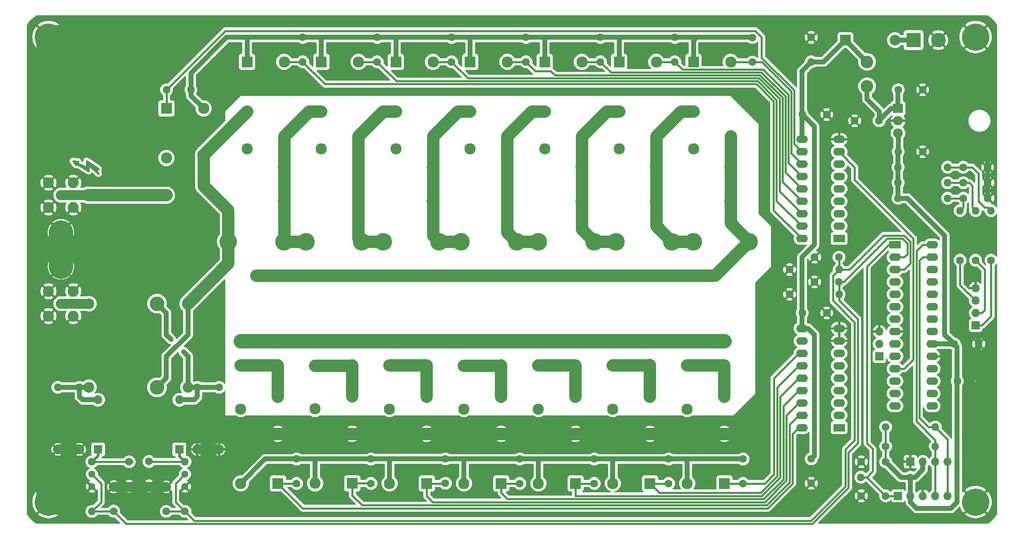
<source format=gbr>
%TF.GenerationSoftware,KiCad,Pcbnew,7.0.6-7.0.6~ubuntu22.04.1*%
%TF.CreationDate,2023-08-27T09:10:39+02:00*%
%TF.ProjectId,ATU-7X7-RF-SEC-VG2,4154552d-3758-4372-9d52-462d5345432d,1*%
%TF.SameCoordinates,Original*%
%TF.FileFunction,Copper,L1,Top*%
%TF.FilePolarity,Positive*%
%FSLAX46Y46*%
G04 Gerber Fmt 4.6, Leading zero omitted, Abs format (unit mm)*
G04 Created by KiCad (PCBNEW 7.0.6-7.0.6~ubuntu22.04.1) date 2023-08-27 09:10:39*
%MOMM*%
%LPD*%
G01*
G04 APERTURE LIST*
%TA.AperFunction,EtchedComponent*%
%ADD10C,0.381000*%
%TD*%
%TA.AperFunction,ComponentPad*%
%ADD11C,1.600000*%
%TD*%
%TA.AperFunction,ComponentPad*%
%ADD12C,4.400000*%
%TD*%
%TA.AperFunction,ComponentPad*%
%ADD13R,1.800000X1.800000*%
%TD*%
%TA.AperFunction,ComponentPad*%
%ADD14O,1.800000X1.800000*%
%TD*%
%TA.AperFunction,ComponentPad*%
%ADD15C,3.600000*%
%TD*%
%TA.AperFunction,ComponentPad*%
%ADD16C,5.600000*%
%TD*%
%TA.AperFunction,ComponentPad*%
%ADD17R,2.200000X2.200000*%
%TD*%
%TA.AperFunction,ComponentPad*%
%ADD18O,2.200000X2.200000*%
%TD*%
%TA.AperFunction,ComponentPad*%
%ADD19R,2.300000X2.300000*%
%TD*%
%TA.AperFunction,ComponentPad*%
%ADD20C,2.300000*%
%TD*%
%TA.AperFunction,ComponentPad*%
%ADD21C,2.050000*%
%TD*%
%TA.AperFunction,ComponentPad*%
%ADD22C,2.250000*%
%TD*%
%TA.AperFunction,ComponentPad*%
%ADD23C,1.440000*%
%TD*%
%TA.AperFunction,ComponentPad*%
%ADD24O,1.600000X1.600000*%
%TD*%
%TA.AperFunction,ComponentPad*%
%ADD25R,2.400000X1.600000*%
%TD*%
%TA.AperFunction,ComponentPad*%
%ADD26O,2.400000X1.600000*%
%TD*%
%TA.AperFunction,ComponentPad*%
%ADD27C,2.200000*%
%TD*%
%TA.AperFunction,ComponentPad*%
%ADD28C,3.000000*%
%TD*%
%TA.AperFunction,ComponentPad*%
%ADD29R,1.700000X1.700000*%
%TD*%
%TA.AperFunction,ComponentPad*%
%ADD30O,1.700000X1.700000*%
%TD*%
%TA.AperFunction,ComponentPad*%
%ADD31R,3.000000X3.000000*%
%TD*%
%TA.AperFunction,ComponentPad*%
%ADD32R,2.000000X1.905000*%
%TD*%
%TA.AperFunction,ComponentPad*%
%ADD33O,2.000000X1.905000*%
%TD*%
%TA.AperFunction,ComponentPad*%
%ADD34C,2.600000*%
%TD*%
%TA.AperFunction,ViaPad*%
%ADD35C,0.800000*%
%TD*%
%TA.AperFunction,Conductor*%
%ADD36C,1.000000*%
%TD*%
%TA.AperFunction,Conductor*%
%ADD37C,2.500000*%
%TD*%
%TA.AperFunction,Conductor*%
%ADD38C,5.000000*%
%TD*%
%TA.AperFunction,Conductor*%
%ADD39C,2.000000*%
%TD*%
%TA.AperFunction,Conductor*%
%ADD40C,0.600000*%
%TD*%
%TA.AperFunction,Conductor*%
%ADD41C,0.400000*%
%TD*%
%TA.AperFunction,Conductor*%
%ADD42C,3.000000*%
%TD*%
G04 APERTURE END LIST*
D10*
%TO.C,REF\u002A\u002A*%
X123380500Y-129540000D02*
X123380500Y-130937000D01*
X120586500Y-129540000D02*
X121221500Y-130302000D01*
X121602500Y-129667000D02*
X120586500Y-129540000D01*
X121094500Y-129794000D02*
X121602500Y-129667000D01*
X120967500Y-129794000D02*
X123761500Y-131572000D01*
X123507500Y-129921000D02*
X123507500Y-131191000D01*
X123761500Y-130302000D02*
X125793500Y-132080000D01*
X121221500Y-130302000D02*
X120967500Y-129794000D01*
X123380500Y-130937000D02*
X121094500Y-129794000D01*
X125666500Y-131064000D02*
X123380500Y-129540000D01*
X125412500Y-131318000D02*
X123507500Y-129921000D01*
X125285500Y-131318000D02*
X125793500Y-131191000D01*
X123761500Y-131572000D02*
X123761500Y-130302000D01*
X125793500Y-132080000D02*
X125285500Y-131318000D01*
%TD*%
D11*
%TO.P,C30,1*%
%TO.N,+12V*%
X271780000Y-190540000D03*
%TO.P,C30,2*%
%TO.N,GNDD*%
X271780000Y-195540000D03*
%TD*%
D12*
%TO.P,J13,1,Pin_1*%
%TO.N,GNDD*%
X118110000Y-144145000D03*
%TD*%
D11*
%TO.P,C4.1,1*%
%TO.N,Net-(C1-Pad1)*%
X204470000Y-166450000D03*
%TO.P,C4.1,2*%
%TO.N,Net-(C4-Pad2)*%
X204470000Y-171450000D03*
%TD*%
%TO.P,C6.2,1*%
%TO.N,Net-(C1-Pad1)*%
X231140000Y-166370000D03*
%TO.P,C6.2,2*%
%TO.N,Net-(C6-Pad2)*%
X231140000Y-171370000D03*
%TD*%
%TO.P,C7.2,1*%
%TO.N,Net-(C1-Pad1)*%
X246380000Y-166410000D03*
%TO.P,C7.2,2*%
%TO.N,Net-(C7-Pad2)*%
X246380000Y-171410000D03*
%TD*%
%TO.P,C1.2,1*%
%TO.N,Net-(C1-Pad1)*%
X154940000Y-166370000D03*
%TO.P,C1.2,2*%
%TO.N,Net-(C1-Pad2)*%
X154940000Y-171370000D03*
%TD*%
%TO.P,C2.2,1*%
%TO.N,Net-(C1-Pad1)*%
X170180000Y-166450000D03*
%TO.P,C2.2,2*%
%TO.N,Net-(C2-Pad2)*%
X170180000Y-171450000D03*
%TD*%
%TO.P,C3.2,1*%
%TO.N,Net-(C1-Pad1)*%
X193040000Y-166410000D03*
%TO.P,C3.2,2*%
%TO.N,Net-(C3-Pad2)*%
X193040000Y-171410000D03*
%TD*%
%TO.P,C4.2,1*%
%TO.N,Net-(C1-Pad1)*%
X200660000Y-166450000D03*
%TO.P,C4.2,2*%
%TO.N,Net-(C4-Pad2)*%
X200660000Y-171450000D03*
%TD*%
%TO.P,C6,1*%
%TO.N,Net-(C1-Pad1)*%
X238760000Y-166330000D03*
%TO.P,C6,2*%
%TO.N,Net-(C6-Pad2)*%
X238760000Y-171330000D03*
%TD*%
%TO.P,C6.1,1*%
%TO.N,Net-(C1-Pad1)*%
X234950000Y-166330000D03*
%TO.P,C6.1,2*%
%TO.N,Net-(C6-Pad2)*%
X234950000Y-171330000D03*
%TD*%
%TO.P,C7.1,1*%
%TO.N,Net-(C1-Pad1)*%
X254000000Y-166370000D03*
%TO.P,C7.1,2*%
%TO.N,Net-(C7-Pad2)*%
X254000000Y-171370000D03*
%TD*%
%TO.P,C1.1,1*%
%TO.N,Net-(C1-Pad1)*%
X158750000Y-166370000D03*
%TO.P,C1.1,2*%
%TO.N,Net-(C1-Pad2)*%
X158750000Y-171370000D03*
%TD*%
%TO.P,C2,1*%
%TO.N,Net-(C1-Pad1)*%
X177800000Y-166410000D03*
%TO.P,C2,2*%
%TO.N,Net-(C2-Pad2)*%
X177800000Y-171410000D03*
%TD*%
%TO.P,C2.1,1*%
%TO.N,Net-(C1-Pad1)*%
X173990000Y-166410000D03*
%TO.P,C2.1,2*%
%TO.N,Net-(C2-Pad2)*%
X173990000Y-171410000D03*
%TD*%
%TO.P,C3,1*%
%TO.N,Net-(C1-Pad1)*%
X185420000Y-166410000D03*
%TO.P,C3,2*%
%TO.N,Net-(C3-Pad2)*%
X185420000Y-171410000D03*
%TD*%
%TO.P,C3.1,1*%
%TO.N,Net-(C1-Pad1)*%
X189230000Y-166410000D03*
%TO.P,C3.1,2*%
%TO.N,Net-(C3-Pad2)*%
X189230000Y-171410000D03*
%TD*%
%TO.P,C4,1*%
%TO.N,Net-(C1-Pad1)*%
X208280000Y-166370000D03*
%TO.P,C4,2*%
%TO.N,Net-(C4-Pad2)*%
X208280000Y-171370000D03*
%TD*%
D12*
%TO.P,J15,1,Pin_1*%
%TO.N,GNDD*%
X118110000Y-151130000D03*
%TD*%
D11*
%TO.P,C5.2,1*%
%TO.N,Net-(C1-Pad1)*%
X215900000Y-166370000D03*
%TO.P,C5.2,2*%
%TO.N,Net-(C5-Pad2)*%
X215900000Y-171370000D03*
%TD*%
%TO.P,C5,1*%
%TO.N,Net-(C1-Pad1)*%
X219710000Y-166370000D03*
%TO.P,C5,2*%
%TO.N,Net-(C5-Pad2)*%
X219710000Y-171370000D03*
%TD*%
%TO.P,C5.1,1*%
%TO.N,Net-(C1-Pad1)*%
X223520000Y-166410000D03*
%TO.P,C5.1,2*%
%TO.N,Net-(C5-Pad2)*%
X223520000Y-171410000D03*
%TD*%
%TO.P,C7,1*%
%TO.N,Net-(C1-Pad1)*%
X250190000Y-166370000D03*
%TO.P,C7,2*%
%TO.N,Net-(C7-Pad2)*%
X250190000Y-171370000D03*
%TD*%
%TO.P,C1,1*%
%TO.N,Net-(C1-Pad1)*%
X162560000Y-166410000D03*
%TO.P,C1,2*%
%TO.N,Net-(C1-Pad2)*%
X162560000Y-171410000D03*
%TD*%
D13*
%TO.P,D1,1,K*%
%TO.N,Net-(D1-K)*%
X142367000Y-188595000D03*
D14*
%TO.P,D1,2,A*%
%TO.N,Net-(D1-A)*%
X142367000Y-178435000D03*
%TD*%
D15*
%TO.P,L2,1,1*%
%TO.N,Net-(K2-Pad4)*%
X179705000Y-146050000D03*
%TO.P,L2,2,2*%
%TO.N,Net-(K1-Pad4)*%
X168265000Y-146050000D03*
%TD*%
D16*
%TO.P,H3,1,1*%
%TO.N,GNDD*%
X115570000Y-199390000D03*
%TD*%
D17*
%TO.P,D3,1,K*%
%TO.N,+12V*%
X278765000Y-104775000D03*
D18*
%TO.P,D3,2,A*%
%TO.N,Net-(D3-A)*%
X288925000Y-104775000D03*
%TD*%
D19*
%TO.P,K5,1*%
%TO.N,+12V*%
X217180000Y-109235000D03*
D20*
%TO.P,K5,2*%
%TO.N,Net-(K4-Pad4)*%
X217180000Y-119395000D03*
%TO.P,K5,3*%
%TO.N,unconnected-(K5-Pad3)*%
X217180000Y-127015000D03*
%TO.P,K5,4*%
%TO.N,Net-(K5-Pad4)*%
X224800000Y-124475000D03*
%TO.P,K5,5*%
%TO.N,Net-(U1-O5)*%
X224800000Y-109235000D03*
%TD*%
D16*
%TO.P,H4,1,1*%
%TO.N,GNDD*%
X305435000Y-199390000D03*
%TD*%
D11*
%TO.P,C15,1*%
%TO.N,Net-(U1-O4)*%
X213360000Y-109220000D03*
%TO.P,C15,2*%
%TO.N,+12V*%
X213360000Y-104220000D03*
%TD*%
D19*
%TO.P,K1,1*%
%TO.N,+12V*%
X156220000Y-109220000D03*
D20*
%TO.P,K1,2*%
%TO.N,Net-(K1-Pad2)*%
X156220000Y-119380000D03*
%TO.P,K1,3*%
%TO.N,unconnected-(K1-Pad3)*%
X156220000Y-127000000D03*
%TO.P,K1,4*%
%TO.N,Net-(K1-Pad4)*%
X163840000Y-124460000D03*
%TO.P,K1,5*%
%TO.N,Net-(U1-O1)*%
X163840000Y-109220000D03*
%TD*%
D11*
%TO.P,C26,1*%
%TO.N,Net-(U2-O7)*%
X257810000Y-195580000D03*
%TO.P,C26,2*%
%TO.N,+12V*%
X257810000Y-190580000D03*
%TD*%
D21*
%TO.P,J10,1,In*%
%TO.N,Net-(J10-In)*%
X118110000Y-136525000D03*
D22*
%TO.P,J10,2,Ext*%
%TO.N,GNDD*%
X115570000Y-133985000D03*
X115570000Y-139065000D03*
X120650000Y-133985000D03*
X120650000Y-139065000D03*
%TD*%
D23*
%TO.P,RV2,1,1*%
%TO.N,Net-(D2-K)*%
X124460000Y-191135000D03*
%TO.P,RV2,2,2*%
%TO.N,/DIR*%
X124460000Y-193675000D03*
%TO.P,RV2,3,3*%
%TO.N,GNDD*%
X124460000Y-196215000D03*
%TD*%
D19*
%TO.P,K4,1*%
%TO.N,+12V*%
X201930000Y-109220000D03*
D20*
%TO.P,K4,2*%
%TO.N,Net-(K3-Pad4)*%
X201930000Y-119380000D03*
%TO.P,K4,3*%
%TO.N,unconnected-(K4-Pad3)*%
X201930000Y-127000000D03*
%TO.P,K4,4*%
%TO.N,Net-(K4-Pad4)*%
X209550000Y-124460000D03*
%TO.P,K4,5*%
%TO.N,Net-(U1-O4)*%
X209550000Y-109220000D03*
%TD*%
D11*
%TO.P,C41,1*%
%TO.N,/RB2*%
X302935000Y-137160000D03*
%TO.P,C41,2*%
%TO.N,GNDD*%
X307935000Y-137160000D03*
%TD*%
%TO.P,C40,1*%
%TO.N,+5V*%
X287020000Y-191135000D03*
%TO.P,C40,2*%
%TO.N,GNDD*%
X282020000Y-191135000D03*
%TD*%
D15*
%TO.P,L3,1,1*%
%TO.N,Net-(K3-Pad4)*%
X195580000Y-146050000D03*
%TO.P,L3,2,2*%
%TO.N,Net-(K2-Pad4)*%
X184140000Y-146050000D03*
%TD*%
D11*
%TO.P,C8,1*%
%TO.N,GNDD*%
X136144000Y-196088000D03*
%TO.P,C8,2*%
%TO.N,Net-(D1-K)*%
X136144000Y-191088000D03*
%TD*%
%TO.P,R4,1*%
%TO.N,Net-(D2-K)*%
X124460000Y-191135000D03*
D24*
%TO.P,R4,2*%
%TO.N,/DIR*%
X124460000Y-201295000D03*
%TD*%
D23*
%TO.P,RV1,1,1*%
%TO.N,Net-(D1-K)*%
X143510000Y-191135000D03*
%TO.P,RV1,2,2*%
%TO.N,/REF*%
X143510000Y-193675000D03*
%TO.P,RV1,3,3*%
%TO.N,GNDD*%
X143510000Y-196215000D03*
%TD*%
D11*
%TO.P,C11,1*%
%TO.N,GNDD*%
X128905000Y-196255000D03*
%TO.P,C11,2*%
%TO.N,/DIR*%
X128905000Y-201255000D03*
%TD*%
D25*
%TO.P,U1,1,I1*%
%TO.N,/DR_L1*%
X277495000Y-145415000D03*
D26*
%TO.P,U1,2,I2*%
%TO.N,/DR_L2*%
X277495000Y-142875000D03*
%TO.P,U1,3,I3*%
%TO.N,/DR_L3*%
X277495000Y-140335000D03*
%TO.P,U1,4,I4*%
%TO.N,/DR_L4*%
X277495000Y-137795000D03*
%TO.P,U1,5,I5*%
%TO.N,/DR_L5*%
X277495000Y-135255000D03*
%TO.P,U1,6,I6*%
%TO.N,/DR_L6*%
X277495000Y-132715000D03*
%TO.P,U1,7,I7*%
%TO.N,/DR_L7*%
X277495000Y-130175000D03*
%TO.P,U1,8,I8*%
%TO.N,/DR_IO*%
X277495000Y-127635000D03*
%TO.P,U1,9,GND*%
%TO.N,GNDD*%
X277495000Y-125095000D03*
%TO.P,U1,10,COM*%
%TO.N,+12V*%
X269875000Y-125095000D03*
%TO.P,U1,11,O8*%
%TO.N,Net-(U1-O8)*%
X269875000Y-127635000D03*
%TO.P,U1,12,O7*%
%TO.N,Net-(U1-O7)*%
X269875000Y-130175000D03*
%TO.P,U1,13,O6*%
%TO.N,Net-(U1-O6)*%
X269875000Y-132715000D03*
%TO.P,U1,14,O5*%
%TO.N,Net-(U1-O5)*%
X269875000Y-135255000D03*
%TO.P,U1,15,O4*%
%TO.N,Net-(U1-O4)*%
X269875000Y-137795000D03*
%TO.P,U1,16,O3*%
%TO.N,Net-(U1-O3)*%
X269875000Y-140335000D03*
%TO.P,U1,17,O2*%
%TO.N,Net-(U1-O2)*%
X269875000Y-142875000D03*
%TO.P,U1,18,O1*%
%TO.N,Net-(U1-O1)*%
X269875000Y-145415000D03*
%TD*%
D19*
%TO.P,K6,1*%
%TO.N,+12V*%
X232420000Y-109235000D03*
D20*
%TO.P,K6,2*%
%TO.N,Net-(K5-Pad4)*%
X232420000Y-119395000D03*
%TO.P,K6,3*%
%TO.N,unconnected-(K6-Pad3)*%
X232420000Y-127015000D03*
%TO.P,K6,4*%
%TO.N,Net-(K6-Pad4)*%
X240040000Y-124475000D03*
%TO.P,K6,5*%
%TO.N,Net-(U1-O6)*%
X240040000Y-109235000D03*
%TD*%
D11*
%TO.P,R10,1*%
%TO.N,+5V*%
X289560000Y-130810000D03*
D24*
%TO.P,R10,2*%
%TO.N,/RB0*%
X299720000Y-130810000D03*
%TD*%
D19*
%TO.P,K10,1*%
%TO.N,Net-(U2-O2)*%
X177790000Y-195565000D03*
D20*
%TO.P,K10,2*%
%TO.N,GNDD*%
X177790000Y-185405000D03*
%TO.P,K10,3*%
%TO.N,Net-(C2-Pad2)*%
X177790000Y-177785000D03*
%TO.P,K10,4*%
%TO.N,unconnected-(K10-Pad4)*%
X170170000Y-180325000D03*
%TO.P,K10,5*%
%TO.N,+12V*%
X170170000Y-195565000D03*
%TD*%
D11*
%TO.P,C29,1*%
%TO.N,/DIR*%
X277455000Y-154305000D03*
%TO.P,C29,2*%
%TO.N,GNDD*%
X272455000Y-154305000D03*
%TD*%
%TO.P,R6,1*%
%TO.N,GNDD*%
X267335000Y-151765000D03*
D24*
%TO.P,R6,2*%
%TO.N,/REF*%
X277495000Y-151765000D03*
%TD*%
D11*
%TO.P,C39,1*%
%TO.N,/MCLR*%
X287020000Y-198120000D03*
%TO.P,C39,2*%
%TO.N,GNDD*%
X282020000Y-198120000D03*
%TD*%
D19*
%TO.P,K12,1*%
%TO.N,Net-(U2-O4)*%
X208280000Y-195580000D03*
D20*
%TO.P,K12,2*%
%TO.N,GNDD*%
X208280000Y-185420000D03*
%TO.P,K12,3*%
%TO.N,Net-(C4-Pad2)*%
X208280000Y-177800000D03*
%TO.P,K12,4*%
%TO.N,unconnected-(K12-Pad4)*%
X200660000Y-180340000D03*
%TO.P,K12,5*%
%TO.N,+12V*%
X200660000Y-195580000D03*
%TD*%
D27*
%TO.P,T2,1*%
%TO.N,Net-(D1-A)*%
X144145000Y-175895000D03*
D18*
%TO.P,T2,2*%
%TO.N,Net-(D2-A)*%
X123825000Y-175895000D03*
%TD*%
D11*
%TO.P,R12,1*%
%TO.N,+5V*%
X287020000Y-187960000D03*
D24*
%TO.P,R12,2*%
%TO.N,/DAT*%
X297180000Y-187960000D03*
%TD*%
D27*
%TO.P,T1,1*%
%TO.N,Net-(J11-In)*%
X123825000Y-158750000D03*
D18*
%TO.P,T1,2*%
%TO.N,Net-(K1-Pad2)*%
X144145000Y-158750000D03*
%TD*%
D19*
%TO.P,K9,1*%
%TO.N,Net-(U2-O1)*%
X162560000Y-195580000D03*
D20*
%TO.P,K9,2*%
%TO.N,GNDD*%
X162560000Y-185420000D03*
%TO.P,K9,3*%
%TO.N,Net-(C1-Pad2)*%
X162560000Y-177800000D03*
%TO.P,K9,4*%
%TO.N,unconnected-(K9-Pad4)*%
X154940000Y-180340000D03*
%TO.P,K9,5*%
%TO.N,+12V*%
X154940000Y-195580000D03*
%TD*%
D19*
%TO.P,K11,1*%
%TO.N,Net-(U2-O3)*%
X193040000Y-195580000D03*
D20*
%TO.P,K11,2*%
%TO.N,GNDD*%
X193040000Y-185420000D03*
%TO.P,K11,3*%
%TO.N,Net-(C3-Pad2)*%
X193040000Y-177800000D03*
%TO.P,K11,4*%
%TO.N,unconnected-(K11-Pad4)*%
X185420000Y-180340000D03*
%TO.P,K11,5*%
%TO.N,+12V*%
X185420000Y-195580000D03*
%TD*%
D19*
%TO.P,K8,1*%
%TO.N,Net-(U1-O8)*%
X139710000Y-118760000D03*
D20*
%TO.P,K8,2*%
%TO.N,Net-(C1-Pad1)*%
X139710000Y-128920000D03*
%TO.P,K8,3*%
%TO.N,Net-(J10-In)*%
X139710000Y-136540000D03*
%TO.P,K8,4*%
%TO.N,Net-(K1-Pad2)*%
X147330000Y-134000000D03*
%TO.P,K8,5*%
%TO.N,+12V*%
X147330000Y-118760000D03*
%TD*%
D15*
%TO.P,L7,1,1*%
%TO.N,Net-(J10-In)*%
X259080000Y-146050000D03*
%TO.P,L7,2,2*%
%TO.N,Net-(K6-Pad4)*%
X247640000Y-146050000D03*
%TD*%
D11*
%TO.P,C22,1*%
%TO.N,Net-(U2-O3)*%
X196850000Y-195540000D03*
%TO.P,C22,2*%
%TO.N,+12V*%
X196850000Y-190540000D03*
%TD*%
D28*
%TO.P,T1.1,1*%
%TO.N,Net-(D1-A)*%
X137795000Y-158750000D03*
%TO.P,T1.1,2*%
%TO.N,GNDD*%
X130695000Y-158750000D03*
%TD*%
D11*
%TO.P,R2.1,1*%
%TO.N,GNDD*%
X117475000Y-188595000D03*
D24*
%TO.P,R2.1,2*%
%TO.N,Net-(D2-A)*%
X117475000Y-175895000D03*
%TD*%
D11*
%TO.P,C37,1*%
%TO.N,/RB0*%
X302895000Y-130810000D03*
%TO.P,C37,2*%
%TO.N,GNDD*%
X307895000Y-130810000D03*
%TD*%
D15*
%TO.P,L1,1,1*%
%TO.N,Net-(K1-Pad4)*%
X163830000Y-146050000D03*
%TO.P,L1,2,2*%
%TO.N,Net-(K1-Pad2)*%
X152390000Y-146050000D03*
%TD*%
D11*
%TO.P,C33,1*%
%TO.N,GNDD*%
X294600000Y-114935000D03*
%TO.P,C33,2*%
%TO.N,Net-(U4-VI)*%
X289600000Y-114935000D03*
%TD*%
%TO.P,C17,1*%
%TO.N,Net-(U1-O6)*%
X243840000Y-109220000D03*
%TO.P,C17,2*%
%TO.N,+12V*%
X243840000Y-104220000D03*
%TD*%
D25*
%TO.P,U2,1,I1*%
%TO.N,/DR_C1*%
X277495000Y-184150000D03*
D26*
%TO.P,U2,2,I2*%
%TO.N,/DR_C2*%
X277495000Y-181610000D03*
%TO.P,U2,3,I3*%
%TO.N,/DR_C3*%
X277495000Y-179070000D03*
%TO.P,U2,4,I4*%
%TO.N,/DR_C4*%
X277495000Y-176530000D03*
%TO.P,U2,5,I5*%
%TO.N,/DR_C5*%
X277495000Y-173990000D03*
%TO.P,U2,6,I6*%
%TO.N,/DR_C6*%
X277495000Y-171450000D03*
%TO.P,U2,7,I7*%
%TO.N,/DR_C7*%
X277495000Y-168910000D03*
%TO.P,U2,8,I8*%
%TO.N,GNDD*%
X277495000Y-166370000D03*
%TO.P,U2,9,GND*%
X277495000Y-163830000D03*
%TO.P,U2,10,COM*%
%TO.N,+12V*%
X269875000Y-163830000D03*
%TO.P,U2,11,O8*%
%TO.N,unconnected-(U2-O8-Pad11)*%
X269875000Y-166370000D03*
%TO.P,U2,12,O7*%
%TO.N,Net-(U2-O7)*%
X269875000Y-168910000D03*
%TO.P,U2,13,O6*%
%TO.N,Net-(U2-O6)*%
X269875000Y-171450000D03*
%TO.P,U2,14,O5*%
%TO.N,Net-(U2-O5)*%
X269875000Y-173990000D03*
%TO.P,U2,15,O4*%
%TO.N,Net-(U2-O4)*%
X269875000Y-176530000D03*
%TO.P,U2,16,O3*%
%TO.N,Net-(U2-O3)*%
X269875000Y-179070000D03*
%TO.P,U2,17,O2*%
%TO.N,Net-(U2-O2)*%
X269875000Y-181610000D03*
%TO.P,U2,18,O1*%
%TO.N,Net-(U2-O1)*%
X269875000Y-184150000D03*
%TD*%
D11*
%TO.P,C25,1*%
%TO.N,Net-(U2-O6)*%
X242570000Y-195580000D03*
%TO.P,C25,2*%
%TO.N,+12V*%
X242570000Y-190580000D03*
%TD*%
D28*
%TO.P,T2.1,1*%
%TO.N,GNDD*%
X130695000Y-175895000D03*
%TO.P,T2.1,2*%
%TO.N,Net-(K1-Pad2)*%
X137795000Y-175895000D03*
%TD*%
D19*
%TO.P,K2,1*%
%TO.N,+12V*%
X171450000Y-109220000D03*
D20*
%TO.P,K2,2*%
%TO.N,Net-(K1-Pad4)*%
X171450000Y-119380000D03*
%TO.P,K2,3*%
%TO.N,unconnected-(K2-Pad3)*%
X171450000Y-127000000D03*
%TO.P,K2,4*%
%TO.N,Net-(K2-Pad4)*%
X179070000Y-124460000D03*
%TO.P,K2,5*%
%TO.N,Net-(U1-O2)*%
X179070000Y-109220000D03*
%TD*%
D11*
%TO.P,C13,1*%
%TO.N,Net-(U1-O2)*%
X182880000Y-109220000D03*
%TO.P,C13,2*%
%TO.N,+12V*%
X182880000Y-104220000D03*
%TD*%
D15*
%TO.P,L4,1,1*%
%TO.N,Net-(K4-Pad4)*%
X211455000Y-146050000D03*
%TO.P,L4,2,2*%
%TO.N,Net-(K3-Pad4)*%
X200015000Y-146050000D03*
%TD*%
D11*
%TO.P,C28,1*%
%TO.N,GNDD*%
X274955000Y-160655000D03*
%TO.P,C28,2*%
%TO.N,+12V*%
X269955000Y-160655000D03*
%TD*%
D15*
%TO.P,L5,1,1*%
%TO.N,Net-(K5-Pad4)*%
X227330000Y-146050000D03*
%TO.P,L5,2,2*%
%TO.N,Net-(K4-Pad4)*%
X215890000Y-146050000D03*
%TD*%
D29*
%TO.P,J7,1,Pin_1*%
%TO.N,GNDD*%
X292100000Y-191135000D03*
D30*
%TO.P,J7,2,Pin_2*%
%TO.N,+5V*%
X294640000Y-191135000D03*
%TO.P,J7,3,Pin_3*%
%TO.N,/DAT*%
X297180000Y-191135000D03*
%TO.P,J7,4,Pin_4*%
%TO.N,/CLK*%
X299720000Y-191135000D03*
%TD*%
D11*
%TO.P,C34,1*%
%TO.N,GNDD*%
X294600000Y-127635000D03*
%TO.P,C34,2*%
%TO.N,+5V*%
X289600000Y-127635000D03*
%TD*%
%TO.P,C36,1*%
%TO.N,GNDD*%
X306070000Y-167005000D03*
%TO.P,C36,2*%
%TO.N,+5V*%
X301070000Y-167005000D03*
%TD*%
D16*
%TO.P,H2,1,1*%
%TO.N,GNDD*%
X305435000Y-104140000D03*
%TD*%
D19*
%TO.P,K14,1*%
%TO.N,Net-(U2-O6)*%
X238760000Y-195580000D03*
D20*
%TO.P,K14,2*%
%TO.N,GNDD*%
X238760000Y-185420000D03*
%TO.P,K14,3*%
%TO.N,Net-(C6-Pad2)*%
X238760000Y-177800000D03*
%TO.P,K14,4*%
%TO.N,unconnected-(K14-Pad4)*%
X231140000Y-180340000D03*
%TO.P,K14,5*%
%TO.N,+12V*%
X231140000Y-195580000D03*
%TD*%
D11*
%TO.P,R5,1*%
%TO.N,GNDD*%
X267335000Y-156845000D03*
D24*
%TO.P,R5,2*%
%TO.N,/DIR*%
X277495000Y-156845000D03*
%TD*%
D11*
%TO.P,C27,1*%
%TO.N,GNDD*%
X274955000Y-120015000D03*
%TO.P,C27,2*%
%TO.N,+12V*%
X269955000Y-120015000D03*
%TD*%
%TO.P,C19,1*%
%TO.N,+12V*%
X144740000Y-114935000D03*
%TO.P,C19,2*%
%TO.N,Net-(U1-O8)*%
X139740000Y-114935000D03*
%TD*%
D29*
%TO.P,J4,1,Pin_1*%
%TO.N,/{slash}TXRQ*%
X285750000Y-169545000D03*
D30*
%TO.P,J4,2,Pin_2*%
%TO.N,/TX_RQ*%
X285750000Y-167005000D03*
%TO.P,J4,3,Pin_3*%
%TO.N,GNDD*%
X285750000Y-164465000D03*
%TD*%
D11*
%TO.P,C32,1*%
%TO.N,/REF*%
X277455000Y-149225000D03*
%TO.P,C32,2*%
%TO.N,GNDD*%
X272455000Y-149225000D03*
%TD*%
%TO.P,R9,1*%
%TO.N,+5V*%
X289560000Y-133985000D03*
D24*
%TO.P,R9,2*%
%TO.N,/RB1*%
X299720000Y-133985000D03*
%TD*%
D11*
%TO.P,C35,1*%
%TO.N,GNDD*%
X280670000Y-121285000D03*
%TO.P,C35,2*%
%TO.N,Net-(U4-VI)*%
X285670000Y-121285000D03*
%TD*%
%TO.P,C42,1*%
%TO.N,/RB1*%
X302935000Y-133985000D03*
%TO.P,C42,2*%
%TO.N,GNDD*%
X307935000Y-133985000D03*
%TD*%
D16*
%TO.P,H1,1,1*%
%TO.N,GNDD*%
X115570000Y-104140000D03*
%TD*%
D11*
%TO.P,R14,1*%
%TO.N,Net-(J1-Pin_2)*%
X305435000Y-149860000D03*
D24*
%TO.P,R14,2*%
%TO.N,/RB1*%
X305435000Y-139700000D03*
%TD*%
D11*
%TO.P,R1.1,1*%
%TO.N,Net-(D1-A)*%
X150495000Y-175895000D03*
D24*
%TO.P,R1.1,2*%
%TO.N,GNDD*%
X150495000Y-188595000D03*
%TD*%
D11*
%TO.P,C31,1*%
%TO.N,+12V*%
X271780000Y-109220000D03*
%TO.P,C31,2*%
%TO.N,GNDD*%
X271780000Y-104220000D03*
%TD*%
%TO.P,R3,1*%
%TO.N,/REF*%
X143510000Y-201295000D03*
D24*
%TO.P,R3,2*%
%TO.N,Net-(D1-K)*%
X143510000Y-191135000D03*
%TD*%
D21*
%TO.P,J11,1,In*%
%TO.N,Net-(J11-In)*%
X118110000Y-158750000D03*
D22*
%TO.P,J11,2,Ext*%
%TO.N,GNDD*%
X115570000Y-156210000D03*
X115570000Y-161290000D03*
X120650000Y-156210000D03*
X120650000Y-161290000D03*
%TD*%
D11*
%TO.P,R15,1*%
%TO.N,Net-(J1-Pin_3)*%
X302260000Y-149860000D03*
D24*
%TO.P,R15,2*%
%TO.N,/RB2*%
X302260000Y-139700000D03*
%TD*%
D11*
%TO.P,C9,1*%
%TO.N,Net-(D2-K)*%
X132080000Y-191135000D03*
%TO.P,C9,2*%
%TO.N,GNDD*%
X132080000Y-196135000D03*
%TD*%
%TO.P,R11,1*%
%TO.N,+5V*%
X292100000Y-194310000D03*
D24*
%TO.P,R11,2*%
%TO.N,/MCLR*%
X281940000Y-194310000D03*
%TD*%
D29*
%TO.P,J6,1,Pin_1*%
%TO.N,/MCLR*%
X289560000Y-198120000D03*
D30*
%TO.P,J6,2,Pin_2*%
%TO.N,+5V*%
X292100000Y-198120000D03*
%TO.P,J6,3,Pin_3*%
%TO.N,GNDD*%
X294640000Y-198120000D03*
%TO.P,J6,4,Pin_4*%
%TO.N,/DAT*%
X297180000Y-198120000D03*
%TO.P,J6,5,Pin_5*%
%TO.N,/CLK*%
X299720000Y-198120000D03*
%TD*%
D19*
%TO.P,K7,1*%
%TO.N,+12V*%
X247660000Y-109235000D03*
D20*
%TO.P,K7,2*%
%TO.N,Net-(K6-Pad4)*%
X247660000Y-119395000D03*
%TO.P,K7,3*%
%TO.N,unconnected-(K7-Pad3)*%
X247660000Y-127015000D03*
%TO.P,K7,4*%
%TO.N,Net-(J10-In)*%
X255280000Y-124475000D03*
%TO.P,K7,5*%
%TO.N,Net-(U1-O7)*%
X255280000Y-109235000D03*
%TD*%
D25*
%TO.P,U3,1,RE3/~{MCLR}*%
%TO.N,/MCLR*%
X288925000Y-146685000D03*
D26*
%TO.P,U3,2,RA0*%
%TO.N,/DIR*%
X288925000Y-149225000D03*
%TO.P,U3,3,RA1*%
%TO.N,/REF*%
X288925000Y-151765000D03*
%TO.P,U3,4,RA2*%
%TO.N,/DR_L2*%
X288925000Y-154305000D03*
%TO.P,U3,5,RA3*%
%TO.N,/DR_L4*%
X288925000Y-156845000D03*
%TO.P,U3,6,RA4*%
%TO.N,/DR_L7*%
X288925000Y-159385000D03*
%TO.P,U3,7,RA5*%
%TO.N,/DR_L6*%
X288925000Y-161925000D03*
%TO.P,U3,8,VSS*%
%TO.N,GNDD*%
X288925000Y-164465000D03*
%TO.P,U3,9,RA7*%
%TO.N,/TX_RQ*%
X288925000Y-167005000D03*
%TO.P,U3,10,RA6*%
%TO.N,/{slash}TXRQ*%
X288925000Y-169545000D03*
%TO.P,U3,11,RC0*%
%TO.N,/DR_IO*%
X288925000Y-172085000D03*
%TO.P,U3,12,RC1*%
%TO.N,/DR_C6*%
X288925000Y-174625000D03*
%TO.P,U3,13,RC2*%
%TO.N,/DR_C4*%
X288925000Y-177165000D03*
%TO.P,U3,14,RC3*%
%TO.N,/DR_C2*%
X288925000Y-179705000D03*
%TO.P,U3,15,RC4*%
%TO.N,/DR_C7*%
X296545000Y-179705000D03*
%TO.P,U3,16,RC5*%
%TO.N,/DR_C5*%
X296545000Y-177165000D03*
%TO.P,U3,17,RC6*%
%TO.N,/DR_C3*%
X296545000Y-174625000D03*
%TO.P,U3,18,RC7*%
%TO.N,/DR_C1*%
X296545000Y-172085000D03*
%TO.P,U3,19,VSS*%
%TO.N,GNDD*%
X296545000Y-169545000D03*
%TO.P,U3,20,VDD*%
%TO.N,+5V*%
X296545000Y-167005000D03*
%TO.P,U3,21,RB0*%
%TO.N,/RB0*%
X296545000Y-164465000D03*
%TO.P,U3,22,RB1*%
%TO.N,/RB1*%
X296545000Y-161925000D03*
%TO.P,U3,23,RB2*%
%TO.N,/RB2*%
X296545000Y-159385000D03*
%TO.P,U3,24,RB3*%
%TO.N,/DR_L1*%
X296545000Y-156845000D03*
%TO.P,U3,25,RB4*%
%TO.N,/DR_L3*%
X296545000Y-154305000D03*
%TO.P,U3,26,RB5*%
%TO.N,/DR_L5*%
X296545000Y-151765000D03*
%TO.P,U3,27,RB6*%
%TO.N,/CLK*%
X296545000Y-149225000D03*
%TO.P,U3,28,RB7*%
%TO.N,/DAT*%
X296545000Y-146685000D03*
%TD*%
D11*
%TO.P,R8,1*%
%TO.N,+5V*%
X289560000Y-137160000D03*
D24*
%TO.P,R8,2*%
%TO.N,/RB2*%
X299720000Y-137160000D03*
%TD*%
D11*
%TO.P,R1,1*%
%TO.N,Net-(D1-A)*%
X146050000Y-175895000D03*
D24*
%TO.P,R1,2*%
%TO.N,GNDD*%
X146050000Y-188595000D03*
%TD*%
D31*
%TO.P,J3,1,Pin_1*%
%TO.N,Net-(D3-A)*%
X292735000Y-104775000D03*
D28*
%TO.P,J3,2,Pin_2*%
%TO.N,GNDD*%
X297815000Y-104775000D03*
%TD*%
D11*
%TO.P,R7,1*%
%TO.N,Net-(J1-Pin_1)*%
X308610000Y-149860000D03*
D24*
%TO.P,R7,2*%
%TO.N,/RB0*%
X308610000Y-139700000D03*
%TD*%
D11*
%TO.P,R2,1*%
%TO.N,GNDD*%
X121920000Y-188595000D03*
D24*
%TO.P,R2,2*%
%TO.N,Net-(D2-A)*%
X121920000Y-175895000D03*
%TD*%
D11*
%TO.P,C38,1*%
%TO.N,+5V*%
X301705000Y-174625000D03*
%TO.P,C38,2*%
%TO.N,GNDD*%
X306705000Y-174625000D03*
%TD*%
%TO.P,C21,1*%
%TO.N,Net-(U2-O2)*%
X181610000Y-195580000D03*
%TO.P,C21,2*%
%TO.N,+12V*%
X181610000Y-190580000D03*
%TD*%
%TO.P,C12,1*%
%TO.N,Net-(U1-O1)*%
X167640000Y-109220000D03*
%TO.P,C12,2*%
%TO.N,+12V*%
X167640000Y-104220000D03*
%TD*%
%TO.P,C23,1*%
%TO.N,Net-(U2-O4)*%
X212090000Y-195580000D03*
%TO.P,C23,2*%
%TO.N,+12V*%
X212090000Y-190580000D03*
%TD*%
D13*
%TO.P,D2,1,K*%
%TO.N,Net-(D2-K)*%
X125730000Y-188595000D03*
D14*
%TO.P,D2,2,A*%
%TO.N,Net-(D2-A)*%
X125730000Y-178435000D03*
%TD*%
D11*
%TO.P,C18,1*%
%TO.N,Net-(U1-O7)*%
X259715000Y-109260000D03*
%TO.P,C18,2*%
%TO.N,+12V*%
X259715000Y-104260000D03*
%TD*%
D15*
%TO.P,L6,1,1*%
%TO.N,Net-(K6-Pad4)*%
X243215000Y-146050000D03*
%TO.P,L6,2,2*%
%TO.N,Net-(K5-Pad4)*%
X231775000Y-146050000D03*
%TD*%
D11*
%TO.P,C16,1*%
%TO.N,Net-(U1-O5)*%
X228600000Y-109220000D03*
%TO.P,C16,2*%
%TO.N,+12V*%
X228600000Y-104220000D03*
%TD*%
D29*
%TO.P,J1,1,Pin_1*%
%TO.N,Net-(J1-Pin_1)*%
X305435000Y-163195000D03*
D30*
%TO.P,J1,2,Pin_2*%
%TO.N,Net-(J1-Pin_2)*%
X305435000Y-160655000D03*
%TO.P,J1,3,Pin_3*%
%TO.N,Net-(J1-Pin_3)*%
X305435000Y-158115000D03*
%TO.P,J1,4,Pin_4*%
%TO.N,GNDD*%
X305435000Y-155575000D03*
%TD*%
D11*
%TO.P,C10,1*%
%TO.N,/REF*%
X139700000Y-201295000D03*
%TO.P,C10,2*%
%TO.N,GNDD*%
X139700000Y-196295000D03*
%TD*%
D32*
%TO.P,U4,1,VI*%
%TO.N,Net-(U4-VI)*%
X289560000Y-118745000D03*
D33*
%TO.P,U4,2,GND*%
%TO.N,GNDD*%
X289560000Y-121285000D03*
%TO.P,U4,3,VO*%
%TO.N,+5V*%
X289560000Y-123825000D03*
%TD*%
D34*
%TO.P,L8,1,1*%
%TO.N,+12V*%
X283210000Y-109220000D03*
%TO.P,L8,2,2*%
%TO.N,Net-(U4-VI)*%
X283210000Y-114220000D03*
%TD*%
D19*
%TO.P,K15,1*%
%TO.N,Net-(U2-O7)*%
X254000000Y-195580000D03*
D20*
%TO.P,K15,2*%
%TO.N,GNDD*%
X254000000Y-185420000D03*
%TO.P,K15,3*%
%TO.N,Net-(C7-Pad2)*%
X254000000Y-177800000D03*
%TO.P,K15,4*%
%TO.N,unconnected-(K15-Pad4)*%
X246380000Y-180340000D03*
%TO.P,K15,5*%
%TO.N,+12V*%
X246380000Y-195580000D03*
%TD*%
D11*
%TO.P,C20,1*%
%TO.N,Net-(U2-O1)*%
X166370000Y-195580000D03*
%TO.P,C20,2*%
%TO.N,+12V*%
X166370000Y-190580000D03*
%TD*%
%TO.P,C14,1*%
%TO.N,Net-(U1-O3)*%
X198120000Y-109220000D03*
%TO.P,C14,2*%
%TO.N,+12V*%
X198120000Y-104220000D03*
%TD*%
D19*
%TO.P,K13,1*%
%TO.N,Net-(U2-O5)*%
X223520000Y-195580000D03*
D20*
%TO.P,K13,2*%
%TO.N,GNDD*%
X223520000Y-185420000D03*
%TO.P,K13,3*%
%TO.N,Net-(C5-Pad2)*%
X223520000Y-177800000D03*
%TO.P,K13,4*%
%TO.N,unconnected-(K13-Pad4)*%
X215900000Y-180340000D03*
%TO.P,K13,5*%
%TO.N,+12V*%
X215900000Y-195580000D03*
%TD*%
D19*
%TO.P,K3,1*%
%TO.N,+12V*%
X186700000Y-109235000D03*
D20*
%TO.P,K3,2*%
%TO.N,Net-(K2-Pad4)*%
X186700000Y-119395000D03*
%TO.P,K3,3*%
%TO.N,unconnected-(K3-Pad3)*%
X186700000Y-127015000D03*
%TO.P,K3,4*%
%TO.N,Net-(K3-Pad4)*%
X194320000Y-124475000D03*
%TO.P,K3,5*%
%TO.N,Net-(U1-O3)*%
X194320000Y-109235000D03*
%TD*%
D11*
%TO.P,R13,1*%
%TO.N,+5V*%
X287020000Y-184023000D03*
D24*
%TO.P,R13,2*%
%TO.N,/CLK*%
X297180000Y-184023000D03*
%TD*%
D11*
%TO.P,C24,1*%
%TO.N,Net-(U2-O5)*%
X227330000Y-195580000D03*
%TO.P,C24,2*%
%TO.N,+12V*%
X227330000Y-190580000D03*
%TD*%
D35*
%TO.N,Net-(C1-Pad1)*%
X242570000Y-166370000D03*
X227330000Y-166370000D03*
X212090000Y-166370000D03*
X196850000Y-166370000D03*
X181610000Y-166370000D03*
X166370000Y-166370000D03*
%TO.N,Net-(K2-Pad4)*%
X179070000Y-130810000D03*
X179070000Y-137795000D03*
%TO.N,Net-(K3-Pad4)*%
X194310000Y-137795000D03*
X194310000Y-130810000D03*
%TO.N,Net-(K4-Pad4)*%
X209550000Y-130810000D03*
X209550000Y-137795000D03*
%TO.N,Net-(K5-Pad4)*%
X224790000Y-137795000D03*
X224790000Y-130810000D03*
%TO.N,GNDD*%
X308610000Y-125095000D03*
X302895000Y-122555000D03*
X126365000Y-141605000D03*
X269875000Y-193040000D03*
X136144000Y-201168000D03*
X140970000Y-104775000D03*
X117475000Y-184150000D03*
X149860000Y-109855000D03*
X145415000Y-104775000D03*
X138430000Y-188595000D03*
X126365000Y-153035000D03*
X285750000Y-135255000D03*
X134620000Y-173355000D03*
X135255000Y-121285000D03*
X256540000Y-106045000D03*
X305435000Y-146685000D03*
X134620000Y-163195000D03*
X176530000Y-182880000D03*
X180975000Y-106045000D03*
X129540000Y-109855000D03*
X112395000Y-138430000D03*
X303530000Y-117475000D03*
X181610000Y-201930000D03*
X281940000Y-137795000D03*
X129540000Y-188595000D03*
X238760000Y-100965000D03*
X294640000Y-112395000D03*
X234950000Y-195580000D03*
X172085000Y-187960000D03*
X300355000Y-112395000D03*
X292735000Y-130175000D03*
X146685000Y-138430000D03*
X123825000Y-109855000D03*
X202565000Y-185420000D03*
X142240000Y-186055000D03*
X305435000Y-143510000D03*
X117475000Y-180340000D03*
X170180000Y-100965000D03*
X191770000Y-182880000D03*
X259715000Y-100965000D03*
X196850000Y-201930000D03*
X112395000Y-188595000D03*
X137160000Y-165735000D03*
X150368000Y-201168000D03*
X215900000Y-100965000D03*
X261620000Y-182880000D03*
X297180000Y-130175000D03*
X123825000Y-132715000D03*
X307975000Y-182880000D03*
X250190000Y-201930000D03*
X189230000Y-198755000D03*
X217170000Y-185420000D03*
X138430000Y-192405000D03*
X247650000Y-187960000D03*
X219710000Y-201930000D03*
X135255000Y-149860000D03*
X261620000Y-193040000D03*
X148590000Y-168275000D03*
X217170000Y-182880000D03*
X112395000Y-160655000D03*
X196215000Y-106045000D03*
X173355000Y-198755000D03*
X118110000Y-115570000D03*
X147320000Y-113030000D03*
X181610000Y-198755000D03*
X137160000Y-186055000D03*
X300355000Y-120015000D03*
X222250000Y-187960000D03*
X125730000Y-181610000D03*
X226695000Y-106045000D03*
X130175000Y-181610000D03*
X141605000Y-108585000D03*
X191770000Y-187960000D03*
X187325000Y-182880000D03*
X302895000Y-120015000D03*
X112395000Y-144145000D03*
X285750000Y-141605000D03*
X160782000Y-201168000D03*
X306070000Y-125095000D03*
X143510000Y-133350000D03*
X242570000Y-201930000D03*
X212090000Y-187960000D03*
X172085000Y-182880000D03*
X200025000Y-100965000D03*
X146685000Y-144145000D03*
X262255000Y-170180000D03*
X257810000Y-201930000D03*
X227330000Y-187960000D03*
X129540000Y-132715000D03*
X306070000Y-114935000D03*
X129540000Y-155575000D03*
X272415000Y-114935000D03*
X123825000Y-115570000D03*
X187325000Y-187960000D03*
X294005000Y-125095000D03*
X135255000Y-155575000D03*
X294005000Y-122555000D03*
X262255000Y-137160000D03*
X211455000Y-201930000D03*
X127000000Y-165735000D03*
X150495000Y-192405000D03*
X293370000Y-100965000D03*
X117475000Y-192405000D03*
X306070000Y-127635000D03*
X205740000Y-106045000D03*
X182245000Y-185420000D03*
X138430000Y-181610000D03*
X146050000Y-181610000D03*
X217170000Y-187960000D03*
X300355000Y-117475000D03*
X123825000Y-168275000D03*
X118110000Y-165735000D03*
X148590000Y-165735000D03*
X167005000Y-201930000D03*
X279400000Y-100965000D03*
X121285000Y-170815000D03*
X266700000Y-100965000D03*
X246380000Y-100965000D03*
X141859000Y-163195000D03*
X300355000Y-122555000D03*
X129540000Y-168275000D03*
X112395000Y-175895000D03*
X127000000Y-170815000D03*
X273050000Y-100965000D03*
X154940000Y-100965000D03*
X165735000Y-111760000D03*
X189230000Y-201930000D03*
X132080000Y-170815000D03*
X118110000Y-160655000D03*
X191135000Y-106045000D03*
X242570000Y-187960000D03*
X219710000Y-195580000D03*
X123825000Y-139065000D03*
X176530000Y-187960000D03*
X227330000Y-201930000D03*
X112395000Y-184150000D03*
X149860000Y-115570000D03*
X129540000Y-192405000D03*
X129540000Y-121285000D03*
X126365000Y-146685000D03*
X173355000Y-201930000D03*
X129540000Y-104775000D03*
X143510000Y-127000000D03*
X297180000Y-125095000D03*
X220980000Y-106045000D03*
X123825000Y-149860000D03*
X122555000Y-203200000D03*
X256540000Y-185420000D03*
X112395000Y-165735000D03*
X212090000Y-182880000D03*
X112395000Y-115570000D03*
X134620000Y-179070000D03*
X242570000Y-185420000D03*
X132080000Y-186055000D03*
X185420000Y-100965000D03*
X202565000Y-182880000D03*
X112395000Y-180340000D03*
X250825000Y-109220000D03*
X118110000Y-203200000D03*
X235585000Y-106045000D03*
X253365000Y-100965000D03*
X175895000Y-106045000D03*
X202565000Y-187960000D03*
X289560000Y-139700000D03*
X276225000Y-193040000D03*
X297180000Y-122555000D03*
X285750000Y-125095000D03*
X118110000Y-127000000D03*
X247650000Y-182880000D03*
X289560000Y-201930000D03*
X286385000Y-100965000D03*
X193040000Y-100965000D03*
X166370000Y-182880000D03*
X162560000Y-100965000D03*
X112395000Y-155575000D03*
X208280000Y-187960000D03*
X264795000Y-201930000D03*
X259715000Y-179705000D03*
X125730000Y-186055000D03*
X139065000Y-153035000D03*
X232410000Y-182880000D03*
X181610000Y-187960000D03*
X208280000Y-100965000D03*
X250190000Y-195580000D03*
X150495000Y-180340000D03*
X118110000Y-109855000D03*
X308610000Y-114935000D03*
X256540000Y-182880000D03*
X293370000Y-143510000D03*
X204470000Y-198120000D03*
X123825000Y-173355000D03*
X227330000Y-182880000D03*
X155448000Y-201168000D03*
X212090000Y-185420000D03*
X123825000Y-163195000D03*
X160655000Y-182880000D03*
X123825000Y-127000000D03*
X303530000Y-127635000D03*
X283210000Y-201930000D03*
X262255000Y-130175000D03*
X276860000Y-114935000D03*
X302260000Y-143510000D03*
X129540000Y-144145000D03*
X148590000Y-160528000D03*
X292735000Y-112395000D03*
X306070000Y-117475000D03*
X123825000Y-104775000D03*
X307975000Y-168275000D03*
X234950000Y-201930000D03*
X148590000Y-163195000D03*
X211455000Y-106045000D03*
X121920000Y-181610000D03*
X237490000Y-182880000D03*
X294005000Y-117475000D03*
X237490000Y-187960000D03*
X300355000Y-125095000D03*
X204470000Y-201930000D03*
X112395000Y-127000000D03*
X147320000Y-100965000D03*
X143510000Y-139700000D03*
X129540000Y-100965000D03*
X121920000Y-184150000D03*
X148590000Y-170815000D03*
X132080000Y-201168000D03*
X285750000Y-130175000D03*
X129540000Y-139065000D03*
X227330000Y-185420000D03*
X189230000Y-195580000D03*
X297180000Y-114935000D03*
X112395000Y-170815000D03*
X220980000Y-109220000D03*
X247650000Y-185420000D03*
X261620000Y-185420000D03*
X205740000Y-109220000D03*
X173355000Y-195580000D03*
X266065000Y-148590000D03*
X112395000Y-192405000D03*
X260985000Y-118745000D03*
X223520000Y-100965000D03*
X222250000Y-182880000D03*
X300355000Y-127635000D03*
X307975000Y-193675000D03*
X297180000Y-117475000D03*
X308610000Y-146685000D03*
X112395000Y-149860000D03*
X112395000Y-121285000D03*
X143510000Y-121285000D03*
X123825000Y-100965000D03*
X235585000Y-109220000D03*
X262255000Y-164465000D03*
X132080000Y-153035000D03*
X266065000Y-161925000D03*
X150495000Y-196850000D03*
X307975000Y-177800000D03*
X153035000Y-111760000D03*
X262255000Y-123825000D03*
X191135000Y-109220000D03*
X165735000Y-106680000D03*
X155575000Y-192405000D03*
X129540000Y-149860000D03*
X264160000Y-107315000D03*
X129540000Y-127000000D03*
X266065000Y-168910000D03*
X175895000Y-109220000D03*
X308610000Y-117475000D03*
X303530000Y-114935000D03*
X123825000Y-155575000D03*
X132080000Y-165735000D03*
X172085000Y-185420000D03*
X258445000Y-116205000D03*
X118110000Y-121285000D03*
X294640000Y-130175000D03*
X123825000Y-144145000D03*
X129540000Y-115570000D03*
X166370000Y-185420000D03*
X146050000Y-184150000D03*
X302260000Y-146685000D03*
X153035000Y-106680000D03*
X135255000Y-127000000D03*
X232410000Y-185420000D03*
X112395000Y-132715000D03*
X267335000Y-111125000D03*
X232410000Y-187960000D03*
X256540000Y-187960000D03*
X266065000Y-145415000D03*
X297180000Y-112395000D03*
X196850000Y-187960000D03*
X148590000Y-173355000D03*
X250825000Y-106045000D03*
X135255000Y-104775000D03*
X112395000Y-109855000D03*
X277495000Y-201930000D03*
X140970000Y-100965000D03*
X135255000Y-115570000D03*
X155575000Y-184150000D03*
X137160000Y-170815000D03*
X259080000Y-193040000D03*
X142240000Y-181610000D03*
X308610000Y-143510000D03*
X135255000Y-109855000D03*
X134620000Y-168275000D03*
X242570000Y-182880000D03*
X261620000Y-187960000D03*
X196850000Y-182880000D03*
X300355000Y-100965000D03*
X150495000Y-184150000D03*
X308610000Y-127635000D03*
X121285000Y-165735000D03*
X177800000Y-100965000D03*
X132080000Y-146685000D03*
X204470000Y-195580000D03*
X112395000Y-196215000D03*
X307975000Y-187960000D03*
X155575000Y-188595000D03*
X262255000Y-158750000D03*
X187325000Y-185420000D03*
X307975000Y-172720000D03*
X141859000Y-170815000D03*
X166370000Y-187960000D03*
X262255000Y-175895000D03*
X134620000Y-183515000D03*
X181610000Y-182880000D03*
X135255000Y-100965000D03*
X123825000Y-121285000D03*
X303530000Y-125095000D03*
X252095000Y-187960000D03*
X118110000Y-170815000D03*
X207645000Y-182880000D03*
X231140000Y-100965000D03*
X241935000Y-106045000D03*
X160655000Y-187960000D03*
X302260000Y-112395000D03*
X297180000Y-127635000D03*
X160020000Y-111760000D03*
X266065000Y-154305000D03*
X297180000Y-120015000D03*
X252095000Y-182880000D03*
X271145000Y-201930000D03*
X196850000Y-185420000D03*
X160020000Y-106680000D03*
X294005000Y-120015000D03*
X142875000Y-155575000D03*
X300355000Y-114935000D03*
%TO.N,Net-(D1-A)*%
X140652500Y-166052500D03*
X143192500Y-168592500D03*
%TO.N,Net-(K1-Pad2)*%
X151765000Y-139065000D03*
X150495000Y-125095000D03*
%TO.N,Net-(K1-Pad4)*%
X163830000Y-137795000D03*
X163830000Y-130810000D03*
%TO.N,Net-(J10-In)*%
X255270000Y-130810000D03*
X158115000Y-153035000D03*
X242570000Y-153035000D03*
X179705000Y-153035000D03*
X211455000Y-153035000D03*
X203835000Y-153035000D03*
X195580000Y-153035000D03*
X251460000Y-153035000D03*
X220345000Y-153035000D03*
X255270000Y-137795000D03*
X187960000Y-153035000D03*
X227330000Y-153035000D03*
X172085000Y-153035000D03*
X163830000Y-153035000D03*
X234950000Y-153035000D03*
%TO.N,Net-(K6-Pad4)*%
X240030000Y-130810000D03*
X240030000Y-137795000D03*
%TD*%
D36*
%TO.N,+12V*%
X269955000Y-120015000D02*
X272415000Y-122475000D01*
X272415000Y-122475000D02*
X272415000Y-146685000D01*
X272415000Y-146685000D02*
X269875000Y-149225000D01*
X269875000Y-149225000D02*
X269875000Y-163830000D01*
X271780000Y-190540000D02*
X272415000Y-189905000D01*
X271145000Y-163830000D02*
X269875000Y-163830000D01*
X272415000Y-189905000D02*
X272415000Y-165100000D01*
X272415000Y-165100000D02*
X271145000Y-163830000D01*
X278765000Y-104775000D02*
X274320000Y-109220000D01*
X274320000Y-109220000D02*
X271780000Y-109220000D01*
X269875000Y-111125000D02*
X269875000Y-125095000D01*
X271780000Y-109220000D02*
X269875000Y-111125000D01*
D37*
%TO.N,Net-(K2-Pad4)*%
X179070000Y-137795000D02*
X179070000Y-145415000D01*
X184135000Y-119395000D02*
X179070000Y-124460000D01*
X179705000Y-146050000D02*
X184140000Y-146050000D01*
X179070000Y-145415000D02*
X179705000Y-146050000D01*
X179070000Y-130810000D02*
X179070000Y-137795000D01*
X179070000Y-124460000D02*
X179070000Y-130810000D01*
X186700000Y-119395000D02*
X184135000Y-119395000D01*
%TO.N,Net-(K3-Pad4)*%
X201930000Y-119380000D02*
X199415000Y-119380000D01*
X194320000Y-130800000D02*
X194310000Y-130810000D01*
X194320000Y-124475000D02*
X194320000Y-130800000D01*
X194310000Y-137795000D02*
X194320000Y-137805000D01*
X194310000Y-130810000D02*
X194320000Y-130820000D01*
X194320000Y-137785000D02*
X194310000Y-137795000D01*
X194320000Y-144790000D02*
X195580000Y-146050000D01*
X194320000Y-130820000D02*
X194320000Y-137785000D01*
X194320000Y-137805000D02*
X194320000Y-144790000D01*
X195580000Y-146050000D02*
X200015000Y-146050000D01*
X199415000Y-119380000D02*
X194320000Y-124475000D01*
%TO.N,Net-(C4-Pad2)*%
X208200000Y-171450000D02*
X208280000Y-171370000D01*
X200660000Y-171450000D02*
X208200000Y-171450000D01*
X208280000Y-171370000D02*
X208280000Y-177800000D01*
%TO.N,Net-(C3-Pad2)*%
X193040000Y-171410000D02*
X193040000Y-177800000D01*
X185420000Y-171410000D02*
X193040000Y-171410000D01*
%TO.N,Net-(C5-Pad2)*%
X215900000Y-171370000D02*
X223480000Y-171370000D01*
X223520000Y-171410000D02*
X223520000Y-177800000D01*
X223480000Y-171370000D02*
X223520000Y-171410000D01*
%TO.N,Net-(C6-Pad2)*%
X231140000Y-171370000D02*
X238720000Y-171370000D01*
X238760000Y-171330000D02*
X238760000Y-177800000D01*
X238720000Y-171370000D02*
X238760000Y-171330000D01*
%TO.N,Net-(C7-Pad2)*%
X253960000Y-171410000D02*
X254000000Y-171370000D01*
X246380000Y-171410000D02*
X253960000Y-171410000D01*
X254000000Y-171370000D02*
X254000000Y-177800000D01*
%TO.N,Net-(K4-Pad4)*%
X209550000Y-130810000D02*
X209550000Y-137795000D01*
X209550000Y-124460000D02*
X209550000Y-130810000D01*
X211455000Y-146050000D02*
X215890000Y-146050000D01*
X217180000Y-119395000D02*
X214615000Y-119395000D01*
X214615000Y-119395000D02*
X209550000Y-124460000D01*
X209550000Y-144145000D02*
X211455000Y-146050000D01*
X209550000Y-137795000D02*
X209550000Y-144145000D01*
%TO.N,Net-(K5-Pad4)*%
X224790000Y-137795000D02*
X224800000Y-137805000D01*
X224800000Y-124475000D02*
X224800000Y-130800000D01*
X224800000Y-137805000D02*
X224800000Y-143520000D01*
X224800000Y-130820000D02*
X224800000Y-137785000D01*
X224790000Y-130810000D02*
X224800000Y-130820000D01*
X232420000Y-119395000D02*
X229880000Y-119395000D01*
X224800000Y-130800000D02*
X224790000Y-130810000D01*
X224800000Y-137785000D02*
X224790000Y-137795000D01*
X227330000Y-146050000D02*
X231775000Y-146050000D01*
X224800000Y-143520000D02*
X227330000Y-146050000D01*
X229880000Y-119395000D02*
X224800000Y-124475000D01*
D38*
%TO.N,GNDD*%
X118110000Y-151130000D02*
X118110000Y-144145000D01*
X115570000Y-104140000D02*
X120015000Y-104140000D01*
D37*
X306705000Y-174625000D02*
X306705000Y-173355000D01*
D36*
X306070000Y-167005000D02*
X306070000Y-165100000D01*
D39*
X146050000Y-188595000D02*
X150495000Y-188595000D01*
D37*
X306705000Y-175895000D02*
X306070000Y-176530000D01*
D36*
X307895000Y-128985000D02*
X307975000Y-128905000D01*
D38*
X130695000Y-175895000D02*
X130695000Y-175375000D01*
D39*
X139660000Y-196255000D02*
X139700000Y-196295000D01*
D36*
X306070000Y-167005000D02*
X306070000Y-168910000D01*
D37*
X305435000Y-199390000D02*
X306070000Y-198755000D01*
X306705000Y-174625000D02*
X306705000Y-175895000D01*
X254000000Y-185420000D02*
X256540000Y-185420000D01*
D36*
X307895000Y-137120000D02*
X307935000Y-137160000D01*
D39*
X304800000Y-103505000D02*
X305435000Y-104140000D01*
D38*
X115570000Y-199390000D02*
X115570000Y-194945000D01*
D39*
X128905000Y-196255000D02*
X139660000Y-196255000D01*
D38*
X115570000Y-199390000D02*
X118745000Y-199390000D01*
X130695000Y-175375000D02*
X130810000Y-175260000D01*
D39*
X117475000Y-188595000D02*
X121920000Y-188595000D01*
D37*
X162560000Y-185420000D02*
X254000000Y-185420000D01*
D38*
X115570000Y-104140000D02*
X115570000Y-107950000D01*
D36*
X307895000Y-130810000D02*
X307895000Y-137120000D01*
D38*
X130695000Y-158750000D02*
X130810000Y-158750000D01*
D36*
X307895000Y-130810000D02*
X307895000Y-128985000D01*
D37*
X162560000Y-185420000D02*
X158750000Y-185420000D01*
%TO.N,Net-(C1-Pad2)*%
X162520000Y-171370000D02*
X162560000Y-171410000D01*
X162560000Y-171410000D02*
X162560000Y-177800000D01*
X154940000Y-171370000D02*
X162520000Y-171370000D01*
%TO.N,Net-(C2-Pad2)*%
X170180000Y-171450000D02*
X177760000Y-171450000D01*
X177800000Y-171410000D02*
X177800000Y-177775000D01*
X177760000Y-171450000D02*
X177800000Y-171410000D01*
X177800000Y-177775000D02*
X177790000Y-177785000D01*
D40*
%TO.N,Net-(D1-K)*%
X142367000Y-188595000D02*
X142367000Y-189992000D01*
X142367000Y-189992000D02*
X143510000Y-191135000D01*
D41*
X136525000Y-191095000D02*
X143470000Y-191095000D01*
X143470000Y-191095000D02*
X143510000Y-191135000D01*
D40*
%TO.N,Net-(D2-K)*%
X125730000Y-189865000D02*
X124460000Y-191135000D01*
D41*
X124460000Y-191135000D02*
X132715000Y-191135000D01*
D40*
X125730000Y-188595000D02*
X125730000Y-189865000D01*
D36*
%TO.N,Net-(D1-A)*%
X139700000Y-165100000D02*
X139700000Y-160655000D01*
X146050000Y-175895000D02*
X150495000Y-175895000D01*
X146050000Y-177800000D02*
X146050000Y-175895000D01*
X145415000Y-178435000D02*
X146050000Y-177800000D01*
X143192500Y-168592500D02*
X144145000Y-169545000D01*
X142367000Y-178435000D02*
X145415000Y-178435000D01*
X146050000Y-175895000D02*
X144145000Y-175895000D01*
X139700000Y-160655000D02*
X137795000Y-158750000D01*
X144145000Y-169545000D02*
X144145000Y-175895000D01*
X140652500Y-166052500D02*
X139700000Y-165100000D01*
%TO.N,Net-(D2-A)*%
X121920000Y-175895000D02*
X117475000Y-175895000D01*
X123825000Y-175895000D02*
X121920000Y-175895000D01*
X121920000Y-177800000D02*
X122555000Y-178435000D01*
X121920000Y-175895000D02*
X121920000Y-177800000D01*
X122555000Y-178435000D02*
X125730000Y-178435000D01*
%TO.N,Net-(K1-Pad2)*%
X144145000Y-165100000D02*
X144145000Y-158750000D01*
D37*
X152390000Y-150505000D02*
X152390000Y-146050000D01*
D36*
X137795000Y-175895000D02*
X139700000Y-173990000D01*
D37*
X147330000Y-128280000D02*
X147330000Y-134000000D01*
X151765000Y-139065000D02*
X147330000Y-134630000D01*
X144145000Y-158750000D02*
X152390000Y-150505000D01*
X156220000Y-119380000D02*
X147330000Y-128270000D01*
X147330000Y-134630000D02*
X147330000Y-134000000D01*
X147320000Y-128270000D02*
X147330000Y-128280000D01*
D36*
X139700000Y-169545000D02*
X144145000Y-165100000D01*
D37*
X147330000Y-128270000D02*
X147320000Y-128270000D01*
D36*
X139700000Y-173990000D02*
X139700000Y-169545000D01*
D37*
X152390000Y-139690000D02*
X151765000Y-139065000D01*
X152390000Y-146050000D02*
X152390000Y-139690000D01*
D36*
%TO.N,+5V*%
X301070000Y-167005000D02*
X301625000Y-167560000D01*
X299085000Y-144780000D02*
X299085000Y-165100000D01*
X289560000Y-133985000D02*
X289560000Y-127675000D01*
D41*
X287020000Y-187960000D02*
X287020000Y-184023000D01*
D36*
X292100000Y-194310000D02*
X290195000Y-194310000D01*
X294640000Y-192722500D02*
X294640000Y-191135000D01*
D41*
X287020000Y-187960000D02*
X287020000Y-191135000D01*
D36*
X289560000Y-133985000D02*
X289560000Y-137160000D01*
X299800000Y-165735000D02*
X301070000Y-167005000D01*
X299720000Y-165735000D02*
X299800000Y-165735000D01*
X300355000Y-200660000D02*
X293370000Y-200660000D01*
X301070000Y-167005000D02*
X296545000Y-167005000D01*
X301625000Y-199390000D02*
X300355000Y-200660000D01*
X293370000Y-200660000D02*
X292100000Y-199390000D01*
X289600000Y-123865000D02*
X289600000Y-127635000D01*
X299085000Y-165100000D02*
X299720000Y-165735000D01*
X289560000Y-137160000D02*
X291465000Y-137160000D01*
X292100000Y-194310000D02*
X293052500Y-194310000D01*
X290195000Y-194310000D02*
X287020000Y-191135000D01*
X293052500Y-194310000D02*
X294640000Y-192722500D01*
X289560000Y-127675000D02*
X289600000Y-127635000D01*
X289560000Y-123825000D02*
X289600000Y-123865000D01*
X291465000Y-137160000D02*
X299085000Y-144780000D01*
X301625000Y-167560000D02*
X301625000Y-199390000D01*
X292100000Y-199390000D02*
X292100000Y-198120000D01*
X292100000Y-198120000D02*
X292100000Y-194310000D01*
D41*
%TO.N,Net-(J1-Pin_1)*%
X308610000Y-161290000D02*
X308610000Y-149860000D01*
X305435000Y-163195000D02*
X306705000Y-163195000D01*
X306705000Y-163195000D02*
X308610000Y-161290000D01*
%TO.N,/MCLR*%
X284400000Y-193120000D02*
X283210000Y-194310000D01*
X288925000Y-146685000D02*
X287655000Y-146685000D01*
X283210000Y-151130000D02*
X283210000Y-187325000D01*
X283210000Y-187325000D02*
X284400000Y-188515000D01*
X283210000Y-194310000D02*
X287020000Y-198120000D01*
X284400000Y-188515000D02*
X284400000Y-193120000D01*
X287020000Y-198120000D02*
X289560000Y-198120000D01*
X281940000Y-194310000D02*
X283210000Y-194310000D01*
X287655000Y-146685000D02*
X283210000Y-151130000D01*
%TO.N,/DAT*%
X293335000Y-147990000D02*
X293335000Y-182845000D01*
X297180000Y-194310000D02*
X297180000Y-198120000D01*
X293335000Y-182845000D02*
X297180000Y-186690000D01*
X297180000Y-186690000D02*
X297180000Y-187960000D01*
X297180000Y-187960000D02*
X297180000Y-194310000D01*
X294640000Y-146685000D02*
X293335000Y-147990000D01*
X296545000Y-146685000D02*
X294640000Y-146685000D01*
%TO.N,/CLK*%
X296545000Y-149225000D02*
X294640000Y-149225000D01*
X293935000Y-182175000D02*
X295783000Y-184023000D01*
X299720000Y-186563000D02*
X299720000Y-198120000D01*
X293935000Y-149930000D02*
X293935000Y-182175000D01*
X294640000Y-149225000D02*
X293935000Y-149930000D01*
X295783000Y-184023000D02*
X297180000Y-184023000D01*
X297180000Y-184023000D02*
X299720000Y-186563000D01*
%TO.N,/RB0*%
X307340000Y-139065000D02*
X307975000Y-139065000D01*
X302895000Y-130810000D02*
X304800000Y-130810000D01*
X307975000Y-139065000D02*
X308610000Y-139700000D01*
X299720000Y-130810000D02*
X302895000Y-130810000D01*
X306070000Y-132080000D02*
X306070000Y-137795000D01*
X306070000Y-137795000D02*
X307340000Y-139065000D01*
X304800000Y-130810000D02*
X306070000Y-132080000D01*
%TO.N,/RB2*%
X302935000Y-139025000D02*
X302260000Y-139700000D01*
X302935000Y-137160000D02*
X302935000Y-139025000D01*
X299720000Y-137160000D02*
X302935000Y-137160000D01*
%TO.N,/RB1*%
X304165000Y-133985000D02*
X304800000Y-134620000D01*
X304800000Y-134620000D02*
X304800000Y-139065000D01*
X299720000Y-133985000D02*
X302935000Y-133985000D01*
X304800000Y-139065000D02*
X305435000Y-139700000D01*
X302935000Y-133985000D02*
X304165000Y-133985000D01*
%TO.N,/DR_IO*%
X280670000Y-130810000D02*
X280670000Y-133350000D01*
X292700000Y-145380000D02*
X292700000Y-170215000D01*
X292700000Y-170215000D02*
X290830000Y-172085000D01*
X277495000Y-127635000D02*
X280670000Y-130810000D01*
X280670000Y-133350000D02*
X292700000Y-145380000D01*
X290830000Y-172085000D02*
X288925000Y-172085000D01*
%TO.N,/DIR*%
X124460000Y-201295000D02*
X129500000Y-201295000D01*
X287325000Y-145445000D02*
X287325000Y-145415000D01*
X287325000Y-145415000D02*
X290455000Y-145415000D01*
X126365000Y-195580000D02*
X126365000Y-199390000D01*
X277495000Y-154345000D02*
X277455000Y-154305000D01*
X277495000Y-158115000D02*
X281305000Y-161925000D01*
X290830000Y-149225000D02*
X288925000Y-149225000D01*
X131445000Y-203835000D02*
X128905000Y-201295000D01*
X279400000Y-196428528D02*
X271993528Y-203835000D01*
X126365000Y-199390000D02*
X124460000Y-201295000D01*
X281305000Y-187325000D02*
X279400000Y-189230000D01*
X291465000Y-146425000D02*
X291465000Y-148590000D01*
X281305000Y-161925000D02*
X281305000Y-187325000D01*
X291465000Y-148590000D02*
X290830000Y-149225000D01*
X277495000Y-156845000D02*
X277495000Y-158115000D01*
X124460000Y-193675000D02*
X126365000Y-195580000D01*
X277455000Y-154305000D02*
X278465000Y-154305000D01*
X277495000Y-156845000D02*
X277495000Y-154345000D01*
X290455000Y-145415000D02*
X291465000Y-146425000D01*
X128905000Y-201295000D02*
X128905000Y-201255000D01*
X278465000Y-154305000D02*
X287325000Y-145445000D01*
X271993528Y-203835000D02*
X131445000Y-203835000D01*
X279400000Y-189230000D02*
X279400000Y-196428528D01*
%TO.N,/REF*%
X290830000Y-144780000D02*
X292100000Y-146050000D01*
X290830000Y-151765000D02*
X288925000Y-151765000D01*
X277495000Y-149265000D02*
X277455000Y-149225000D01*
X279607944Y-151765000D02*
X277495000Y-151765000D01*
X139700000Y-201295000D02*
X143510000Y-201295000D01*
X282147944Y-149225000D02*
X286592944Y-144780000D01*
X280670000Y-162560000D02*
X276225000Y-158115000D01*
X145415000Y-203200000D02*
X271780000Y-203200000D01*
X278765000Y-188595000D02*
X280670000Y-186690000D01*
X277495000Y-151765000D02*
X277495000Y-149265000D01*
X292100000Y-150495000D02*
X290830000Y-151765000D01*
X276225000Y-158115000D02*
X276225000Y-153035000D01*
X141605000Y-195580000D02*
X141605000Y-199390000D01*
X280670000Y-186690000D02*
X280670000Y-162560000D01*
X271780000Y-203200000D02*
X278765000Y-196215000D01*
X278765000Y-196215000D02*
X278765000Y-188595000D01*
X286592944Y-144780000D02*
X290830000Y-144780000D01*
X292100000Y-146050000D02*
X292100000Y-150495000D01*
X141605000Y-199390000D02*
X143510000Y-201295000D01*
X143510000Y-201295000D02*
X145415000Y-203200000D01*
X143510000Y-193675000D02*
X141605000Y-195580000D01*
X276225000Y-153035000D02*
X277495000Y-151765000D01*
X282147944Y-149225000D02*
X279607944Y-151765000D01*
D36*
%TO.N,+12V*%
X186700000Y-104230000D02*
X186690000Y-104220000D01*
X181610000Y-190580000D02*
X170170000Y-190580000D01*
X283210000Y-109220000D02*
X278765000Y-104775000D01*
X242570000Y-190580000D02*
X231220000Y-190580000D01*
X231140000Y-195580000D02*
X231140000Y-190660000D01*
X156220000Y-104230000D02*
X156210000Y-104220000D01*
X182880000Y-104220000D02*
X186690000Y-104220000D01*
X152034365Y-104220000D02*
X156210000Y-104220000D01*
X212090000Y-190580000D02*
X215980000Y-190580000D01*
X228600000Y-104220000D02*
X232410000Y-104220000D01*
X227330000Y-190580000D02*
X231060000Y-190580000D01*
X231140000Y-190660000D02*
X231220000Y-190580000D01*
X257810000Y-190580000D02*
X247015000Y-190580000D01*
X185420000Y-195580000D02*
X185420000Y-190540000D01*
X213360000Y-104220000D02*
X217170000Y-104220000D01*
X212090000Y-190580000D02*
X200660000Y-190580000D01*
X247015000Y-190580000D02*
X246460000Y-190580000D01*
X246300000Y-190580000D02*
X242570000Y-190580000D01*
X170170000Y-190580000D02*
X170170000Y-195565000D01*
X232410000Y-104220000D02*
X232420000Y-104230000D01*
X247660000Y-109235000D02*
X247660000Y-104845000D01*
X166370000Y-190580000D02*
X159940000Y-190580000D01*
X159940000Y-190580000D02*
X154940000Y-195580000D01*
X246380000Y-190660000D02*
X246460000Y-190580000D01*
X171450000Y-109220000D02*
X171450000Y-104220000D01*
X217180000Y-104230000D02*
X217170000Y-104220000D01*
X167640000Y-104220000D02*
X171450000Y-104220000D01*
X185420000Y-190540000D02*
X181650000Y-190540000D01*
X248285000Y-104220000D02*
X259675000Y-104220000D01*
X171450000Y-104220000D02*
X182880000Y-104220000D01*
X247660000Y-104845000D02*
X248285000Y-104220000D01*
X232420000Y-104230000D02*
X232420000Y-109235000D01*
X200660000Y-195580000D02*
X200660000Y-190580000D01*
X186690000Y-104220000D02*
X198120000Y-104220000D01*
X144740000Y-111514365D02*
X152034365Y-104220000D01*
X259675000Y-104220000D02*
X259715000Y-104260000D01*
X201930000Y-104220000D02*
X213360000Y-104220000D01*
X200660000Y-190580000D02*
X196890000Y-190580000D01*
X217180000Y-109235000D02*
X217180000Y-104230000D01*
X215900000Y-190660000D02*
X215980000Y-190580000D01*
X186700000Y-109235000D02*
X186700000Y-104230000D01*
X144740000Y-114935000D02*
X144740000Y-116170000D01*
X196890000Y-190580000D02*
X196850000Y-190540000D01*
X227330000Y-190580000D02*
X215980000Y-190580000D01*
X198120000Y-104220000D02*
X201930000Y-104220000D01*
X156220000Y-109220000D02*
X156220000Y-104230000D01*
X201930000Y-109220000D02*
X201930000Y-104220000D01*
X243840000Y-104220000D02*
X248285000Y-104220000D01*
X246380000Y-195580000D02*
X246380000Y-190660000D01*
X144740000Y-114935000D02*
X144740000Y-111514365D01*
X215900000Y-195580000D02*
X215900000Y-190660000D01*
X217170000Y-104220000D02*
X228600000Y-104220000D01*
X181650000Y-190540000D02*
X181610000Y-190580000D01*
X196850000Y-190540000D02*
X185420000Y-190540000D01*
X232410000Y-104220000D02*
X243840000Y-104220000D01*
X156210000Y-104220000D02*
X167640000Y-104220000D01*
X166370000Y-190580000D02*
X170170000Y-190580000D01*
X144740000Y-116170000D02*
X147330000Y-118760000D01*
D37*
%TO.N,Net-(K1-Pad4)*%
X163830000Y-130810000D02*
X163840000Y-130820000D01*
X163840000Y-146040000D02*
X163830000Y-146050000D01*
X163840000Y-124460000D02*
X163840000Y-130800000D01*
X163840000Y-130820000D02*
X163840000Y-137785000D01*
X168920000Y-119380000D02*
X163840000Y-124460000D01*
X163840000Y-137785000D02*
X163830000Y-137795000D01*
X171450000Y-119380000D02*
X168920000Y-119380000D01*
X163840000Y-137805000D02*
X163840000Y-146040000D01*
X163830000Y-137795000D02*
X163840000Y-137805000D01*
X163840000Y-130800000D02*
X163830000Y-130810000D01*
X163830000Y-146050000D02*
X168265000Y-146050000D01*
D36*
%TO.N,Net-(D3-A)*%
X288925000Y-104775000D02*
X292735000Y-104775000D01*
D39*
%TO.N,Net-(J11-In)*%
X118110000Y-158750000D02*
X123825000Y-158750000D01*
D37*
%TO.N,Net-(J10-In)*%
X187960000Y-153035000D02*
X179705000Y-153035000D01*
X259080000Y-146050000D02*
X252095000Y-153035000D01*
X255270000Y-130810000D02*
X255280000Y-130820000D01*
X220345000Y-153035000D02*
X211455000Y-153035000D01*
X172085000Y-153035000D02*
X163830000Y-153035000D01*
X242570000Y-153035000D02*
X235585000Y-153035000D01*
X255280000Y-130800000D02*
X255270000Y-130810000D01*
X203835000Y-153035000D02*
X195580000Y-153035000D01*
X123713000Y-136540000D02*
X123698000Y-136525000D01*
X255280000Y-137805000D02*
X255280000Y-142250000D01*
X139710000Y-136540000D02*
X123713000Y-136540000D01*
X255270000Y-137795000D02*
X255280000Y-137805000D01*
X163830000Y-153035000D02*
X158115000Y-153035000D01*
X195580000Y-153035000D02*
X187960000Y-153035000D01*
X211455000Y-153035000D02*
X203835000Y-153035000D01*
X251460000Y-153035000D02*
X249555000Y-153035000D01*
X227330000Y-153035000D02*
X220345000Y-153035000D01*
X255280000Y-124475000D02*
X255280000Y-130800000D01*
X235585000Y-153035000D02*
X227330000Y-153035000D01*
X179705000Y-153035000D02*
X172085000Y-153035000D01*
X249555000Y-153035000D02*
X242570000Y-153035000D01*
D39*
X118110000Y-136525000D02*
X123698000Y-136525000D01*
D37*
X255280000Y-130820000D02*
X255280000Y-137785000D01*
X255280000Y-137785000D02*
X255270000Y-137795000D01*
X252095000Y-153035000D02*
X251460000Y-153035000D01*
X255280000Y-142250000D02*
X259080000Y-146050000D01*
D41*
%TO.N,Net-(U1-O1)*%
X264075000Y-117318236D02*
X264075000Y-139615000D01*
X172205000Y-113785000D02*
X260541764Y-113785000D01*
X167640000Y-109220000D02*
X172205000Y-113785000D01*
X260541764Y-113785000D02*
X264075000Y-117318236D01*
X163840000Y-109220000D02*
X167640000Y-109220000D01*
X264075000Y-139615000D02*
X269875000Y-145415000D01*
%TO.N,Net-(U1-O2)*%
X182880000Y-109220000D02*
X186845000Y-113185000D01*
X264675000Y-117069708D02*
X264675000Y-137675000D01*
X264675000Y-137675000D02*
X269875000Y-142875000D01*
X179070000Y-109220000D02*
X182880000Y-109220000D01*
X186845000Y-113185000D02*
X260790292Y-113185000D01*
X260790292Y-113185000D02*
X264675000Y-117069708D01*
%TO.N,Net-(U1-O3)*%
X261038820Y-112585000D02*
X265275000Y-116821180D01*
X198120000Y-109220000D02*
X201485000Y-112585000D01*
X265275000Y-116821180D02*
X265275000Y-135735000D01*
X265275000Y-135735000D02*
X269875000Y-140335000D01*
X194320000Y-109235000D02*
X198105000Y-109235000D01*
X198105000Y-109235000D02*
X198120000Y-109220000D01*
X201485000Y-112585000D02*
X261038820Y-112585000D01*
%TO.N,Net-(U1-O4)*%
X218440000Y-111125000D02*
X219300000Y-111985000D01*
X261287348Y-111985000D02*
X265875000Y-116572652D01*
X265875000Y-116572652D02*
X265875000Y-133795000D01*
X209550000Y-109220000D02*
X213360000Y-109220000D01*
X219300000Y-111985000D02*
X261287348Y-111985000D01*
X215265000Y-111125000D02*
X218440000Y-111125000D01*
X265875000Y-133795000D02*
X269875000Y-137795000D01*
X213360000Y-109220000D02*
X215265000Y-111125000D01*
%TO.N,Net-(U1-O5)*%
X228585000Y-109235000D02*
X228600000Y-109220000D01*
X224800000Y-109235000D02*
X228585000Y-109235000D01*
X228600000Y-109220000D02*
X230765000Y-111385000D01*
X266475000Y-116324124D02*
X266475000Y-131855000D01*
X266475000Y-131855000D02*
X269875000Y-135255000D01*
X230765000Y-111385000D02*
X261535876Y-111385000D01*
X261535876Y-111385000D02*
X266475000Y-116324124D01*
%TO.N,Net-(U1-O6)*%
X243825000Y-109235000D02*
X243840000Y-109220000D01*
X267075000Y-115945000D02*
X267075000Y-129915000D01*
X243840000Y-109220000D02*
X245405000Y-110785000D01*
X261915000Y-110785000D02*
X267075000Y-115945000D01*
X245405000Y-110785000D02*
X261915000Y-110785000D01*
X240040000Y-109235000D02*
X243825000Y-109235000D01*
X267075000Y-129915000D02*
X269875000Y-132715000D01*
%TO.N,Net-(U1-O7)*%
X259690000Y-109235000D02*
X259715000Y-109260000D01*
X261660000Y-109260000D02*
X267675000Y-115275000D01*
X267675000Y-115275000D02*
X267675000Y-127975000D01*
X259715000Y-109260000D02*
X261660000Y-109260000D01*
X267675000Y-127975000D02*
X269875000Y-130175000D01*
X255280000Y-109235000D02*
X259690000Y-109235000D01*
%TO.N,Net-(U1-O8)*%
X147005000Y-107630000D02*
X151765000Y-102870000D01*
X268275000Y-115026472D02*
X268275000Y-126035000D01*
X139740000Y-114935000D02*
X139740000Y-118730000D01*
X261620000Y-108371472D02*
X268275000Y-115026472D01*
X260350000Y-102870000D02*
X261620000Y-104140000D01*
X268275000Y-126035000D02*
X269875000Y-127635000D01*
X147005000Y-107670000D02*
X147005000Y-107630000D01*
X139740000Y-118730000D02*
X139710000Y-118760000D01*
X261620000Y-104140000D02*
X261620000Y-108371472D01*
X151765000Y-102870000D02*
X260350000Y-102870000D01*
X139740000Y-114935000D02*
X147005000Y-107670000D01*
%TO.N,Net-(U2-O1)*%
X167640000Y-200660000D02*
X162560000Y-195580000D01*
X162560000Y-195580000D02*
X166370000Y-195580000D01*
X269240000Y-184150000D02*
X267970000Y-185420000D01*
X262890000Y-200660000D02*
X167640000Y-200660000D01*
X267970000Y-195580000D02*
X262890000Y-200660000D01*
X267970000Y-185420000D02*
X267970000Y-195580000D01*
X269875000Y-184150000D02*
X269240000Y-184150000D01*
%TO.N,Net-(U2-O2)*%
X177790000Y-195565000D02*
X177790000Y-198050000D01*
X262676472Y-200025000D02*
X267335000Y-195366472D01*
X177790000Y-198050000D02*
X179765000Y-200025000D01*
X181595000Y-195565000D02*
X181610000Y-195580000D01*
X177790000Y-195565000D02*
X181595000Y-195565000D01*
X179765000Y-200025000D02*
X262676472Y-200025000D01*
X269240000Y-181610000D02*
X269875000Y-181610000D01*
X267335000Y-195366472D02*
X267335000Y-183515000D01*
X267335000Y-183515000D02*
X269240000Y-181610000D01*
%TO.N,Net-(U2-O3)*%
X269240000Y-179070000D02*
X266700000Y-181610000D01*
X262255000Y-199390000D02*
X194310000Y-199390000D01*
X266700000Y-181610000D02*
X266700000Y-194945000D01*
X194310000Y-199390000D02*
X193040000Y-198120000D01*
X196810000Y-195580000D02*
X196850000Y-195540000D01*
X193040000Y-198120000D02*
X193040000Y-195580000D01*
X266700000Y-194945000D02*
X262255000Y-199390000D01*
X269875000Y-179070000D02*
X269240000Y-179070000D01*
X193040000Y-195580000D02*
X196810000Y-195580000D01*
%TO.N,Net-(U2-O4)*%
X266065000Y-179705000D02*
X266065000Y-194731472D01*
X208280000Y-195580000D02*
X212090000Y-195580000D01*
X269240000Y-176530000D02*
X266065000Y-179705000D01*
X266065000Y-194731472D02*
X262041472Y-198755000D01*
X262041472Y-198755000D02*
X209550000Y-198755000D01*
X209550000Y-198755000D02*
X208280000Y-197485000D01*
X269875000Y-176530000D02*
X269240000Y-176530000D01*
X208280000Y-197485000D02*
X208280000Y-195580000D01*
%TO.N,Net-(U2-O5)*%
X265430000Y-194310000D02*
X261620000Y-198120000D01*
X223520000Y-195580000D02*
X227330000Y-195580000D01*
X269240000Y-173990000D02*
X265430000Y-177800000D01*
X265430000Y-177800000D02*
X265430000Y-194310000D01*
X261620000Y-198120000D02*
X223520000Y-198120000D01*
X223520000Y-198120000D02*
X223520000Y-195580000D01*
X269875000Y-173990000D02*
X269240000Y-173990000D01*
%TO.N,Net-(U2-O6)*%
X269240000Y-171450000D02*
X264795000Y-175895000D01*
X269875000Y-171450000D02*
X269240000Y-171450000D01*
X264795000Y-194096472D02*
X261406472Y-197485000D01*
X238760000Y-195580000D02*
X242570000Y-195580000D01*
X264795000Y-175895000D02*
X264795000Y-194096472D01*
X261406472Y-197485000D02*
X240665000Y-197485000D01*
X240665000Y-197485000D02*
X238760000Y-195580000D01*
%TO.N,Net-(U2-O7)*%
X254000000Y-195580000D02*
X257810000Y-195580000D01*
X269240000Y-168910000D02*
X264160000Y-173990000D01*
X264160000Y-173990000D02*
X264160000Y-193675000D01*
X264160000Y-193675000D02*
X262255000Y-195580000D01*
X262255000Y-195580000D02*
X257810000Y-195580000D01*
X269875000Y-168910000D02*
X269240000Y-168910000D01*
%TO.N,Net-(J1-Pin_2)*%
X305435000Y-160655000D02*
X306705000Y-160655000D01*
X307340000Y-160020000D02*
X307340000Y-151765000D01*
X306705000Y-160655000D02*
X307340000Y-160020000D01*
X307340000Y-151765000D02*
X305435000Y-149860000D01*
%TO.N,Net-(J1-Pin_3)*%
X302260000Y-154940000D02*
X302260000Y-149860000D01*
X305435000Y-158115000D02*
X302260000Y-154940000D01*
D37*
%TO.N,Net-(K6-Pad4)*%
X240040000Y-124475000D02*
X240040000Y-130800000D01*
X240040000Y-137785000D02*
X240030000Y-137795000D01*
X240040000Y-130820000D02*
X240040000Y-137785000D01*
X243215000Y-146050000D02*
X247640000Y-146050000D01*
X240040000Y-142875000D02*
X243215000Y-146050000D01*
X240040000Y-130800000D02*
X240030000Y-130810000D01*
X245120000Y-119395000D02*
X240040000Y-124475000D01*
X240040000Y-137805000D02*
X240040000Y-142875000D01*
X247660000Y-119395000D02*
X245120000Y-119395000D01*
X240030000Y-130810000D02*
X240040000Y-130820000D01*
X240030000Y-137795000D02*
X240040000Y-137805000D01*
D42*
%TO.N,Net-(C1-Pad1)*%
X154940000Y-166370000D02*
X254000000Y-166370000D01*
D36*
%TO.N,Net-(U4-VI)*%
X283210000Y-116840000D02*
X285750000Y-119380000D01*
X289600000Y-114935000D02*
X289560000Y-114975000D01*
X289560000Y-118745000D02*
X288210000Y-118745000D01*
X285750000Y-121205000D02*
X285670000Y-121285000D01*
X289560000Y-114975000D02*
X289560000Y-118745000D01*
X283210000Y-114220000D02*
X283210000Y-116840000D01*
X288210000Y-118745000D02*
X285670000Y-121285000D01*
X289560000Y-114895000D02*
X289600000Y-114935000D01*
X285750000Y-119380000D02*
X285750000Y-121205000D01*
%TD*%
%TA.AperFunction,Conductor*%
%TO.N,GNDD*%
G36*
X241759451Y-191600185D02*
G01*
X241763523Y-191602917D01*
X241917266Y-191710568D01*
X242123504Y-191806739D01*
X242343308Y-191865635D01*
X242505230Y-191879801D01*
X242569998Y-191885468D01*
X242570000Y-191885468D01*
X242570002Y-191885468D01*
X242626673Y-191880509D01*
X242796692Y-191865635D01*
X243016496Y-191806739D01*
X243222734Y-191710568D01*
X243376465Y-191602924D01*
X243442671Y-191580598D01*
X243447588Y-191580500D01*
X245255500Y-191580500D01*
X245322539Y-191600185D01*
X245368294Y-191652989D01*
X245379500Y-191704500D01*
X245379500Y-194206790D01*
X245359815Y-194273829D01*
X245336032Y-194301080D01*
X245209311Y-194409311D01*
X245040588Y-194606859D01*
X244904843Y-194828376D01*
X244805430Y-195068383D01*
X244805427Y-195068388D01*
X244744778Y-195321009D01*
X244725220Y-195569525D01*
X244724396Y-195580000D01*
X244725915Y-195599302D01*
X244744778Y-195838990D01*
X244805427Y-196091610D01*
X244904843Y-196331623D01*
X244904845Y-196331627D01*
X244904846Y-196331628D01*
X245040588Y-196553140D01*
X245063502Y-196579969D01*
X245092073Y-196643729D01*
X245081636Y-196712815D01*
X245035506Y-196765291D01*
X244969212Y-196784500D01*
X243504049Y-196784500D01*
X243437010Y-196764815D01*
X243391255Y-196712011D01*
X243381311Y-196642853D01*
X243410336Y-196579297D01*
X243416368Y-196572819D01*
X243570045Y-196419141D01*
X243570047Y-196419139D01*
X243700568Y-196232734D01*
X243796739Y-196026496D01*
X243855635Y-195806692D01*
X243875468Y-195580000D01*
X243873451Y-195556951D01*
X243860933Y-195413864D01*
X243855635Y-195353308D01*
X243808119Y-195175974D01*
X243796741Y-195133511D01*
X243796738Y-195133502D01*
X243792711Y-195124866D01*
X243700568Y-194927266D01*
X243570047Y-194740861D01*
X243570045Y-194740858D01*
X243409141Y-194579954D01*
X243222734Y-194449432D01*
X243222732Y-194449431D01*
X243016497Y-194353261D01*
X243016488Y-194353258D01*
X242796697Y-194294366D01*
X242796693Y-194294365D01*
X242796692Y-194294365D01*
X242796691Y-194294364D01*
X242796686Y-194294364D01*
X242570002Y-194274532D01*
X242569998Y-194274532D01*
X242343313Y-194294364D01*
X242343302Y-194294366D01*
X242123511Y-194353258D01*
X242123502Y-194353261D01*
X241917267Y-194449431D01*
X241917265Y-194449432D01*
X241730858Y-194579954D01*
X241569954Y-194740858D01*
X241509902Y-194826623D01*
X241455325Y-194870248D01*
X241408327Y-194879500D01*
X240534499Y-194879500D01*
X240467460Y-194859815D01*
X240421705Y-194807011D01*
X240410499Y-194755500D01*
X240410499Y-194382129D01*
X240410498Y-194382123D01*
X240410497Y-194382116D01*
X240404091Y-194322517D01*
X240400815Y-194313734D01*
X240353797Y-194187671D01*
X240353793Y-194187664D01*
X240267547Y-194072455D01*
X240267544Y-194072452D01*
X240152335Y-193986206D01*
X240152328Y-193986202D01*
X240017482Y-193935908D01*
X240017483Y-193935908D01*
X239957883Y-193929501D01*
X239957881Y-193929500D01*
X239957873Y-193929500D01*
X239957864Y-193929500D01*
X237562129Y-193929500D01*
X237562123Y-193929501D01*
X237502516Y-193935908D01*
X237367671Y-193986202D01*
X237367664Y-193986206D01*
X237252455Y-194072452D01*
X237252452Y-194072455D01*
X237166206Y-194187664D01*
X237166202Y-194187671D01*
X237115908Y-194322517D01*
X237109501Y-194382116D01*
X237109501Y-194382123D01*
X237109500Y-194382135D01*
X237109500Y-196777870D01*
X237109501Y-196777876D01*
X237115908Y-196837483D01*
X237166202Y-196972328D01*
X237166206Y-196972335D01*
X237252452Y-197087544D01*
X237252455Y-197087547D01*
X237367664Y-197173793D01*
X237367671Y-197173797D01*
X237382473Y-197179318D01*
X237438407Y-197221189D01*
X237462824Y-197286654D01*
X237447972Y-197354927D01*
X237398567Y-197404332D01*
X237339140Y-197419500D01*
X231595779Y-197419500D01*
X231528740Y-197399815D01*
X231482985Y-197347011D01*
X231473041Y-197277853D01*
X231502066Y-197214297D01*
X231560844Y-197176523D01*
X231566813Y-197174930D01*
X231651610Y-197154573D01*
X231891628Y-197055154D01*
X232113140Y-196919412D01*
X232310689Y-196750689D01*
X232479412Y-196553140D01*
X232615154Y-196331628D01*
X232714573Y-196091610D01*
X232775221Y-195838994D01*
X232795604Y-195580000D01*
X232775221Y-195321006D01*
X232714573Y-195068390D01*
X232674892Y-194972591D01*
X232615156Y-194828376D01*
X232615005Y-194828130D01*
X232479412Y-194606860D01*
X232310689Y-194409311D01*
X232209066Y-194322516D01*
X232183968Y-194301080D01*
X232145775Y-194242573D01*
X232140500Y-194206790D01*
X232140500Y-191704500D01*
X232160185Y-191637461D01*
X232212989Y-191591706D01*
X232264500Y-191580500D01*
X241692412Y-191580500D01*
X241759451Y-191600185D01*
G37*
%TD.AperFunction*%
%TA.AperFunction,Conductor*%
G36*
X182069451Y-105240185D02*
G01*
X182073523Y-105242917D01*
X182227266Y-105350568D01*
X182433504Y-105446739D01*
X182653308Y-105505635D01*
X182812346Y-105519549D01*
X182879998Y-105525468D01*
X182880000Y-105525468D01*
X182880002Y-105525468D01*
X182947654Y-105519549D01*
X183106692Y-105505635D01*
X183326496Y-105446739D01*
X183532734Y-105350568D01*
X183686465Y-105242924D01*
X183752671Y-105220598D01*
X183757588Y-105220500D01*
X185575500Y-105220500D01*
X185642539Y-105240185D01*
X185688294Y-105292989D01*
X185699500Y-105344500D01*
X185699500Y-107460500D01*
X185679815Y-107527539D01*
X185627011Y-107573294D01*
X185575502Y-107584500D01*
X185502130Y-107584500D01*
X185502123Y-107584501D01*
X185442516Y-107590908D01*
X185307671Y-107641202D01*
X185307664Y-107641206D01*
X185192455Y-107727452D01*
X185192452Y-107727455D01*
X185106206Y-107842664D01*
X185106202Y-107842671D01*
X185055908Y-107977517D01*
X185049501Y-108037116D01*
X185049501Y-108037123D01*
X185049500Y-108037135D01*
X185049500Y-110099480D01*
X185029815Y-110166519D01*
X184977011Y-110212274D01*
X184907853Y-110222218D01*
X184844297Y-110193193D01*
X184837819Y-110187161D01*
X184201027Y-109550370D01*
X184167542Y-109489047D01*
X184165180Y-109451881D01*
X184165633Y-109446697D01*
X184165635Y-109446692D01*
X184185468Y-109220000D01*
X184165635Y-108993308D01*
X184106739Y-108773504D01*
X184010568Y-108567266D01*
X183880047Y-108380861D01*
X183880045Y-108380858D01*
X183719141Y-108219954D01*
X183532734Y-108089432D01*
X183532732Y-108089431D01*
X183326497Y-107993261D01*
X183326488Y-107993258D01*
X183106697Y-107934366D01*
X183106693Y-107934365D01*
X183106692Y-107934365D01*
X183106691Y-107934364D01*
X183106686Y-107934364D01*
X182880002Y-107914532D01*
X182879998Y-107914532D01*
X182653313Y-107934364D01*
X182653302Y-107934366D01*
X182433511Y-107993258D01*
X182433502Y-107993261D01*
X182227267Y-108089431D01*
X182227265Y-108089432D01*
X182040858Y-108219954D01*
X181879954Y-108380858D01*
X181819902Y-108466623D01*
X181765325Y-108510248D01*
X181718327Y-108519500D01*
X180645929Y-108519500D01*
X180578890Y-108499815D01*
X180540201Y-108460290D01*
X180409412Y-108246860D01*
X180240689Y-108049311D01*
X180043140Y-107880588D01*
X179821628Y-107744846D01*
X179821627Y-107744845D01*
X179821623Y-107744843D01*
X179617823Y-107660427D01*
X179581610Y-107645427D01*
X179581611Y-107645427D01*
X179354527Y-107590909D01*
X179328994Y-107584779D01*
X179328992Y-107584778D01*
X179328991Y-107584778D01*
X179070000Y-107564396D01*
X178811009Y-107584778D01*
X178558389Y-107645427D01*
X178318376Y-107744843D01*
X178096859Y-107880588D01*
X177899311Y-108049311D01*
X177730588Y-108246859D01*
X177594843Y-108468376D01*
X177495427Y-108708389D01*
X177434778Y-108961009D01*
X177414396Y-109220000D01*
X177434778Y-109478990D01*
X177495427Y-109731610D01*
X177594843Y-109971623D01*
X177594845Y-109971627D01*
X177594846Y-109971628D01*
X177730588Y-110193140D01*
X177899311Y-110390689D01*
X178096860Y-110559412D01*
X178318372Y-110695154D01*
X178318374Y-110695154D01*
X178318376Y-110695156D01*
X178354585Y-110710154D01*
X178558390Y-110794573D01*
X178811006Y-110855221D01*
X179070000Y-110875604D01*
X179328994Y-110855221D01*
X179581610Y-110794573D01*
X179821628Y-110695154D01*
X180043140Y-110559412D01*
X180240689Y-110390689D01*
X180409412Y-110193140D01*
X180540201Y-109979709D01*
X180592013Y-109932835D01*
X180645929Y-109920500D01*
X181718327Y-109920500D01*
X181785366Y-109940185D01*
X181819902Y-109973377D01*
X181879954Y-110059141D01*
X182040858Y-110220045D01*
X182043963Y-110222219D01*
X182227266Y-110350568D01*
X182433504Y-110446739D01*
X182433509Y-110446740D01*
X182433511Y-110446741D01*
X182486415Y-110460916D01*
X182653308Y-110505635D01*
X182815230Y-110519801D01*
X182879998Y-110525468D01*
X182880000Y-110525468D01*
X182880001Y-110525468D01*
X182903877Y-110523379D01*
X183106692Y-110505635D01*
X183106697Y-110505633D01*
X183111881Y-110505180D01*
X183180381Y-110518946D01*
X183210370Y-110541027D01*
X185542162Y-112872819D01*
X185575647Y-112934142D01*
X185570663Y-113003834D01*
X185528791Y-113059767D01*
X185463327Y-113084184D01*
X185454481Y-113084500D01*
X172546519Y-113084500D01*
X172479480Y-113064815D01*
X172458838Y-113048181D01*
X170492837Y-111082180D01*
X170459352Y-111020857D01*
X170464336Y-110951165D01*
X170506208Y-110895232D01*
X170571672Y-110870815D01*
X170580518Y-110870499D01*
X172647871Y-110870499D01*
X172647872Y-110870499D01*
X172707483Y-110864091D01*
X172842331Y-110813796D01*
X172957546Y-110727546D01*
X173043796Y-110612331D01*
X173094091Y-110477483D01*
X173100500Y-110417873D01*
X173100499Y-108022128D01*
X173094091Y-107962517D01*
X173083591Y-107934366D01*
X173043797Y-107827671D01*
X173043793Y-107827664D01*
X172957547Y-107712455D01*
X172957544Y-107712452D01*
X172842335Y-107626206D01*
X172842328Y-107626202D01*
X172707482Y-107575908D01*
X172707483Y-107575908D01*
X172647883Y-107569501D01*
X172647881Y-107569500D01*
X172647873Y-107569500D01*
X172647865Y-107569500D01*
X172574500Y-107569500D01*
X172507461Y-107549815D01*
X172461706Y-107497011D01*
X172450500Y-107445500D01*
X172450500Y-105344500D01*
X172470185Y-105277461D01*
X172522989Y-105231706D01*
X172574500Y-105220500D01*
X182002412Y-105220500D01*
X182069451Y-105240185D01*
G37*
%TD.AperFunction*%
%TA.AperFunction,Conductor*%
G36*
X197309451Y-105240185D02*
G01*
X197313523Y-105242917D01*
X197467266Y-105350568D01*
X197673504Y-105446739D01*
X197893308Y-105505635D01*
X198052346Y-105519549D01*
X198119998Y-105525468D01*
X198120000Y-105525468D01*
X198120002Y-105525468D01*
X198187654Y-105519549D01*
X198346692Y-105505635D01*
X198566496Y-105446739D01*
X198772734Y-105350568D01*
X198926465Y-105242924D01*
X198992671Y-105220598D01*
X198997588Y-105220500D01*
X200805500Y-105220500D01*
X200872539Y-105240185D01*
X200918294Y-105292989D01*
X200929500Y-105344500D01*
X200929500Y-107445500D01*
X200909815Y-107512539D01*
X200857011Y-107558294D01*
X200805502Y-107569500D01*
X200732130Y-107569500D01*
X200732123Y-107569501D01*
X200672516Y-107575908D01*
X200537671Y-107626202D01*
X200537664Y-107626206D01*
X200422455Y-107712452D01*
X200422452Y-107712455D01*
X200336206Y-107827664D01*
X200336202Y-107827671D01*
X200285908Y-107962517D01*
X200279501Y-108022116D01*
X200279501Y-108022123D01*
X200279500Y-108022135D01*
X200279500Y-110089480D01*
X200259815Y-110156519D01*
X200207011Y-110202274D01*
X200137853Y-110212218D01*
X200074297Y-110183193D01*
X200067819Y-110177161D01*
X199441027Y-109550370D01*
X199407542Y-109489047D01*
X199405180Y-109451881D01*
X199405633Y-109446697D01*
X199405635Y-109446692D01*
X199425468Y-109220000D01*
X199405635Y-108993308D01*
X199346739Y-108773504D01*
X199250568Y-108567266D01*
X199120047Y-108380861D01*
X199120045Y-108380858D01*
X198959141Y-108219954D01*
X198772734Y-108089432D01*
X198772732Y-108089431D01*
X198566497Y-107993261D01*
X198566488Y-107993258D01*
X198346697Y-107934366D01*
X198346693Y-107934365D01*
X198346692Y-107934365D01*
X198346691Y-107934364D01*
X198346686Y-107934364D01*
X198120002Y-107914532D01*
X198119998Y-107914532D01*
X197893313Y-107934364D01*
X197893302Y-107934366D01*
X197673511Y-107993258D01*
X197673502Y-107993261D01*
X197467267Y-108089431D01*
X197467265Y-108089432D01*
X197280858Y-108219954D01*
X197119954Y-108380858D01*
X197049399Y-108481623D01*
X196994822Y-108525248D01*
X196947824Y-108534500D01*
X195895929Y-108534500D01*
X195828890Y-108514815D01*
X195790201Y-108475290D01*
X195781009Y-108460290D01*
X195659412Y-108261860D01*
X195490689Y-108064311D01*
X195293140Y-107895588D01*
X195071628Y-107759846D01*
X195071627Y-107759845D01*
X195071623Y-107759843D01*
X194905627Y-107691086D01*
X194831610Y-107660427D01*
X194831611Y-107660427D01*
X194689053Y-107626202D01*
X194578994Y-107599779D01*
X194578992Y-107599778D01*
X194578991Y-107599778D01*
X194320000Y-107579396D01*
X194061009Y-107599778D01*
X193808389Y-107660427D01*
X193568376Y-107759843D01*
X193346859Y-107895588D01*
X193149311Y-108064311D01*
X192980588Y-108261859D01*
X192844843Y-108483376D01*
X192745427Y-108723389D01*
X192684778Y-108976009D01*
X192664396Y-109234999D01*
X192684778Y-109493990D01*
X192745427Y-109746610D01*
X192844843Y-109986623D01*
X192844845Y-109986627D01*
X192844846Y-109986628D01*
X192980588Y-110208140D01*
X193149311Y-110405689D01*
X193346860Y-110574412D01*
X193568372Y-110710154D01*
X193568374Y-110710154D01*
X193568376Y-110710156D01*
X193610355Y-110727544D01*
X193808390Y-110809573D01*
X194061006Y-110870221D01*
X194320000Y-110890604D01*
X194578994Y-110870221D01*
X194831610Y-110809573D01*
X195071628Y-110710154D01*
X195293140Y-110574412D01*
X195490689Y-110405689D01*
X195659412Y-110208140D01*
X195790201Y-109994709D01*
X195842013Y-109947835D01*
X195895929Y-109935500D01*
X196968830Y-109935500D01*
X197035869Y-109955185D01*
X197070405Y-109988377D01*
X197119954Y-110059141D01*
X197280858Y-110220045D01*
X197283963Y-110222219D01*
X197467266Y-110350568D01*
X197673504Y-110446739D01*
X197673509Y-110446740D01*
X197673511Y-110446741D01*
X197726415Y-110460916D01*
X197893308Y-110505635D01*
X198055230Y-110519801D01*
X198119998Y-110525468D01*
X198120000Y-110525468D01*
X198120001Y-110525468D01*
X198143877Y-110523379D01*
X198346692Y-110505635D01*
X198346697Y-110505633D01*
X198351881Y-110505180D01*
X198420381Y-110518946D01*
X198450370Y-110541027D01*
X200182162Y-112272819D01*
X200215647Y-112334142D01*
X200210663Y-112403834D01*
X200168791Y-112459767D01*
X200103327Y-112484184D01*
X200094481Y-112484500D01*
X187186519Y-112484500D01*
X187119480Y-112464815D01*
X187098838Y-112448181D01*
X185747837Y-111097180D01*
X185714352Y-111035857D01*
X185719336Y-110966165D01*
X185761208Y-110910232D01*
X185826672Y-110885815D01*
X185835518Y-110885499D01*
X187897871Y-110885499D01*
X187897872Y-110885499D01*
X187957483Y-110879091D01*
X188092331Y-110828796D01*
X188207546Y-110742546D01*
X188293796Y-110627331D01*
X188344091Y-110492483D01*
X188350500Y-110432873D01*
X188350499Y-108037128D01*
X188344091Y-107977517D01*
X188342915Y-107974365D01*
X188293797Y-107842671D01*
X188293793Y-107842664D01*
X188207547Y-107727455D01*
X188207544Y-107727452D01*
X188092335Y-107641206D01*
X188092328Y-107641202D01*
X187957482Y-107590908D01*
X187957483Y-107590908D01*
X187897883Y-107584501D01*
X187897881Y-107584500D01*
X187897873Y-107584500D01*
X187897865Y-107584500D01*
X187824500Y-107584500D01*
X187757461Y-107564815D01*
X187711706Y-107512011D01*
X187700500Y-107460500D01*
X187700500Y-105344500D01*
X187720185Y-105277461D01*
X187772989Y-105231706D01*
X187824500Y-105220500D01*
X197242412Y-105220500D01*
X197309451Y-105240185D01*
G37*
%TD.AperFunction*%
%TA.AperFunction,Conductor*%
G36*
X212549451Y-105240185D02*
G01*
X212553523Y-105242917D01*
X212707266Y-105350568D01*
X212913504Y-105446739D01*
X213133308Y-105505635D01*
X213292346Y-105519549D01*
X213359998Y-105525468D01*
X213360000Y-105525468D01*
X213360002Y-105525468D01*
X213427654Y-105519549D01*
X213586692Y-105505635D01*
X213806496Y-105446739D01*
X214012734Y-105350568D01*
X214166465Y-105242924D01*
X214232671Y-105220598D01*
X214237588Y-105220500D01*
X216055500Y-105220500D01*
X216122539Y-105240185D01*
X216168294Y-105292989D01*
X216179500Y-105344500D01*
X216179500Y-107460500D01*
X216159815Y-107527539D01*
X216107011Y-107573294D01*
X216055502Y-107584500D01*
X215982130Y-107584500D01*
X215982123Y-107584501D01*
X215922516Y-107590908D01*
X215787671Y-107641202D01*
X215787664Y-107641206D01*
X215672455Y-107727452D01*
X215672452Y-107727455D01*
X215586206Y-107842664D01*
X215586202Y-107842671D01*
X215535908Y-107977517D01*
X215529501Y-108037116D01*
X215529499Y-108037135D01*
X215529500Y-110099481D01*
X215509815Y-110166520D01*
X215457011Y-110212275D01*
X215387853Y-110222219D01*
X215324297Y-110193194D01*
X215317819Y-110187162D01*
X214681027Y-109550370D01*
X214647542Y-109489047D01*
X214645180Y-109451881D01*
X214645633Y-109446697D01*
X214645635Y-109446692D01*
X214665468Y-109220000D01*
X214645635Y-108993308D01*
X214586739Y-108773504D01*
X214490568Y-108567266D01*
X214360047Y-108380861D01*
X214360045Y-108380858D01*
X214199141Y-108219954D01*
X214012734Y-108089432D01*
X214012732Y-108089431D01*
X213806497Y-107993261D01*
X213806488Y-107993258D01*
X213586697Y-107934366D01*
X213586693Y-107934365D01*
X213586692Y-107934365D01*
X213586691Y-107934364D01*
X213586686Y-107934364D01*
X213360002Y-107914532D01*
X213359998Y-107914532D01*
X213133313Y-107934364D01*
X213133302Y-107934366D01*
X212913511Y-107993258D01*
X212913502Y-107993261D01*
X212707267Y-108089431D01*
X212707265Y-108089432D01*
X212520858Y-108219954D01*
X212359954Y-108380858D01*
X212299902Y-108466623D01*
X212245325Y-108510248D01*
X212198327Y-108519500D01*
X211125929Y-108519500D01*
X211058890Y-108499815D01*
X211020201Y-108460290D01*
X210889412Y-108246860D01*
X210720689Y-108049311D01*
X210523140Y-107880588D01*
X210301628Y-107744846D01*
X210301627Y-107744845D01*
X210301623Y-107744843D01*
X210097823Y-107660427D01*
X210061610Y-107645427D01*
X210061611Y-107645427D01*
X209834527Y-107590909D01*
X209808994Y-107584779D01*
X209808992Y-107584778D01*
X209808991Y-107584778D01*
X209550000Y-107564396D01*
X209291009Y-107584778D01*
X209038389Y-107645427D01*
X208798376Y-107744843D01*
X208576859Y-107880588D01*
X208379311Y-108049311D01*
X208210588Y-108246859D01*
X208074843Y-108468376D01*
X207975427Y-108708389D01*
X207914778Y-108961009D01*
X207894396Y-109220000D01*
X207914778Y-109478990D01*
X207975427Y-109731610D01*
X208074843Y-109971623D01*
X208074845Y-109971627D01*
X208074846Y-109971628D01*
X208210588Y-110193140D01*
X208379311Y-110390689D01*
X208576860Y-110559412D01*
X208798372Y-110695154D01*
X208798374Y-110695154D01*
X208798376Y-110695156D01*
X208834585Y-110710154D01*
X209038390Y-110794573D01*
X209291006Y-110855221D01*
X209550000Y-110875604D01*
X209808994Y-110855221D01*
X210061610Y-110794573D01*
X210301628Y-110695154D01*
X210523140Y-110559412D01*
X210720689Y-110390689D01*
X210889412Y-110193140D01*
X211020201Y-109979709D01*
X211072013Y-109932835D01*
X211125929Y-109920500D01*
X212198327Y-109920500D01*
X212265366Y-109940185D01*
X212299902Y-109973377D01*
X212359954Y-110059141D01*
X212520858Y-110220045D01*
X212523963Y-110222219D01*
X212707266Y-110350568D01*
X212913504Y-110446739D01*
X212913509Y-110446740D01*
X212913511Y-110446741D01*
X212966415Y-110460916D01*
X213133308Y-110505635D01*
X213295230Y-110519801D01*
X213359998Y-110525468D01*
X213360000Y-110525468D01*
X213360001Y-110525468D01*
X213383877Y-110523379D01*
X213586692Y-110505635D01*
X213586697Y-110505633D01*
X213591881Y-110505180D01*
X213660381Y-110518946D01*
X213690370Y-110541026D01*
X214753399Y-111604056D01*
X214755935Y-111606750D01*
X214797071Y-111653183D01*
X214804702Y-111658450D01*
X214848692Y-111712732D01*
X214856352Y-111782180D01*
X214825249Y-111844745D01*
X214765259Y-111880563D01*
X214734262Y-111884500D01*
X201826519Y-111884500D01*
X201759480Y-111864815D01*
X201738838Y-111848181D01*
X200972837Y-111082180D01*
X200939352Y-111020857D01*
X200944336Y-110951165D01*
X200986208Y-110895232D01*
X201051672Y-110870815D01*
X201060518Y-110870499D01*
X203127871Y-110870499D01*
X203127872Y-110870499D01*
X203187483Y-110864091D01*
X203322331Y-110813796D01*
X203437546Y-110727546D01*
X203523796Y-110612331D01*
X203574091Y-110477483D01*
X203580500Y-110417873D01*
X203580499Y-108022128D01*
X203574091Y-107962517D01*
X203563591Y-107934366D01*
X203523797Y-107827671D01*
X203523793Y-107827664D01*
X203437547Y-107712455D01*
X203437544Y-107712452D01*
X203322335Y-107626206D01*
X203322328Y-107626202D01*
X203187482Y-107575908D01*
X203187483Y-107575908D01*
X203127883Y-107569501D01*
X203127881Y-107569500D01*
X203127873Y-107569500D01*
X203127865Y-107569500D01*
X203054500Y-107569500D01*
X202987461Y-107549815D01*
X202941706Y-107497011D01*
X202930500Y-107445500D01*
X202930500Y-105344500D01*
X202950185Y-105277461D01*
X203002989Y-105231706D01*
X203054500Y-105220500D01*
X212482412Y-105220500D01*
X212549451Y-105240185D01*
G37*
%TD.AperFunction*%
%TA.AperFunction,Conductor*%
G36*
X227789451Y-105240185D02*
G01*
X227793523Y-105242917D01*
X227947266Y-105350568D01*
X228153504Y-105446739D01*
X228373308Y-105505635D01*
X228532346Y-105519549D01*
X228599998Y-105525468D01*
X228600000Y-105525468D01*
X228600002Y-105525468D01*
X228667654Y-105519549D01*
X228826692Y-105505635D01*
X229046496Y-105446739D01*
X229252734Y-105350568D01*
X229406465Y-105242924D01*
X229472671Y-105220598D01*
X229477588Y-105220500D01*
X231295500Y-105220500D01*
X231362539Y-105240185D01*
X231408294Y-105292989D01*
X231419500Y-105344500D01*
X231419500Y-107460500D01*
X231399815Y-107527539D01*
X231347011Y-107573294D01*
X231295502Y-107584500D01*
X231222130Y-107584500D01*
X231222123Y-107584501D01*
X231162516Y-107590908D01*
X231027671Y-107641202D01*
X231027664Y-107641206D01*
X230912455Y-107727452D01*
X230912452Y-107727455D01*
X230826206Y-107842664D01*
X230826202Y-107842671D01*
X230775908Y-107977517D01*
X230769501Y-108037116D01*
X230769499Y-108037135D01*
X230769500Y-110099481D01*
X230749815Y-110166520D01*
X230697011Y-110212275D01*
X230627853Y-110222219D01*
X230564297Y-110193194D01*
X230557819Y-110187162D01*
X229921027Y-109550370D01*
X229887542Y-109489047D01*
X229885180Y-109451881D01*
X229885633Y-109446697D01*
X229885635Y-109446692D01*
X229905468Y-109220000D01*
X229885635Y-108993308D01*
X229826739Y-108773504D01*
X229730568Y-108567266D01*
X229600047Y-108380861D01*
X229600045Y-108380858D01*
X229439141Y-108219954D01*
X229252734Y-108089432D01*
X229252732Y-108089431D01*
X229046497Y-107993261D01*
X229046488Y-107993258D01*
X228826697Y-107934366D01*
X228826693Y-107934365D01*
X228826692Y-107934365D01*
X228826691Y-107934364D01*
X228826686Y-107934364D01*
X228600002Y-107914532D01*
X228599998Y-107914532D01*
X228373313Y-107934364D01*
X228373302Y-107934366D01*
X228153511Y-107993258D01*
X228153502Y-107993261D01*
X227947267Y-108089431D01*
X227947265Y-108089432D01*
X227760858Y-108219954D01*
X227599954Y-108380858D01*
X227529399Y-108481623D01*
X227474822Y-108525248D01*
X227427824Y-108534500D01*
X226375929Y-108534500D01*
X226308890Y-108514815D01*
X226270201Y-108475290D01*
X226261009Y-108460290D01*
X226139412Y-108261860D01*
X225970689Y-108064311D01*
X225773140Y-107895588D01*
X225551628Y-107759846D01*
X225551627Y-107759845D01*
X225551623Y-107759843D01*
X225385627Y-107691086D01*
X225311610Y-107660427D01*
X225311611Y-107660427D01*
X225169053Y-107626202D01*
X225058994Y-107599779D01*
X225058992Y-107599778D01*
X225058991Y-107599778D01*
X224800000Y-107579396D01*
X224541009Y-107599778D01*
X224288389Y-107660427D01*
X224048376Y-107759843D01*
X223826859Y-107895588D01*
X223629311Y-108064311D01*
X223460588Y-108261859D01*
X223324843Y-108483376D01*
X223225427Y-108723389D01*
X223164778Y-108976009D01*
X223144396Y-109234999D01*
X223164778Y-109493990D01*
X223225427Y-109746610D01*
X223324843Y-109986623D01*
X223324845Y-109986627D01*
X223324846Y-109986628D01*
X223460588Y-110208140D01*
X223629311Y-110405689D01*
X223826860Y-110574412D01*
X224048372Y-110710154D01*
X224048374Y-110710154D01*
X224048376Y-110710156D01*
X224090355Y-110727544D01*
X224288390Y-110809573D01*
X224541006Y-110870221D01*
X224800000Y-110890604D01*
X225058994Y-110870221D01*
X225311610Y-110809573D01*
X225551628Y-110710154D01*
X225773140Y-110574412D01*
X225970689Y-110405689D01*
X226139412Y-110208140D01*
X226270201Y-109994709D01*
X226322013Y-109947835D01*
X226375929Y-109935500D01*
X227448830Y-109935500D01*
X227515869Y-109955185D01*
X227550405Y-109988377D01*
X227599954Y-110059141D01*
X227760858Y-110220045D01*
X227763963Y-110222219D01*
X227947266Y-110350568D01*
X228153504Y-110446739D01*
X228153509Y-110446740D01*
X228153511Y-110446741D01*
X228206415Y-110460916D01*
X228373308Y-110505635D01*
X228535230Y-110519801D01*
X228599998Y-110525468D01*
X228600000Y-110525468D01*
X228600001Y-110525468D01*
X228623877Y-110523379D01*
X228826692Y-110505635D01*
X228826697Y-110505633D01*
X228831881Y-110505180D01*
X228900381Y-110518946D01*
X228930370Y-110541027D01*
X229462162Y-111072819D01*
X229495647Y-111134142D01*
X229490663Y-111203834D01*
X229448791Y-111259767D01*
X229383327Y-111284184D01*
X229374481Y-111284500D01*
X219641519Y-111284500D01*
X219574480Y-111264815D01*
X219553838Y-111248181D01*
X219253234Y-110947577D01*
X218951598Y-110645941D01*
X218949064Y-110643250D01*
X218907929Y-110596817D01*
X218907928Y-110596816D01*
X218907927Y-110596815D01*
X218880179Y-110577662D01*
X218836189Y-110523379D01*
X218827330Y-110462356D01*
X218830499Y-110432880D01*
X218830500Y-110432873D01*
X218830499Y-108037128D01*
X218824091Y-107977517D01*
X218822915Y-107974365D01*
X218773797Y-107842671D01*
X218773793Y-107842664D01*
X218687547Y-107727455D01*
X218687544Y-107727452D01*
X218572335Y-107641206D01*
X218572328Y-107641202D01*
X218437482Y-107590908D01*
X218437483Y-107590908D01*
X218377883Y-107584501D01*
X218377881Y-107584500D01*
X218377873Y-107584500D01*
X218377865Y-107584500D01*
X218304499Y-107584500D01*
X218237460Y-107564815D01*
X218191705Y-107512011D01*
X218180499Y-107460500D01*
X218180500Y-105344500D01*
X218200185Y-105277460D01*
X218252989Y-105231706D01*
X218304500Y-105220500D01*
X227722412Y-105220500D01*
X227789451Y-105240185D01*
G37*
%TD.AperFunction*%
%TA.AperFunction,Conductor*%
G36*
X243029451Y-105240185D02*
G01*
X243033523Y-105242917D01*
X243187266Y-105350568D01*
X243393504Y-105446739D01*
X243613308Y-105505635D01*
X243772346Y-105519549D01*
X243839998Y-105525468D01*
X243840000Y-105525468D01*
X243840002Y-105525468D01*
X243907654Y-105519549D01*
X244066692Y-105505635D01*
X244286496Y-105446739D01*
X244492734Y-105350568D01*
X244646465Y-105242924D01*
X244712671Y-105220598D01*
X244717588Y-105220500D01*
X246535500Y-105220500D01*
X246602539Y-105240185D01*
X246648294Y-105292989D01*
X246659500Y-105344500D01*
X246659500Y-107460500D01*
X246639815Y-107527539D01*
X246587011Y-107573294D01*
X246535502Y-107584500D01*
X246462130Y-107584500D01*
X246462123Y-107584501D01*
X246402516Y-107590908D01*
X246267671Y-107641202D01*
X246267664Y-107641206D01*
X246152455Y-107727452D01*
X246152452Y-107727455D01*
X246066206Y-107842664D01*
X246066202Y-107842671D01*
X246015908Y-107977517D01*
X246009501Y-108037116D01*
X246009500Y-108037127D01*
X246009500Y-109055096D01*
X246009501Y-109960500D01*
X245989816Y-110027539D01*
X245937013Y-110073294D01*
X245885501Y-110084500D01*
X245746519Y-110084500D01*
X245679480Y-110064815D01*
X245658838Y-110048181D01*
X245161027Y-109550370D01*
X245127542Y-109489047D01*
X245125180Y-109451881D01*
X245125633Y-109446697D01*
X245125635Y-109446692D01*
X245145468Y-109220000D01*
X245125635Y-108993308D01*
X245066739Y-108773504D01*
X244970568Y-108567266D01*
X244840047Y-108380861D01*
X244840045Y-108380858D01*
X244679141Y-108219954D01*
X244492734Y-108089432D01*
X244492732Y-108089431D01*
X244286497Y-107993261D01*
X244286488Y-107993258D01*
X244066697Y-107934366D01*
X244066693Y-107934365D01*
X244066692Y-107934365D01*
X244066691Y-107934364D01*
X244066686Y-107934364D01*
X243840002Y-107914532D01*
X243839998Y-107914532D01*
X243613313Y-107934364D01*
X243613302Y-107934366D01*
X243393511Y-107993258D01*
X243393502Y-107993261D01*
X243187267Y-108089431D01*
X243187265Y-108089432D01*
X243000858Y-108219954D01*
X242839954Y-108380858D01*
X242769399Y-108481623D01*
X242714822Y-108525248D01*
X242667824Y-108534500D01*
X241615929Y-108534500D01*
X241548890Y-108514815D01*
X241510201Y-108475290D01*
X241501009Y-108460290D01*
X241379412Y-108261860D01*
X241210689Y-108064311D01*
X241013140Y-107895588D01*
X240791628Y-107759846D01*
X240791627Y-107759845D01*
X240791623Y-107759843D01*
X240625627Y-107691086D01*
X240551610Y-107660427D01*
X240551611Y-107660427D01*
X240409053Y-107626202D01*
X240298994Y-107599779D01*
X240298992Y-107599778D01*
X240298991Y-107599778D01*
X240064189Y-107581299D01*
X240040000Y-107579396D01*
X240039999Y-107579396D01*
X239781009Y-107599778D01*
X239528389Y-107660427D01*
X239288376Y-107759843D01*
X239066859Y-107895588D01*
X238869311Y-108064311D01*
X238700588Y-108261859D01*
X238564843Y-108483376D01*
X238465427Y-108723389D01*
X238404778Y-108976009D01*
X238384396Y-109234999D01*
X238404778Y-109493990D01*
X238465427Y-109746610D01*
X238564843Y-109986623D01*
X238564845Y-109986627D01*
X238564846Y-109986628D01*
X238700588Y-110208140D01*
X238869311Y-110405689D01*
X238940172Y-110466210D01*
X238978365Y-110524717D01*
X238978863Y-110594585D01*
X238941509Y-110653631D01*
X238878162Y-110683109D01*
X238859640Y-110684500D01*
X234171067Y-110684500D01*
X234104028Y-110664815D01*
X234058273Y-110612011D01*
X234048329Y-110542853D01*
X234054885Y-110517168D01*
X234064090Y-110492485D01*
X234064091Y-110492483D01*
X234064091Y-110492482D01*
X234070500Y-110432873D01*
X234070499Y-108037128D01*
X234064091Y-107977517D01*
X234062915Y-107974365D01*
X234013797Y-107842671D01*
X234013793Y-107842664D01*
X233927547Y-107727455D01*
X233927544Y-107727452D01*
X233812335Y-107641206D01*
X233812328Y-107641202D01*
X233677482Y-107590908D01*
X233677483Y-107590908D01*
X233617883Y-107584501D01*
X233617881Y-107584500D01*
X233617873Y-107584500D01*
X233617865Y-107584500D01*
X233544500Y-107584500D01*
X233477461Y-107564815D01*
X233431706Y-107512011D01*
X233420500Y-107460500D01*
X233420500Y-105344500D01*
X233440185Y-105277461D01*
X233492989Y-105231706D01*
X233544500Y-105220500D01*
X242962412Y-105220500D01*
X243029451Y-105240185D01*
G37*
%TD.AperFunction*%
%TA.AperFunction,Conductor*%
G36*
X260838832Y-105077867D02*
G01*
X260894766Y-105119738D01*
X260919183Y-105185203D01*
X260919499Y-105194049D01*
X260919499Y-108325950D01*
X260899814Y-108392989D01*
X260847010Y-108438744D01*
X260777852Y-108448688D01*
X260714296Y-108419663D01*
X260707818Y-108413631D01*
X260554141Y-108259954D01*
X260367734Y-108129432D01*
X260367732Y-108129431D01*
X260161497Y-108033261D01*
X260161488Y-108033258D01*
X259941697Y-107974366D01*
X259941693Y-107974365D01*
X259941692Y-107974365D01*
X259941691Y-107974364D01*
X259941686Y-107974364D01*
X259715002Y-107954532D01*
X259714998Y-107954532D01*
X259488313Y-107974364D01*
X259488302Y-107974366D01*
X259268511Y-108033258D01*
X259268502Y-108033261D01*
X259062267Y-108129431D01*
X259062265Y-108129432D01*
X258875858Y-108259954D01*
X258714954Y-108420858D01*
X258672407Y-108481623D01*
X258617830Y-108525248D01*
X258570832Y-108534500D01*
X256855929Y-108534500D01*
X256788890Y-108514815D01*
X256750201Y-108475290D01*
X256741009Y-108460290D01*
X256619412Y-108261860D01*
X256450689Y-108064311D01*
X256253140Y-107895588D01*
X256031628Y-107759846D01*
X256031627Y-107759845D01*
X256031623Y-107759843D01*
X255865627Y-107691086D01*
X255791610Y-107660427D01*
X255791611Y-107660427D01*
X255649053Y-107626202D01*
X255538994Y-107599779D01*
X255538992Y-107599778D01*
X255538991Y-107599778D01*
X255280000Y-107579396D01*
X255021009Y-107599778D01*
X254768389Y-107660427D01*
X254528376Y-107759843D01*
X254306859Y-107895588D01*
X254109311Y-108064311D01*
X253940588Y-108261859D01*
X253804843Y-108483376D01*
X253705427Y-108723389D01*
X253644778Y-108976009D01*
X253624396Y-109234999D01*
X253644778Y-109493990D01*
X253644779Y-109493994D01*
X253705427Y-109746610D01*
X253763043Y-109885708D01*
X253774368Y-109913047D01*
X253781837Y-109982516D01*
X253750562Y-110044996D01*
X253690473Y-110080648D01*
X253659807Y-110084500D01*
X249434500Y-110084500D01*
X249367461Y-110064815D01*
X249321706Y-110012011D01*
X249310500Y-109960500D01*
X249310499Y-108037129D01*
X249310498Y-108037123D01*
X249310497Y-108037116D01*
X249304091Y-107977517D01*
X249302915Y-107974365D01*
X249253797Y-107842671D01*
X249253793Y-107842664D01*
X249167547Y-107727455D01*
X249167544Y-107727452D01*
X249052335Y-107641206D01*
X249052328Y-107641202D01*
X248917482Y-107590908D01*
X248917483Y-107590908D01*
X248857883Y-107584501D01*
X248857881Y-107584500D01*
X248857873Y-107584500D01*
X248857865Y-107584500D01*
X248784499Y-107584500D01*
X248717460Y-107564815D01*
X248671705Y-107512011D01*
X248660499Y-107460500D01*
X248660500Y-106411818D01*
X248660499Y-105344500D01*
X248680185Y-105277460D01*
X248732989Y-105231706D01*
X248784500Y-105220500D01*
X258784951Y-105220500D01*
X258851990Y-105240185D01*
X258872632Y-105256819D01*
X258875858Y-105260045D01*
X258900731Y-105277461D01*
X259062266Y-105390568D01*
X259268504Y-105486739D01*
X259488308Y-105545635D01*
X259650230Y-105559801D01*
X259714998Y-105565468D01*
X259715000Y-105565468D01*
X259715002Y-105565468D01*
X259771672Y-105560509D01*
X259941692Y-105545635D01*
X260161496Y-105486739D01*
X260367734Y-105390568D01*
X260554139Y-105260047D01*
X260707819Y-105106366D01*
X260769141Y-105072883D01*
X260838832Y-105077867D01*
G37*
%TD.AperFunction*%
%TA.AperFunction,Conductor*%
G36*
X277256955Y-164157641D02*
G01*
X277369852Y-164215165D01*
X277463519Y-164230000D01*
X277526481Y-164230000D01*
X277620148Y-164215165D01*
X277733045Y-164157641D01*
X277745000Y-164145686D01*
X277745000Y-166054314D01*
X277733045Y-166042359D01*
X277620148Y-165984835D01*
X277526481Y-165970000D01*
X277463519Y-165970000D01*
X277369852Y-165984835D01*
X277256955Y-166042359D01*
X277245000Y-166054314D01*
X277245000Y-164145685D01*
X277256955Y-164157641D01*
G37*
%TD.AperFunction*%
%TA.AperFunction,Conductor*%
G36*
X151684334Y-153788761D02*
G01*
X151740267Y-153830633D01*
X151764684Y-153896097D01*
X151765000Y-153904943D01*
X151765000Y-175048116D01*
X151745315Y-175115155D01*
X151692511Y-175160910D01*
X151623353Y-175170854D01*
X151559797Y-175141829D01*
X151539425Y-175119239D01*
X151495046Y-175055859D01*
X151334141Y-174894954D01*
X151147734Y-174764432D01*
X151147732Y-174764431D01*
X150941497Y-174668261D01*
X150941488Y-174668258D01*
X150721697Y-174609366D01*
X150721693Y-174609365D01*
X150721692Y-174609365D01*
X150721691Y-174609364D01*
X150721686Y-174609364D01*
X150495002Y-174589532D01*
X150494998Y-174589532D01*
X150268313Y-174609364D01*
X150268302Y-174609366D01*
X150048511Y-174668258D01*
X150048502Y-174668261D01*
X149842267Y-174764431D01*
X149842265Y-174764432D01*
X149775815Y-174810961D01*
X149699529Y-174864377D01*
X149688535Y-174872075D01*
X149622329Y-174894402D01*
X149617412Y-174894500D01*
X146927588Y-174894500D01*
X146860549Y-174874815D01*
X146856465Y-174872075D01*
X146845471Y-174864377D01*
X146702734Y-174764432D01*
X146663829Y-174746290D01*
X146496497Y-174668261D01*
X146496488Y-174668258D01*
X146276697Y-174609366D01*
X146276693Y-174609365D01*
X146276692Y-174609365D01*
X146276691Y-174609364D01*
X146276686Y-174609364D01*
X146050002Y-174589532D01*
X146049998Y-174589532D01*
X145823313Y-174609364D01*
X145823302Y-174609366D01*
X145603511Y-174668258D01*
X145603502Y-174668262D01*
X145397372Y-174764382D01*
X145328294Y-174774874D01*
X145264510Y-174746354D01*
X145264435Y-174746290D01*
X145188968Y-174681835D01*
X145150775Y-174623328D01*
X145145500Y-174587545D01*
X145145500Y-169557675D01*
X145147756Y-169468642D01*
X145147755Y-169468641D01*
X145147756Y-169468636D01*
X145136929Y-169408233D01*
X145136282Y-169403620D01*
X145130074Y-169342562D01*
X145130073Y-169342560D01*
X145130073Y-169342557D01*
X145119790Y-169309787D01*
X145117917Y-169302154D01*
X145111858Y-169268348D01*
X145089102Y-169211378D01*
X145087521Y-169206937D01*
X145069159Y-169148412D01*
X145069158Y-169148410D01*
X145069157Y-169148407D01*
X145052488Y-169118378D01*
X145049117Y-169111278D01*
X145036378Y-169079386D01*
X145036377Y-169079383D01*
X145002620Y-169028163D01*
X145000180Y-169024134D01*
X144982120Y-168991597D01*
X144970409Y-168970498D01*
X144960641Y-168959120D01*
X144948033Y-168944433D01*
X144943301Y-168938158D01*
X144935148Y-168925787D01*
X144924402Y-168909481D01*
X144881013Y-168866093D01*
X144877823Y-168862650D01*
X144848546Y-168828546D01*
X144837866Y-168816105D01*
X144837861Y-168816101D01*
X144810698Y-168795074D01*
X144804811Y-168789890D01*
X143864080Y-167849160D01*
X143745907Y-167752802D01*
X143565549Y-167658591D01*
X143561659Y-167657478D01*
X143468750Y-167630893D01*
X143369918Y-167602613D01*
X143369917Y-167602612D01*
X143369916Y-167602612D01*
X143348523Y-167600983D01*
X143283172Y-167576264D01*
X143241559Y-167520138D01*
X143236897Y-167450424D01*
X143270257Y-167389662D01*
X144843487Y-165816433D01*
X144908053Y-165755059D01*
X144943097Y-165704709D01*
X144945924Y-165700957D01*
X144984698Y-165653407D01*
X145000607Y-165622948D01*
X145004667Y-165616248D01*
X145024295Y-165588049D01*
X145048492Y-165531660D01*
X145050498Y-165527435D01*
X145078909Y-165473049D01*
X145088357Y-165440022D01*
X145090988Y-165432633D01*
X145104540Y-165401058D01*
X145116895Y-165340930D01*
X145117999Y-165336429D01*
X145134886Y-165277418D01*
X145137494Y-165243157D01*
X145138585Y-165235389D01*
X145145500Y-165201743D01*
X145145500Y-165140398D01*
X145145679Y-165135688D01*
X145147046Y-165117734D01*
X145150337Y-165074524D01*
X145145997Y-165040442D01*
X145145500Y-165032603D01*
X145145500Y-160255337D01*
X145165185Y-160188298D01*
X145188612Y-160161351D01*
X145282506Y-160080550D01*
X145336471Y-160034110D01*
X145336470Y-160034110D01*
X145336479Y-160034102D01*
X151553318Y-153817262D01*
X151614642Y-153783777D01*
X151684334Y-153788761D01*
G37*
%TD.AperFunction*%
%TA.AperFunction,Conductor*%
G36*
X307870509Y-99712477D02*
G01*
X308197354Y-99907234D01*
X308201636Y-99910032D01*
X308537453Y-100149800D01*
X308541487Y-100152940D01*
X308856368Y-100419630D01*
X308860127Y-100423090D01*
X309151908Y-100714871D01*
X309155369Y-100718631D01*
X309422059Y-101033512D01*
X309425202Y-101037550D01*
X309664961Y-101373354D01*
X309667764Y-101377645D01*
X309862522Y-101704489D01*
X309880000Y-101767963D01*
X309880000Y-138853116D01*
X309860315Y-138920155D01*
X309807511Y-138965910D01*
X309738353Y-138975854D01*
X309674797Y-138946829D01*
X309654425Y-138924239D01*
X309610046Y-138860859D01*
X309449141Y-138699954D01*
X309262734Y-138569432D01*
X309262732Y-138569431D01*
X309056497Y-138473261D01*
X309056488Y-138473258D01*
X308836697Y-138414366D01*
X308836687Y-138414364D01*
X308770114Y-138408540D01*
X308705045Y-138383087D01*
X308664067Y-138326496D01*
X308657394Y-138274204D01*
X308660472Y-138239025D01*
X307979400Y-137557953D01*
X308060148Y-137545165D01*
X308173045Y-137487641D01*
X308262641Y-137398045D01*
X308320165Y-137285148D01*
X308332953Y-137204400D01*
X309014025Y-137885472D01*
X309065136Y-137812478D01*
X309161264Y-137606331D01*
X309161269Y-137606317D01*
X309220139Y-137386610D01*
X309220141Y-137386599D01*
X309239966Y-137160002D01*
X309239966Y-137159997D01*
X309220141Y-136933400D01*
X309220139Y-136933389D01*
X309161269Y-136713682D01*
X309161265Y-136713673D01*
X309065133Y-136507516D01*
X309065131Y-136507512D01*
X309014026Y-136434526D01*
X309014025Y-136434526D01*
X308332953Y-137115598D01*
X308320165Y-137034852D01*
X308262641Y-136921955D01*
X308173045Y-136832359D01*
X308060148Y-136774835D01*
X307979400Y-136762046D01*
X308660472Y-136080974D01*
X308660471Y-136080973D01*
X308587483Y-136029866D01*
X308587481Y-136029865D01*
X308381326Y-135933734D01*
X308381317Y-135933730D01*
X308161610Y-135874860D01*
X308161599Y-135874858D01*
X307935002Y-135855034D01*
X307934998Y-135855034D01*
X307708400Y-135874858D01*
X307708389Y-135874860D01*
X307488682Y-135933730D01*
X307488673Y-135933734D01*
X307282513Y-136029868D01*
X307209527Y-136080972D01*
X307209526Y-136080973D01*
X307890600Y-136762046D01*
X307809852Y-136774835D01*
X307696955Y-136832359D01*
X307607359Y-136921955D01*
X307549835Y-137034852D01*
X307537046Y-137115599D01*
X306838160Y-136416713D01*
X306836802Y-136416441D01*
X306786621Y-136367824D01*
X306770499Y-136306682D01*
X306770499Y-134838316D01*
X306790184Y-134771277D01*
X306827526Y-134738919D01*
X307537046Y-134029399D01*
X307549835Y-134110148D01*
X307607359Y-134223045D01*
X307696955Y-134312641D01*
X307809852Y-134370165D01*
X307890599Y-134382953D01*
X307209526Y-135064025D01*
X307209526Y-135064026D01*
X307282512Y-135115131D01*
X307282516Y-135115133D01*
X307488673Y-135211265D01*
X307488682Y-135211269D01*
X307708389Y-135270139D01*
X307708400Y-135270141D01*
X307934998Y-135289966D01*
X307935002Y-135289966D01*
X308161599Y-135270141D01*
X308161610Y-135270139D01*
X308381317Y-135211269D01*
X308381331Y-135211264D01*
X308587478Y-135115136D01*
X308660472Y-135064025D01*
X307979401Y-134382953D01*
X308060148Y-134370165D01*
X308173045Y-134312641D01*
X308262641Y-134223045D01*
X308320165Y-134110148D01*
X308332953Y-134029399D01*
X309014025Y-134710472D01*
X309065136Y-134637478D01*
X309161264Y-134431331D01*
X309161269Y-134431317D01*
X309220139Y-134211610D01*
X309220141Y-134211599D01*
X309239966Y-133985002D01*
X309239966Y-133984997D01*
X309220141Y-133758400D01*
X309220139Y-133758389D01*
X309161269Y-133538682D01*
X309161265Y-133538673D01*
X309065133Y-133332516D01*
X309065131Y-133332512D01*
X309014025Y-133259526D01*
X308332953Y-133940598D01*
X308320165Y-133859852D01*
X308262641Y-133746955D01*
X308173045Y-133657359D01*
X308060148Y-133599835D01*
X307979400Y-133587046D01*
X308660472Y-132905974D01*
X308660471Y-132905973D01*
X308587483Y-132854866D01*
X308587481Y-132854865D01*
X308381326Y-132758734D01*
X308381317Y-132758730D01*
X308161610Y-132699860D01*
X308161599Y-132699858D01*
X307935002Y-132680034D01*
X307934998Y-132680034D01*
X307708400Y-132699858D01*
X307708389Y-132699860D01*
X307488682Y-132758730D01*
X307488673Y-132758734D01*
X307282513Y-132854868D01*
X307209527Y-132905972D01*
X307209526Y-132905973D01*
X307890600Y-133587046D01*
X307809852Y-133599835D01*
X307696955Y-133657359D01*
X307607359Y-133746955D01*
X307549835Y-133859852D01*
X307537046Y-133940599D01*
X306838160Y-133241713D01*
X306836800Y-133241440D01*
X306786620Y-133192822D01*
X306770499Y-133131685D01*
X306770499Y-132103000D01*
X306770610Y-132099323D01*
X306774357Y-132037394D01*
X306763177Y-131976386D01*
X306762615Y-131972689D01*
X306755140Y-131911129D01*
X306755139Y-131911125D01*
X306751546Y-131901651D01*
X306745519Y-131880029D01*
X306744755Y-131875858D01*
X306743694Y-131870068D01*
X306718241Y-131813514D01*
X306716807Y-131810052D01*
X306698552Y-131761916D01*
X306694818Y-131752070D01*
X306689058Y-131743726D01*
X306678035Y-131724180D01*
X306677211Y-131722350D01*
X306673878Y-131714943D01*
X306673877Y-131714942D01*
X306670799Y-131708102D01*
X306673804Y-131706749D01*
X306659886Y-131653316D01*
X306679217Y-131594266D01*
X306672174Y-131598872D01*
X306602307Y-131599426D01*
X306554026Y-131572951D01*
X306553133Y-131572160D01*
X306551734Y-131570920D01*
X306549029Y-131568372D01*
X305938229Y-130957572D01*
X305790659Y-130810002D01*
X306590034Y-130810002D01*
X306609858Y-131036599D01*
X306609860Y-131036610D01*
X306668730Y-131256317D01*
X306668735Y-131256331D01*
X306748679Y-131427772D01*
X306759171Y-131496849D01*
X306738833Y-131542333D01*
X306794637Y-131533604D01*
X306815974Y-131535471D01*
X307497045Y-130854399D01*
X307509835Y-130935148D01*
X307567359Y-131048045D01*
X307656955Y-131137641D01*
X307769852Y-131195165D01*
X307850599Y-131207953D01*
X307169526Y-131889025D01*
X307169526Y-131889026D01*
X307242512Y-131940131D01*
X307242516Y-131940133D01*
X307448673Y-132036265D01*
X307448682Y-132036269D01*
X307668389Y-132095139D01*
X307668400Y-132095141D01*
X307894998Y-132114966D01*
X307895002Y-132114966D01*
X308121599Y-132095141D01*
X308121610Y-132095139D01*
X308341317Y-132036269D01*
X308341331Y-132036264D01*
X308547478Y-131940136D01*
X308620472Y-131889025D01*
X307939401Y-131207953D01*
X308020148Y-131195165D01*
X308133045Y-131137641D01*
X308222641Y-131048045D01*
X308280165Y-130935148D01*
X308292953Y-130854400D01*
X308974025Y-131535472D01*
X309025136Y-131462478D01*
X309121264Y-131256331D01*
X309121269Y-131256317D01*
X309180139Y-131036610D01*
X309180141Y-131036599D01*
X309199966Y-130810002D01*
X309199966Y-130809997D01*
X309180141Y-130583400D01*
X309180139Y-130583389D01*
X309121269Y-130363682D01*
X309121265Y-130363673D01*
X309025133Y-130157516D01*
X309025131Y-130157512D01*
X308974026Y-130084526D01*
X308974025Y-130084526D01*
X308292953Y-130765598D01*
X308280165Y-130684852D01*
X308222641Y-130571955D01*
X308133045Y-130482359D01*
X308020148Y-130424835D01*
X307939400Y-130412046D01*
X308620472Y-129730974D01*
X308620471Y-129730973D01*
X308547483Y-129679866D01*
X308547481Y-129679865D01*
X308341326Y-129583734D01*
X308341317Y-129583730D01*
X308121610Y-129524860D01*
X308121599Y-129524858D01*
X307895002Y-129505034D01*
X307894998Y-129505034D01*
X307668400Y-129524858D01*
X307668389Y-129524860D01*
X307448682Y-129583730D01*
X307448673Y-129583734D01*
X307242513Y-129679868D01*
X307169527Y-129730972D01*
X307169526Y-129730973D01*
X307850600Y-130412046D01*
X307769852Y-130424835D01*
X307656955Y-130482359D01*
X307567359Y-130571955D01*
X307509835Y-130684852D01*
X307497046Y-130765599D01*
X306815973Y-130084526D01*
X306764868Y-130157513D01*
X306668734Y-130363673D01*
X306668730Y-130363682D01*
X306609860Y-130583389D01*
X306609858Y-130583400D01*
X306590034Y-130809997D01*
X306590034Y-130810002D01*
X305790659Y-130810002D01*
X305311598Y-130330941D01*
X305309064Y-130328250D01*
X305267929Y-130281817D01*
X305267928Y-130281816D01*
X305267924Y-130281812D01*
X305216896Y-130246591D01*
X305213887Y-130244377D01*
X305165060Y-130206124D01*
X305165055Y-130206120D01*
X305155813Y-130201961D01*
X305136266Y-130190936D01*
X305127931Y-130185183D01*
X305127932Y-130185183D01*
X305127930Y-130185182D01*
X305069941Y-130163189D01*
X305066490Y-130161759D01*
X305009930Y-130136304D01*
X304999946Y-130134474D01*
X304978343Y-130128451D01*
X304968874Y-130124860D01*
X304968870Y-130124859D01*
X304907313Y-130117384D01*
X304903612Y-130116821D01*
X304842608Y-130105642D01*
X304842603Y-130105642D01*
X304780697Y-130109387D01*
X304776952Y-130109500D01*
X304056673Y-130109500D01*
X303989634Y-130089815D01*
X303955098Y-130056623D01*
X303895045Y-129970858D01*
X303734141Y-129809954D01*
X303547734Y-129679432D01*
X303547732Y-129679431D01*
X303341497Y-129583261D01*
X303341488Y-129583258D01*
X303121697Y-129524366D01*
X303121693Y-129524365D01*
X303121692Y-129524365D01*
X303121691Y-129524364D01*
X303121686Y-129524364D01*
X302895002Y-129504532D01*
X302894998Y-129504532D01*
X302668313Y-129524364D01*
X302668302Y-129524366D01*
X302448511Y-129583258D01*
X302448502Y-129583261D01*
X302242267Y-129679431D01*
X302242265Y-129679432D01*
X302055858Y-129809954D01*
X301894954Y-129970858D01*
X301834902Y-130056623D01*
X301780325Y-130100248D01*
X301733327Y-130109500D01*
X300881673Y-130109500D01*
X300814634Y-130089815D01*
X300780098Y-130056623D01*
X300720045Y-129970858D01*
X300559141Y-129809954D01*
X300372734Y-129679432D01*
X300372732Y-129679431D01*
X300166497Y-129583261D01*
X300166488Y-129583258D01*
X299946697Y-129524366D01*
X299946693Y-129524365D01*
X299946692Y-129524365D01*
X299946691Y-129524364D01*
X299946686Y-129524364D01*
X299720002Y-129504532D01*
X299719998Y-129504532D01*
X299493313Y-129524364D01*
X299493302Y-129524366D01*
X299273511Y-129583258D01*
X299273502Y-129583261D01*
X299067267Y-129679431D01*
X299067265Y-129679432D01*
X298880858Y-129809954D01*
X298719954Y-129970858D01*
X298589432Y-130157265D01*
X298589431Y-130157267D01*
X298493261Y-130363502D01*
X298493258Y-130363511D01*
X298434366Y-130583302D01*
X298434364Y-130583313D01*
X298414532Y-130809998D01*
X298414532Y-130810001D01*
X298434364Y-131036686D01*
X298434366Y-131036697D01*
X298493258Y-131256488D01*
X298493261Y-131256497D01*
X298589431Y-131462732D01*
X298589432Y-131462734D01*
X298719954Y-131649141D01*
X298880858Y-131810045D01*
X298918156Y-131836161D01*
X299067266Y-131940568D01*
X299273504Y-132036739D01*
X299273509Y-132036740D01*
X299273511Y-132036741D01*
X299326415Y-132050916D01*
X299493308Y-132095635D01*
X299655230Y-132109801D01*
X299719998Y-132115468D01*
X299720000Y-132115468D01*
X299720002Y-132115468D01*
X299776672Y-132110509D01*
X299946692Y-132095635D01*
X300166496Y-132036739D01*
X300372734Y-131940568D01*
X300559139Y-131810047D01*
X300720047Y-131649139D01*
X300765357Y-131584429D01*
X300780098Y-131563377D01*
X300834675Y-131519752D01*
X300881673Y-131510500D01*
X301733327Y-131510500D01*
X301800366Y-131530185D01*
X301834902Y-131563377D01*
X301894954Y-131649141D01*
X302055858Y-131810045D01*
X302093156Y-131836161D01*
X302242266Y-131940568D01*
X302448504Y-132036739D01*
X302448509Y-132036740D01*
X302448511Y-132036741D01*
X302501415Y-132050916D01*
X302668308Y-132095635D01*
X302830230Y-132109801D01*
X302894998Y-132115468D01*
X302895000Y-132115468D01*
X302895002Y-132115468D01*
X302951672Y-132110509D01*
X303121692Y-132095635D01*
X303341496Y-132036739D01*
X303547734Y-131940568D01*
X303734139Y-131810047D01*
X303895047Y-131649139D01*
X303940357Y-131584429D01*
X303955098Y-131563377D01*
X304009675Y-131519752D01*
X304056673Y-131510500D01*
X304458481Y-131510500D01*
X304525520Y-131530185D01*
X304546162Y-131546819D01*
X305333181Y-132333838D01*
X305366666Y-132395161D01*
X305369500Y-132421519D01*
X305369500Y-133899481D01*
X305349815Y-133966520D01*
X305297011Y-134012275D01*
X305227853Y-134022219D01*
X305164297Y-133993194D01*
X305157819Y-133987162D01*
X304917612Y-133746955D01*
X304676598Y-133505941D01*
X304674064Y-133503250D01*
X304632929Y-133456817D01*
X304632928Y-133456816D01*
X304632924Y-133456812D01*
X304581896Y-133421591D01*
X304578887Y-133419377D01*
X304530060Y-133381124D01*
X304530055Y-133381120D01*
X304520813Y-133376961D01*
X304501266Y-133365936D01*
X304492931Y-133360183D01*
X304492932Y-133360183D01*
X304492930Y-133360182D01*
X304434941Y-133338189D01*
X304431490Y-133336759D01*
X304374930Y-133311304D01*
X304364946Y-133309474D01*
X304343343Y-133303451D01*
X304333874Y-133299860D01*
X304333870Y-133299859D01*
X304272313Y-133292384D01*
X304268612Y-133291821D01*
X304207608Y-133280642D01*
X304207603Y-133280642D01*
X304145697Y-133284387D01*
X304141952Y-133284500D01*
X304096673Y-133284500D01*
X304029634Y-133264815D01*
X303995098Y-133231623D01*
X303935045Y-133145858D01*
X303774141Y-132984954D01*
X303587734Y-132854432D01*
X303587732Y-132854431D01*
X303381497Y-132758261D01*
X303381488Y-132758258D01*
X303161697Y-132699366D01*
X303161693Y-132699365D01*
X303161692Y-132699365D01*
X303161691Y-132699364D01*
X303161686Y-132699364D01*
X302935002Y-132679532D01*
X302934998Y-132679532D01*
X302708313Y-132699364D01*
X302708302Y-132699366D01*
X302488511Y-132758258D01*
X302488502Y-132758261D01*
X302282267Y-132854431D01*
X302282265Y-132854432D01*
X302095858Y-132984954D01*
X301934954Y-133145858D01*
X301874902Y-133231623D01*
X301820325Y-133275248D01*
X301773327Y-133284500D01*
X300881673Y-133284500D01*
X300814634Y-133264815D01*
X300780098Y-133231623D01*
X300720045Y-133145858D01*
X300559141Y-132984954D01*
X300372734Y-132854432D01*
X300372732Y-132854431D01*
X300166497Y-132758261D01*
X300166488Y-132758258D01*
X299946697Y-132699366D01*
X299946693Y-132699365D01*
X299946692Y-132699365D01*
X299946691Y-132699364D01*
X299946686Y-132699364D01*
X299720002Y-132679532D01*
X299719998Y-132679532D01*
X299493313Y-132699364D01*
X299493302Y-132699366D01*
X299273511Y-132758258D01*
X299273502Y-132758261D01*
X299067267Y-132854431D01*
X299067265Y-132854432D01*
X298880858Y-132984954D01*
X298719954Y-133145858D01*
X298589432Y-133332265D01*
X298589431Y-133332267D01*
X298493261Y-133538502D01*
X298493258Y-133538511D01*
X298434366Y-133758302D01*
X298434364Y-133758313D01*
X298414532Y-133984998D01*
X298414532Y-133985001D01*
X298434364Y-134211686D01*
X298434366Y-134211697D01*
X298493258Y-134431488D01*
X298493261Y-134431497D01*
X298589431Y-134637732D01*
X298589432Y-134637734D01*
X298719954Y-134824141D01*
X298880858Y-134985045D01*
X298909093Y-135004815D01*
X299067266Y-135115568D01*
X299273504Y-135211739D01*
X299493308Y-135270635D01*
X299655230Y-135284801D01*
X299719998Y-135290468D01*
X299720000Y-135290468D01*
X299720002Y-135290468D01*
X299776672Y-135285509D01*
X299946692Y-135270635D01*
X300166496Y-135211739D01*
X300372734Y-135115568D01*
X300559139Y-134985047D01*
X300720047Y-134824139D01*
X300757382Y-134770818D01*
X300780098Y-134738377D01*
X300834675Y-134694752D01*
X300881673Y-134685500D01*
X301773327Y-134685500D01*
X301840366Y-134705185D01*
X301874902Y-134738377D01*
X301934954Y-134824141D01*
X302095858Y-134985045D01*
X302124093Y-135004815D01*
X302282266Y-135115568D01*
X302488504Y-135211739D01*
X302708308Y-135270635D01*
X302870230Y-135284801D01*
X302934998Y-135290468D01*
X302935000Y-135290468D01*
X302935002Y-135290468D01*
X302991673Y-135285509D01*
X303161692Y-135270635D01*
X303381496Y-135211739D01*
X303587734Y-135115568D01*
X303774139Y-134985047D01*
X303886585Y-134872600D01*
X303947906Y-134839117D01*
X304017598Y-134844101D01*
X304061946Y-134872602D01*
X304063181Y-134873837D01*
X304096666Y-134935160D01*
X304099500Y-134961518D01*
X304099500Y-136185951D01*
X304079815Y-136252990D01*
X304027011Y-136298745D01*
X303957853Y-136308689D01*
X303894297Y-136279664D01*
X303887819Y-136273632D01*
X303774141Y-136159954D01*
X303587734Y-136029432D01*
X303587732Y-136029431D01*
X303381497Y-135933261D01*
X303381488Y-135933258D01*
X303161697Y-135874366D01*
X303161693Y-135874365D01*
X303161692Y-135874365D01*
X303161691Y-135874364D01*
X303161686Y-135874364D01*
X302935002Y-135854532D01*
X302934998Y-135854532D01*
X302708313Y-135874364D01*
X302708302Y-135874366D01*
X302488511Y-135933258D01*
X302488502Y-135933261D01*
X302282267Y-136029431D01*
X302282265Y-136029432D01*
X302095858Y-136159954D01*
X301934954Y-136320858D01*
X301874902Y-136406623D01*
X301820325Y-136450248D01*
X301773327Y-136459500D01*
X300881673Y-136459500D01*
X300814634Y-136439815D01*
X300780098Y-136406623D01*
X300720045Y-136320858D01*
X300559141Y-136159954D01*
X300372734Y-136029432D01*
X300372732Y-136029431D01*
X300166497Y-135933261D01*
X300166488Y-135933258D01*
X299946697Y-135874366D01*
X299946693Y-135874365D01*
X299946692Y-135874365D01*
X299946691Y-135874364D01*
X299946686Y-135874364D01*
X299720002Y-135854532D01*
X299719998Y-135854532D01*
X299493313Y-135874364D01*
X299493302Y-135874366D01*
X299273511Y-135933258D01*
X299273502Y-135933261D01*
X299067267Y-136029431D01*
X299067265Y-136029432D01*
X298880858Y-136159954D01*
X298719954Y-136320858D01*
X298589432Y-136507265D01*
X298589431Y-136507267D01*
X298493261Y-136713502D01*
X298493258Y-136713511D01*
X298434366Y-136933302D01*
X298434364Y-136933313D01*
X298414532Y-137159998D01*
X298414532Y-137160001D01*
X298434364Y-137386686D01*
X298434366Y-137386697D01*
X298493258Y-137606488D01*
X298493261Y-137606497D01*
X298589431Y-137812732D01*
X298589432Y-137812734D01*
X298719954Y-137999141D01*
X298880858Y-138160045D01*
X298880861Y-138160047D01*
X299067266Y-138290568D01*
X299273504Y-138386739D01*
X299273509Y-138386740D01*
X299273511Y-138386741D01*
X299323973Y-138400262D01*
X299493308Y-138445635D01*
X299655230Y-138459801D01*
X299719998Y-138465468D01*
X299720000Y-138465468D01*
X299720002Y-138465468D01*
X299776672Y-138460509D01*
X299946692Y-138445635D01*
X300166496Y-138386739D01*
X300372734Y-138290568D01*
X300559139Y-138160047D01*
X300720047Y-137999139D01*
X300780096Y-137913377D01*
X300834675Y-137869752D01*
X300881673Y-137860500D01*
X301773327Y-137860500D01*
X301840366Y-137880185D01*
X301874902Y-137913377D01*
X301934954Y-137999141D01*
X302095857Y-138160044D01*
X302095860Y-138160046D01*
X302095861Y-138160047D01*
X302132701Y-138185842D01*
X302176326Y-138240417D01*
X302183520Y-138309915D01*
X302151999Y-138372271D01*
X302091769Y-138407685D01*
X302072389Y-138410945D01*
X302044369Y-138413397D01*
X302033308Y-138414365D01*
X302033305Y-138414365D01*
X302033302Y-138414366D01*
X301813511Y-138473258D01*
X301813502Y-138473261D01*
X301607267Y-138569431D01*
X301607265Y-138569432D01*
X301420858Y-138699954D01*
X301259954Y-138860858D01*
X301129432Y-139047265D01*
X301129431Y-139047267D01*
X301033261Y-139253502D01*
X301033258Y-139253511D01*
X300974366Y-139473302D01*
X300974364Y-139473313D01*
X300954532Y-139699998D01*
X300954532Y-139700001D01*
X300974364Y-139926686D01*
X300974366Y-139926697D01*
X301033258Y-140146488D01*
X301033261Y-140146497D01*
X301129431Y-140352732D01*
X301129432Y-140352734D01*
X301259954Y-140539141D01*
X301420858Y-140700045D01*
X301420861Y-140700047D01*
X301607266Y-140830568D01*
X301813504Y-140926739D01*
X302033308Y-140985635D01*
X302195230Y-140999801D01*
X302259998Y-141005468D01*
X302260000Y-141005468D01*
X302260002Y-141005468D01*
X302316673Y-141000509D01*
X302486692Y-140985635D01*
X302706496Y-140926739D01*
X302912734Y-140830568D01*
X303099139Y-140700047D01*
X303260047Y-140539139D01*
X303390568Y-140352734D01*
X303486739Y-140146496D01*
X303545635Y-139926692D01*
X303565468Y-139700000D01*
X303563916Y-139682266D01*
X303559298Y-139629476D01*
X303545635Y-139473308D01*
X303541200Y-139456756D01*
X303542863Y-139386907D01*
X303558929Y-139354217D01*
X303559818Y-139352930D01*
X303581820Y-139294912D01*
X303583235Y-139291495D01*
X303608694Y-139234932D01*
X303610520Y-139224965D01*
X303616548Y-139203340D01*
X303620140Y-139193872D01*
X303627615Y-139132309D01*
X303628179Y-139128605D01*
X303632456Y-139105258D01*
X303639357Y-139067606D01*
X303639199Y-139065001D01*
X303635613Y-139005707D01*
X303635500Y-139001963D01*
X303635500Y-138321672D01*
X303655185Y-138254633D01*
X303688375Y-138220098D01*
X303774139Y-138160047D01*
X303887820Y-138046365D01*
X303949141Y-138012882D01*
X304018833Y-138017866D01*
X304074767Y-138059737D01*
X304099184Y-138125201D01*
X304099500Y-138134048D01*
X304099500Y-139041951D01*
X304099387Y-139045696D01*
X304095642Y-139107603D01*
X304095642Y-139107605D01*
X304106821Y-139168612D01*
X304107384Y-139172313D01*
X304114859Y-139233870D01*
X304114860Y-139233874D01*
X304118451Y-139243343D01*
X304124474Y-139264946D01*
X304126304Y-139274930D01*
X304126306Y-139274936D01*
X304151766Y-139331506D01*
X304153199Y-139334967D01*
X304158485Y-139348903D01*
X304163851Y-139418567D01*
X304162318Y-139424964D01*
X304149365Y-139473306D01*
X304149364Y-139473313D01*
X304129532Y-139699998D01*
X304129532Y-139700001D01*
X304149364Y-139926686D01*
X304149366Y-139926697D01*
X304208258Y-140146488D01*
X304208261Y-140146497D01*
X304304431Y-140352732D01*
X304304432Y-140352734D01*
X304434954Y-140539141D01*
X304595858Y-140700045D01*
X304595861Y-140700047D01*
X304782266Y-140830568D01*
X304988504Y-140926739D01*
X305208308Y-140985635D01*
X305370230Y-140999801D01*
X305434998Y-141005468D01*
X305435000Y-141005468D01*
X305435002Y-141005468D01*
X305491672Y-141000509D01*
X305661692Y-140985635D01*
X305881496Y-140926739D01*
X306087734Y-140830568D01*
X306274139Y-140700047D01*
X306435047Y-140539139D01*
X306565568Y-140352734D01*
X306661739Y-140146496D01*
X306720635Y-139926692D01*
X306738120Y-139726832D01*
X306763572Y-139661765D01*
X306820163Y-139620786D01*
X306889925Y-139616908D01*
X306938122Y-139640031D01*
X306974939Y-139668875D01*
X306974941Y-139668877D01*
X306984180Y-139673035D01*
X307003726Y-139684058D01*
X307012070Y-139689818D01*
X307042663Y-139701420D01*
X307070052Y-139711807D01*
X307073514Y-139713241D01*
X307130068Y-139738694D01*
X307140030Y-139740519D01*
X307161651Y-139746546D01*
X307171125Y-139750139D01*
X307171128Y-139750140D01*
X307210579Y-139754930D01*
X307274757Y-139782551D01*
X307313814Y-139840485D01*
X307319161Y-139867217D01*
X307324364Y-139926687D01*
X307324366Y-139926697D01*
X307383258Y-140146488D01*
X307383261Y-140146497D01*
X307479431Y-140352732D01*
X307479432Y-140352734D01*
X307609954Y-140539141D01*
X307770858Y-140700045D01*
X307770861Y-140700047D01*
X307957266Y-140830568D01*
X308163504Y-140926739D01*
X308383308Y-140985635D01*
X308545230Y-140999801D01*
X308609998Y-141005468D01*
X308610000Y-141005468D01*
X308610002Y-141005468D01*
X308666673Y-141000509D01*
X308836692Y-140985635D01*
X309056496Y-140926739D01*
X309262734Y-140830568D01*
X309449139Y-140700047D01*
X309610047Y-140539139D01*
X309654425Y-140475759D01*
X309709001Y-140432135D01*
X309778499Y-140424941D01*
X309840854Y-140456463D01*
X309876269Y-140516693D01*
X309880000Y-140546883D01*
X309880000Y-149013116D01*
X309860315Y-149080155D01*
X309807511Y-149125910D01*
X309738353Y-149135854D01*
X309674797Y-149106829D01*
X309654425Y-149084239D01*
X309610046Y-149020859D01*
X309449141Y-148859954D01*
X309262734Y-148729432D01*
X309262732Y-148729431D01*
X309056497Y-148633261D01*
X309056488Y-148633258D01*
X308836697Y-148574366D01*
X308836693Y-148574365D01*
X308836692Y-148574365D01*
X308836691Y-148574364D01*
X308836686Y-148574364D01*
X308610002Y-148554532D01*
X308609998Y-148554532D01*
X308383313Y-148574364D01*
X308383302Y-148574366D01*
X308163511Y-148633258D01*
X308163502Y-148633261D01*
X307957267Y-148729431D01*
X307957265Y-148729432D01*
X307770858Y-148859954D01*
X307609954Y-149020858D01*
X307479432Y-149207265D01*
X307479431Y-149207267D01*
X307383261Y-149413502D01*
X307383258Y-149413511D01*
X307324366Y-149633302D01*
X307324364Y-149633313D01*
X307304532Y-149859998D01*
X307304532Y-149860001D01*
X307324364Y-150086686D01*
X307324366Y-150086697D01*
X307383258Y-150306488D01*
X307383261Y-150306497D01*
X307479431Y-150512732D01*
X307479432Y-150512734D01*
X307603171Y-150689454D01*
X307625498Y-150755661D01*
X307608487Y-150823428D01*
X307557539Y-150871240D01*
X307488829Y-150883918D01*
X307424173Y-150857436D01*
X307413915Y-150848258D01*
X306756027Y-150190370D01*
X306722542Y-150129047D01*
X306720180Y-150091881D01*
X306720633Y-150086697D01*
X306720635Y-150086692D01*
X306740468Y-149860000D01*
X306720635Y-149633308D01*
X306671949Y-149451610D01*
X306661741Y-149413511D01*
X306661738Y-149413502D01*
X306605261Y-149292388D01*
X306565568Y-149207266D01*
X306435047Y-149020861D01*
X306435045Y-149020858D01*
X306274141Y-148859954D01*
X306087734Y-148729432D01*
X306087732Y-148729431D01*
X305881497Y-148633261D01*
X305881488Y-148633258D01*
X305661697Y-148574366D01*
X305661693Y-148574365D01*
X305661692Y-148574365D01*
X305661691Y-148574364D01*
X305661686Y-148574364D01*
X305435002Y-148554532D01*
X305434998Y-148554532D01*
X305208313Y-148574364D01*
X305208302Y-148574366D01*
X304988511Y-148633258D01*
X304988502Y-148633261D01*
X304782267Y-148729431D01*
X304782265Y-148729432D01*
X304595858Y-148859954D01*
X304434954Y-149020858D01*
X304304432Y-149207265D01*
X304304431Y-149207267D01*
X304208261Y-149413502D01*
X304208258Y-149413511D01*
X304149366Y-149633302D01*
X304149364Y-149633313D01*
X304129532Y-149859998D01*
X304129532Y-149860001D01*
X304149364Y-150086686D01*
X304149366Y-150086697D01*
X304208258Y-150306488D01*
X304208261Y-150306497D01*
X304304431Y-150512732D01*
X304304432Y-150512734D01*
X304434954Y-150699141D01*
X304595858Y-150860045D01*
X304595861Y-150860047D01*
X304782266Y-150990568D01*
X304988504Y-151086739D01*
X305208308Y-151145635D01*
X305370230Y-151159801D01*
X305434998Y-151165468D01*
X305435000Y-151165468D01*
X305435001Y-151165468D01*
X305453304Y-151163866D01*
X305661692Y-151145635D01*
X305661697Y-151145633D01*
X305666881Y-151145180D01*
X305735381Y-151158946D01*
X305765370Y-151181027D01*
X306603181Y-152018837D01*
X306636666Y-152080160D01*
X306639500Y-152106518D01*
X306639500Y-154570950D01*
X306619815Y-154637989D01*
X306567011Y-154683744D01*
X306497853Y-154693688D01*
X306434297Y-154664663D01*
X306427819Y-154658631D01*
X306306082Y-154536894D01*
X306112578Y-154401399D01*
X305898492Y-154301570D01*
X305898486Y-154301567D01*
X305685000Y-154244364D01*
X305685000Y-155139498D01*
X305577315Y-155090320D01*
X305470763Y-155075000D01*
X305399237Y-155075000D01*
X305292685Y-155090320D01*
X305185000Y-155139498D01*
X305185000Y-154244364D01*
X305184999Y-154244364D01*
X304971513Y-154301567D01*
X304971507Y-154301570D01*
X304757422Y-154401399D01*
X304757420Y-154401400D01*
X304563926Y-154536886D01*
X304563920Y-154536891D01*
X304396891Y-154703920D01*
X304396886Y-154703926D01*
X304261400Y-154897420D01*
X304261399Y-154897422D01*
X304161570Y-155111507D01*
X304161567Y-155111513D01*
X304104364Y-155324999D01*
X304104364Y-155325000D01*
X305001314Y-155325000D01*
X304975507Y-155365156D01*
X304935000Y-155503111D01*
X304935000Y-155646889D01*
X304975507Y-155784844D01*
X305001314Y-155825000D01*
X304187019Y-155825000D01*
X304119980Y-155805315D01*
X304099338Y-155788681D01*
X302996819Y-154686162D01*
X302963334Y-154624839D01*
X302960500Y-154598481D01*
X302960500Y-151021672D01*
X302980185Y-150954633D01*
X303013375Y-150920098D01*
X303099139Y-150860047D01*
X303260047Y-150699139D01*
X303390568Y-150512734D01*
X303486739Y-150306496D01*
X303545635Y-150086692D01*
X303562634Y-149892384D01*
X303565468Y-149860001D01*
X303565468Y-149859998D01*
X303548975Y-149671488D01*
X303545635Y-149633308D01*
X303496949Y-149451610D01*
X303486741Y-149413511D01*
X303486738Y-149413502D01*
X303430261Y-149292388D01*
X303390568Y-149207266D01*
X303260047Y-149020861D01*
X303260045Y-149020858D01*
X303099141Y-148859954D01*
X302912734Y-148729432D01*
X302912732Y-148729431D01*
X302706497Y-148633261D01*
X302706488Y-148633258D01*
X302486697Y-148574366D01*
X302486693Y-148574365D01*
X302486692Y-148574365D01*
X302486691Y-148574364D01*
X302486686Y-148574364D01*
X302260002Y-148554532D01*
X302259998Y-148554532D01*
X302033313Y-148574364D01*
X302033302Y-148574366D01*
X301813511Y-148633258D01*
X301813502Y-148633261D01*
X301607267Y-148729431D01*
X301607265Y-148729432D01*
X301420858Y-148859954D01*
X301259954Y-149020858D01*
X301129432Y-149207265D01*
X301129431Y-149207267D01*
X301033261Y-149413502D01*
X301033258Y-149413511D01*
X300974366Y-149633302D01*
X300974364Y-149633313D01*
X300954532Y-149859998D01*
X300954532Y-149860001D01*
X300974364Y-150086686D01*
X300974366Y-150086697D01*
X301033258Y-150306488D01*
X301033261Y-150306497D01*
X301129431Y-150512732D01*
X301129432Y-150512734D01*
X301259954Y-150699141D01*
X301420857Y-150860044D01*
X301420860Y-150860046D01*
X301420861Y-150860047D01*
X301506623Y-150920097D01*
X301550248Y-150974673D01*
X301559500Y-151021672D01*
X301559500Y-154916951D01*
X301559387Y-154920696D01*
X301555642Y-154982603D01*
X301555642Y-154982605D01*
X301566821Y-155043612D01*
X301567384Y-155047313D01*
X301574859Y-155108870D01*
X301574860Y-155108874D01*
X301578451Y-155118343D01*
X301584474Y-155139946D01*
X301586304Y-155149930D01*
X301611759Y-155206490D01*
X301613189Y-155209941D01*
X301635182Y-155267930D01*
X301635183Y-155267931D01*
X301640936Y-155276266D01*
X301651961Y-155295813D01*
X301656120Y-155305055D01*
X301656124Y-155305060D01*
X301694371Y-155353878D01*
X301696591Y-155356896D01*
X301731812Y-155407924D01*
X301731816Y-155407928D01*
X301731817Y-155407929D01*
X301778250Y-155449064D01*
X301780941Y-155451598D01*
X302933006Y-156603663D01*
X304072348Y-157743005D01*
X304105833Y-157804328D01*
X304104442Y-157862778D01*
X304099939Y-157879584D01*
X304099936Y-157879597D01*
X304079341Y-158114999D01*
X304079341Y-158115000D01*
X304099936Y-158350403D01*
X304099938Y-158350413D01*
X304161094Y-158578655D01*
X304161096Y-158578659D01*
X304161097Y-158578663D01*
X304241655Y-158751420D01*
X304260965Y-158792830D01*
X304260967Y-158792834D01*
X304396501Y-158986395D01*
X304396506Y-158986402D01*
X304563597Y-159153493D01*
X304563603Y-159153498D01*
X304749158Y-159283425D01*
X304792783Y-159338002D01*
X304799977Y-159407500D01*
X304768454Y-159469855D01*
X304749158Y-159486575D01*
X304563597Y-159616505D01*
X304396505Y-159783597D01*
X304260965Y-159977169D01*
X304260964Y-159977171D01*
X304161098Y-160191335D01*
X304161094Y-160191344D01*
X304099938Y-160419586D01*
X304099936Y-160419596D01*
X304079341Y-160654999D01*
X304079341Y-160655000D01*
X304099936Y-160890403D01*
X304099938Y-160890413D01*
X304161094Y-161118655D01*
X304161096Y-161118659D01*
X304161097Y-161118663D01*
X304249262Y-161307732D01*
X304260965Y-161332830D01*
X304260967Y-161332834D01*
X304355846Y-161468334D01*
X304377970Y-161499931D01*
X304396501Y-161526395D01*
X304396506Y-161526402D01*
X304518430Y-161648326D01*
X304551915Y-161709649D01*
X304546931Y-161779341D01*
X304505059Y-161835274D01*
X304474083Y-161852189D01*
X304342669Y-161901203D01*
X304342664Y-161901206D01*
X304227455Y-161987452D01*
X304227452Y-161987455D01*
X304141206Y-162102664D01*
X304141202Y-162102671D01*
X304090908Y-162237517D01*
X304084501Y-162297116D01*
X304084500Y-162297135D01*
X304084500Y-164092870D01*
X304084501Y-164092876D01*
X304090908Y-164152483D01*
X304141202Y-164287328D01*
X304141206Y-164287335D01*
X304227452Y-164402544D01*
X304227455Y-164402547D01*
X304342664Y-164488793D01*
X304342671Y-164488797D01*
X304477517Y-164539091D01*
X304477516Y-164539091D01*
X304484444Y-164539835D01*
X304537127Y-164545500D01*
X306332872Y-164545499D01*
X306392483Y-164539091D01*
X306527331Y-164488796D01*
X306642546Y-164402546D01*
X306728796Y-164287331D01*
X306779091Y-164152483D01*
X306785500Y-164092873D01*
X306785499Y-163999068D01*
X306805183Y-163932031D01*
X306857986Y-163886275D01*
X306866986Y-163883143D01*
X306866856Y-163882801D01*
X306873872Y-163880140D01*
X306883335Y-163876550D01*
X306904961Y-163870522D01*
X306905893Y-163870351D01*
X306914932Y-163868695D01*
X306971512Y-163843229D01*
X306974942Y-163841809D01*
X307032930Y-163819818D01*
X307041266Y-163814062D01*
X307060821Y-163803034D01*
X307070057Y-163798878D01*
X307118896Y-163760613D01*
X307121876Y-163758421D01*
X307172929Y-163723183D01*
X307214065Y-163676748D01*
X307216599Y-163674056D01*
X309089056Y-161801599D01*
X309091748Y-161799065D01*
X309138183Y-161757929D01*
X309173417Y-161706883D01*
X309175620Y-161703887D01*
X309213878Y-161655056D01*
X309218037Y-161645813D01*
X309229061Y-161626268D01*
X309234818Y-161617930D01*
X309256810Y-161559939D01*
X309258232Y-161556503D01*
X309283695Y-161499931D01*
X309285522Y-161489959D01*
X309291546Y-161468347D01*
X309295140Y-161458872D01*
X309302613Y-161397324D01*
X309303177Y-161393619D01*
X309309455Y-161359358D01*
X309314358Y-161332606D01*
X309310613Y-161270696D01*
X309310500Y-161266951D01*
X309310500Y-151021672D01*
X309330185Y-150954633D01*
X309363375Y-150920098D01*
X309449139Y-150860047D01*
X309610047Y-150699139D01*
X309654425Y-150635759D01*
X309709001Y-150592135D01*
X309778499Y-150584941D01*
X309840854Y-150616463D01*
X309876269Y-150676693D01*
X309880000Y-150706883D01*
X309880000Y-201762035D01*
X309862523Y-201825509D01*
X309667765Y-202152354D01*
X309664961Y-202156645D01*
X309425208Y-202492441D01*
X309422059Y-202496487D01*
X309155369Y-202811368D01*
X309151897Y-202815140D01*
X308860140Y-203106897D01*
X308856368Y-203110369D01*
X308541487Y-203377059D01*
X308537441Y-203380208D01*
X308201645Y-203619961D01*
X308197354Y-203622765D01*
X307870509Y-203817523D01*
X307807035Y-203835000D01*
X273283546Y-203835000D01*
X273216507Y-203815315D01*
X273170752Y-203762511D01*
X273160808Y-203693353D01*
X273189833Y-203629797D01*
X273195865Y-203623319D01*
X276524231Y-200294953D01*
X278699181Y-198120002D01*
X280715034Y-198120002D01*
X280734858Y-198346599D01*
X280734860Y-198346610D01*
X280793730Y-198566317D01*
X280793734Y-198566326D01*
X280889865Y-198772481D01*
X280889866Y-198772483D01*
X280940973Y-198845471D01*
X280940974Y-198845472D01*
X281622046Y-198164399D01*
X281634835Y-198245148D01*
X281692359Y-198358045D01*
X281781955Y-198447641D01*
X281894852Y-198505165D01*
X281975599Y-198517953D01*
X281294526Y-199199025D01*
X281294526Y-199199026D01*
X281367512Y-199250131D01*
X281367516Y-199250133D01*
X281573673Y-199346265D01*
X281573682Y-199346269D01*
X281793389Y-199405139D01*
X281793400Y-199405141D01*
X282019998Y-199424966D01*
X282020002Y-199424966D01*
X282246599Y-199405141D01*
X282246610Y-199405139D01*
X282466317Y-199346269D01*
X282466331Y-199346264D01*
X282672478Y-199250136D01*
X282745472Y-199199025D01*
X282064401Y-198517953D01*
X282145148Y-198505165D01*
X282258045Y-198447641D01*
X282347641Y-198358045D01*
X282405165Y-198245148D01*
X282417953Y-198164399D01*
X283099025Y-198845472D01*
X283150136Y-198772478D01*
X283246264Y-198566331D01*
X283246269Y-198566317D01*
X283305139Y-198346610D01*
X283305141Y-198346599D01*
X283324966Y-198120002D01*
X283324966Y-198119997D01*
X283305141Y-197893400D01*
X283305139Y-197893389D01*
X283246269Y-197673682D01*
X283246265Y-197673673D01*
X283150133Y-197467516D01*
X283150131Y-197467512D01*
X283099026Y-197394526D01*
X283099025Y-197394526D01*
X282417953Y-198075597D01*
X282405165Y-197994852D01*
X282347641Y-197881955D01*
X282258045Y-197792359D01*
X282145148Y-197734835D01*
X282064400Y-197722046D01*
X282745472Y-197040974D01*
X282745471Y-197040973D01*
X282672483Y-196989866D01*
X282672481Y-196989865D01*
X282466326Y-196893734D01*
X282466317Y-196893730D01*
X282246610Y-196834860D01*
X282246599Y-196834858D01*
X282020002Y-196815034D01*
X282019998Y-196815034D01*
X281793400Y-196834858D01*
X281793389Y-196834860D01*
X281573682Y-196893730D01*
X281573673Y-196893734D01*
X281367513Y-196989868D01*
X281294527Y-197040972D01*
X281294526Y-197040973D01*
X281975600Y-197722046D01*
X281894852Y-197734835D01*
X281781955Y-197792359D01*
X281692359Y-197881955D01*
X281634835Y-197994852D01*
X281622046Y-198075599D01*
X280940973Y-197394526D01*
X280940972Y-197394527D01*
X280889868Y-197467513D01*
X280793734Y-197673673D01*
X280793730Y-197673682D01*
X280734860Y-197893389D01*
X280734858Y-197893400D01*
X280715034Y-198119997D01*
X280715034Y-198120002D01*
X278699181Y-198120002D01*
X279879056Y-196940127D01*
X279881748Y-196937593D01*
X279928183Y-196896457D01*
X279963436Y-196845383D01*
X279965613Y-196842424D01*
X280003878Y-196793585D01*
X280008037Y-196784343D01*
X280019062Y-196764796D01*
X280024818Y-196756458D01*
X280046820Y-196698440D01*
X280048235Y-196695023D01*
X280073694Y-196638460D01*
X280075520Y-196628493D01*
X280081548Y-196606868D01*
X280085140Y-196597400D01*
X280092615Y-196535837D01*
X280093179Y-196532133D01*
X280097456Y-196508786D01*
X280104357Y-196471134D01*
X280101727Y-196427662D01*
X280100613Y-196409235D01*
X280100500Y-196405491D01*
X280100500Y-191135002D01*
X280715034Y-191135002D01*
X280734858Y-191361599D01*
X280734860Y-191361610D01*
X280793730Y-191581317D01*
X280793734Y-191581326D01*
X280889865Y-191787481D01*
X280889866Y-191787483D01*
X280940973Y-191860471D01*
X280940973Y-191860472D01*
X281622045Y-191179399D01*
X281634835Y-191260148D01*
X281692359Y-191373045D01*
X281781955Y-191462641D01*
X281894852Y-191520165D01*
X281975599Y-191532953D01*
X281294526Y-192214025D01*
X281294526Y-192214026D01*
X281367512Y-192265131D01*
X281367516Y-192265133D01*
X281573673Y-192361265D01*
X281573682Y-192361269D01*
X281793389Y-192420139D01*
X281793400Y-192420141D01*
X282019998Y-192439966D01*
X282020002Y-192439966D01*
X282246599Y-192420141D01*
X282246610Y-192420139D01*
X282466317Y-192361269D01*
X282466331Y-192361264D01*
X282672478Y-192265136D01*
X282745472Y-192214025D01*
X282064401Y-191532953D01*
X282145148Y-191520165D01*
X282258045Y-191462641D01*
X282347641Y-191373045D01*
X282405165Y-191260148D01*
X282417953Y-191179400D01*
X283099025Y-191860472D01*
X283150136Y-191787478D01*
X283246264Y-191581331D01*
X283246269Y-191581317D01*
X283305139Y-191361610D01*
X283305141Y-191361599D01*
X283324966Y-191135002D01*
X283324966Y-191134997D01*
X283305141Y-190908400D01*
X283305139Y-190908389D01*
X283246269Y-190688682D01*
X283246265Y-190688673D01*
X283150133Y-190482516D01*
X283150131Y-190482512D01*
X283099026Y-190409526D01*
X283099025Y-190409526D01*
X282417953Y-191090597D01*
X282405165Y-191009852D01*
X282347641Y-190896955D01*
X282258045Y-190807359D01*
X282145148Y-190749835D01*
X282064400Y-190737046D01*
X282745472Y-190055974D01*
X282745471Y-190055973D01*
X282672483Y-190004866D01*
X282672481Y-190004865D01*
X282466326Y-189908734D01*
X282466317Y-189908730D01*
X282246610Y-189849860D01*
X282246599Y-189849858D01*
X282020002Y-189830034D01*
X282019998Y-189830034D01*
X281793400Y-189849858D01*
X281793389Y-189849860D01*
X281573682Y-189908730D01*
X281573673Y-189908734D01*
X281367513Y-190004868D01*
X281294527Y-190055972D01*
X281294526Y-190055973D01*
X281975600Y-190737046D01*
X281894852Y-190749835D01*
X281781955Y-190807359D01*
X281692359Y-190896955D01*
X281634835Y-191009852D01*
X281622046Y-191090598D01*
X280940973Y-190409526D01*
X280889868Y-190482513D01*
X280793734Y-190688673D01*
X280793730Y-190688682D01*
X280734860Y-190908389D01*
X280734858Y-190908400D01*
X280715034Y-191134997D01*
X280715034Y-191135002D01*
X280100500Y-191135002D01*
X280100500Y-189571518D01*
X280120185Y-189504479D01*
X280136814Y-189483842D01*
X281784056Y-187836599D01*
X281786748Y-187834065D01*
X281833183Y-187792929D01*
X281868417Y-187741883D01*
X281870628Y-187738878D01*
X281908878Y-187690056D01*
X281913037Y-187680813D01*
X281924061Y-187661268D01*
X281929818Y-187652930D01*
X281951810Y-187594939D01*
X281953232Y-187591503D01*
X281978695Y-187534931D01*
X281980522Y-187524959D01*
X281986546Y-187503347D01*
X281990140Y-187493872D01*
X281997613Y-187432324D01*
X281998177Y-187428619D01*
X282009358Y-187367605D01*
X282009357Y-187367604D01*
X282005613Y-187305696D01*
X282005500Y-187301951D01*
X282005500Y-161948047D01*
X282005613Y-161944302D01*
X282009358Y-161882394D01*
X281998175Y-161821371D01*
X281997613Y-161817674D01*
X281993662Y-161785136D01*
X281990140Y-161756128D01*
X281986548Y-161746656D01*
X281980521Y-161725034D01*
X281978695Y-161715071D01*
X281978695Y-161715069D01*
X281978300Y-161714192D01*
X281973655Y-161703871D01*
X281953224Y-161658476D01*
X281951809Y-161655058D01*
X281929818Y-161597070D01*
X281929816Y-161597068D01*
X281929816Y-161597066D01*
X281924062Y-161588731D01*
X281913034Y-161569177D01*
X281908880Y-161559947D01*
X281906163Y-161556479D01*
X281870621Y-161511112D01*
X281868427Y-161508130D01*
X281833183Y-161457071D01*
X281786750Y-161415935D01*
X281784056Y-161413399D01*
X278362603Y-157991946D01*
X278329118Y-157930623D01*
X278334102Y-157860931D01*
X278362603Y-157816584D01*
X278495045Y-157684141D01*
X278495045Y-157684140D01*
X278495047Y-157684139D01*
X278625568Y-157497734D01*
X278721739Y-157291496D01*
X278780635Y-157071692D01*
X278800468Y-156845000D01*
X278798773Y-156825631D01*
X278792393Y-156752707D01*
X278780635Y-156618308D01*
X278721739Y-156398504D01*
X278625568Y-156192266D01*
X278495047Y-156005861D01*
X278334139Y-155844953D01*
X278248376Y-155784901D01*
X278204751Y-155730324D01*
X278195500Y-155683326D01*
X278195500Y-155438664D01*
X278215185Y-155371625D01*
X278248375Y-155337090D01*
X278294139Y-155305047D01*
X278455047Y-155144139D01*
X278524558Y-155044865D01*
X278579131Y-155001242D01*
X278611186Y-154992894D01*
X278633872Y-154990140D01*
X278643335Y-154986550D01*
X278664961Y-154980522D01*
X278665893Y-154980351D01*
X278674932Y-154978695D01*
X278731512Y-154953229D01*
X278734942Y-154951809D01*
X278792930Y-154929818D01*
X278801266Y-154924062D01*
X278820821Y-154913034D01*
X278830057Y-154908878D01*
X278878896Y-154870613D01*
X278881876Y-154868421D01*
X278932929Y-154833183D01*
X278974065Y-154786748D01*
X278976599Y-154784056D01*
X282297819Y-151462837D01*
X282359142Y-151429352D01*
X282428834Y-151434336D01*
X282484767Y-151476208D01*
X282509184Y-151541672D01*
X282509500Y-151550518D01*
X282509500Y-187301951D01*
X282509387Y-187305696D01*
X282505642Y-187367603D01*
X282505642Y-187367605D01*
X282516821Y-187428612D01*
X282517384Y-187432313D01*
X282524859Y-187493870D01*
X282524860Y-187493874D01*
X282528451Y-187503343D01*
X282534474Y-187524946D01*
X282536304Y-187534930D01*
X282561759Y-187591490D01*
X282563189Y-187594941D01*
X282585182Y-187652930D01*
X282585183Y-187652931D01*
X282590936Y-187661266D01*
X282601961Y-187680813D01*
X282606120Y-187690055D01*
X282606124Y-187690060D01*
X282644365Y-187738871D01*
X282644371Y-187738878D01*
X282646591Y-187741896D01*
X282681812Y-187792924D01*
X282681816Y-187792928D01*
X282681817Y-187792929D01*
X282728250Y-187834064D01*
X282730941Y-187836598D01*
X283219399Y-188325055D01*
X283663181Y-188768837D01*
X283696666Y-188830160D01*
X283699500Y-188856518D01*
X283699500Y-192778480D01*
X283679815Y-192845519D01*
X283663181Y-192866161D01*
X283086945Y-193442396D01*
X283025622Y-193475881D01*
X282955930Y-193470897D01*
X282911583Y-193442396D01*
X282779141Y-193309954D01*
X282592734Y-193179432D01*
X282592732Y-193179431D01*
X282386497Y-193083261D01*
X282386488Y-193083258D01*
X282166697Y-193024366D01*
X282166693Y-193024365D01*
X282166692Y-193024365D01*
X282166691Y-193024364D01*
X282166686Y-193024364D01*
X281940002Y-193004532D01*
X281939998Y-193004532D01*
X281713313Y-193024364D01*
X281713302Y-193024366D01*
X281493511Y-193083258D01*
X281493502Y-193083261D01*
X281287267Y-193179431D01*
X281287265Y-193179432D01*
X281100858Y-193309954D01*
X280939954Y-193470858D01*
X280809432Y-193657265D01*
X280809431Y-193657267D01*
X280713261Y-193863502D01*
X280713258Y-193863511D01*
X280654366Y-194083302D01*
X280654364Y-194083313D01*
X280634532Y-194309998D01*
X280634532Y-194310001D01*
X280654364Y-194536686D01*
X280654366Y-194536697D01*
X280713258Y-194756488D01*
X280713261Y-194756497D01*
X280809431Y-194962732D01*
X280809432Y-194962734D01*
X280939954Y-195149141D01*
X281100858Y-195310045D01*
X281129621Y-195330185D01*
X281287266Y-195440568D01*
X281493504Y-195536739D01*
X281493509Y-195536740D01*
X281493511Y-195536741D01*
X281546415Y-195550916D01*
X281713308Y-195595635D01*
X281875230Y-195609801D01*
X281939998Y-195615468D01*
X281940000Y-195615468D01*
X281940002Y-195615468D01*
X281996673Y-195610509D01*
X282166692Y-195595635D01*
X282386496Y-195536739D01*
X282592734Y-195440568D01*
X282779139Y-195310047D01*
X282911584Y-195177601D01*
X282972905Y-195144118D01*
X283042597Y-195149102D01*
X283086945Y-195177603D01*
X285698972Y-197789629D01*
X285732457Y-197850952D01*
X285734819Y-197888117D01*
X285714532Y-198119998D01*
X285714532Y-198120001D01*
X285734364Y-198346686D01*
X285734366Y-198346697D01*
X285793258Y-198566488D01*
X285793261Y-198566497D01*
X285889431Y-198772732D01*
X285889432Y-198772734D01*
X286019954Y-198959141D01*
X286180858Y-199120045D01*
X286180861Y-199120047D01*
X286367266Y-199250568D01*
X286573504Y-199346739D01*
X286793308Y-199405635D01*
X286955230Y-199419801D01*
X287019998Y-199425468D01*
X287020000Y-199425468D01*
X287020002Y-199425468D01*
X287076673Y-199420509D01*
X287246692Y-199405635D01*
X287466496Y-199346739D01*
X287672734Y-199250568D01*
X287859139Y-199120047D01*
X288002142Y-198977043D01*
X288063463Y-198943560D01*
X288133155Y-198948544D01*
X288189089Y-198990415D01*
X288213111Y-199051470D01*
X288215907Y-199077480D01*
X288266202Y-199212328D01*
X288266206Y-199212335D01*
X288352452Y-199327544D01*
X288352455Y-199327547D01*
X288467664Y-199413793D01*
X288467671Y-199413797D01*
X288602517Y-199464091D01*
X288602516Y-199464091D01*
X288609444Y-199464835D01*
X288662127Y-199470500D01*
X290457872Y-199470499D01*
X290517483Y-199464091D01*
X290652331Y-199413796D01*
X290767546Y-199327546D01*
X290853796Y-199212331D01*
X290859318Y-199197525D01*
X290901188Y-199141593D01*
X290966652Y-199117175D01*
X291034925Y-199132026D01*
X291084331Y-199181430D01*
X291099500Y-199240859D01*
X291099500Y-199377283D01*
X291097243Y-199466362D01*
X291097243Y-199466370D01*
X291108064Y-199526739D01*
X291108718Y-199531404D01*
X291114925Y-199592430D01*
X291114927Y-199592444D01*
X291125208Y-199625213D01*
X291127079Y-199632837D01*
X291133142Y-199666652D01*
X291133142Y-199666655D01*
X291142890Y-199691058D01*
X291153624Y-199717931D01*
X291155894Y-199723612D01*
X291157474Y-199728051D01*
X291175841Y-199786588D01*
X291175844Y-199786595D01*
X291192509Y-199816619D01*
X291195879Y-199823714D01*
X291208622Y-199855614D01*
X291208627Y-199855624D01*
X291210147Y-199857930D01*
X291238938Y-199901616D01*
X291242377Y-199906833D01*
X291244818Y-199910863D01*
X291274588Y-199964498D01*
X291274589Y-199964499D01*
X291274591Y-199964502D01*
X291296968Y-199990567D01*
X291301693Y-199996835D01*
X291309952Y-200009366D01*
X291320598Y-200025519D01*
X291363978Y-200068899D01*
X291367169Y-200072343D01*
X291407131Y-200118892D01*
X291407130Y-200118892D01*
X291434299Y-200139923D01*
X291440186Y-200145107D01*
X292653548Y-201358468D01*
X292714941Y-201423053D01*
X292714944Y-201423055D01*
X292714947Y-201423058D01*
X292749053Y-201446795D01*
X292765303Y-201458106D01*
X292769044Y-201460926D01*
X292816593Y-201499698D01*
X292847045Y-201515604D01*
X292853756Y-201519671D01*
X292881951Y-201539295D01*
X292938332Y-201563490D01*
X292942567Y-201565501D01*
X292996951Y-201593909D01*
X293029973Y-201603356D01*
X293037365Y-201605989D01*
X293068940Y-201619539D01*
X293068941Y-201619540D01*
X293082054Y-201622234D01*
X293129055Y-201631892D01*
X293133595Y-201633006D01*
X293192582Y-201649886D01*
X293226841Y-201652494D01*
X293234609Y-201653585D01*
X293268255Y-201660500D01*
X293268259Y-201660500D01*
X293329601Y-201660500D01*
X293334308Y-201660678D01*
X293361597Y-201662757D01*
X293395475Y-201665337D01*
X293395475Y-201665336D01*
X293395476Y-201665337D01*
X293429559Y-201660996D01*
X293437389Y-201660500D01*
X300342284Y-201660500D01*
X300431358Y-201662757D01*
X300431358Y-201662756D01*
X300431363Y-201662757D01*
X300491753Y-201651932D01*
X300496412Y-201651280D01*
X300538607Y-201646988D01*
X300557438Y-201645074D01*
X300590227Y-201634786D01*
X300597840Y-201632918D01*
X300631653Y-201626858D01*
X300688621Y-201604101D01*
X300693053Y-201602524D01*
X300751588Y-201584159D01*
X300781627Y-201567484D01*
X300788708Y-201564122D01*
X300820617Y-201551377D01*
X300871854Y-201517608D01*
X300875851Y-201515187D01*
X300929502Y-201485409D01*
X300955568Y-201463030D01*
X300961843Y-201458300D01*
X300962145Y-201458101D01*
X300990519Y-201439402D01*
X301033892Y-201396027D01*
X301037350Y-201392823D01*
X301052222Y-201380056D01*
X301083895Y-201352866D01*
X301104928Y-201325691D01*
X301110098Y-201319821D01*
X302083648Y-200346270D01*
X302144967Y-200312788D01*
X302214658Y-200317772D01*
X302270592Y-200359643D01*
X302290805Y-200400779D01*
X302303149Y-200445240D01*
X302435597Y-200777659D01*
X302435606Y-200777677D01*
X302603218Y-201093827D01*
X302804033Y-201390007D01*
X302931441Y-201540003D01*
X302931442Y-201540004D01*
X304137266Y-200334180D01*
X304300130Y-200524870D01*
X304490818Y-200687732D01*
X303282255Y-201896295D01*
X303282256Y-201896296D01*
X303295485Y-201908828D01*
X303295486Y-201908829D01*
X303580367Y-202125388D01*
X303580370Y-202125390D01*
X303886990Y-202309876D01*
X304211739Y-202460122D01*
X304211744Y-202460123D01*
X304550855Y-202574383D01*
X304900339Y-202651311D01*
X305256075Y-202689999D01*
X305256085Y-202690000D01*
X305613915Y-202690000D01*
X305613924Y-202689999D01*
X305969660Y-202651311D01*
X306319144Y-202574383D01*
X306658255Y-202460123D01*
X306658260Y-202460122D01*
X306983009Y-202309876D01*
X307289629Y-202125390D01*
X307289632Y-202125388D01*
X307574504Y-201908836D01*
X307587742Y-201896294D01*
X306379180Y-200687733D01*
X306569870Y-200524870D01*
X306732733Y-200334180D01*
X307938556Y-201540003D01*
X308065964Y-201390008D01*
X308065975Y-201389994D01*
X308266781Y-201093827D01*
X308434393Y-200777677D01*
X308434402Y-200777659D01*
X308566850Y-200445239D01*
X308566852Y-200445232D01*
X308662578Y-200100457D01*
X308662584Y-200100431D01*
X308720472Y-199747331D01*
X308720473Y-199747314D01*
X308739847Y-199390002D01*
X308739847Y-199389997D01*
X308720473Y-199032685D01*
X308720472Y-199032668D01*
X308662584Y-198679568D01*
X308662578Y-198679542D01*
X308566852Y-198334767D01*
X308566850Y-198334760D01*
X308434402Y-198002340D01*
X308434393Y-198002322D01*
X308266781Y-197686172D01*
X308065966Y-197389992D01*
X307938557Y-197239995D01*
X307938556Y-197239994D01*
X306732732Y-198445818D01*
X306569870Y-198255130D01*
X306379179Y-198092265D01*
X307587743Y-196883703D01*
X307587742Y-196883702D01*
X307574514Y-196871171D01*
X307574513Y-196871170D01*
X307289632Y-196654611D01*
X307289629Y-196654609D01*
X306983009Y-196470123D01*
X306658260Y-196319877D01*
X306658255Y-196319876D01*
X306319144Y-196205616D01*
X305969660Y-196128688D01*
X305613924Y-196090000D01*
X305256075Y-196090000D01*
X304900339Y-196128688D01*
X304550855Y-196205616D01*
X304211744Y-196319876D01*
X304211739Y-196319877D01*
X303886990Y-196470123D01*
X303580370Y-196654609D01*
X303580367Y-196654611D01*
X303295491Y-196871166D01*
X303282256Y-196883703D01*
X303282255Y-196883703D01*
X304490819Y-198092266D01*
X304300130Y-198255130D01*
X304137267Y-198445818D01*
X302931442Y-197239994D01*
X302931441Y-197239995D01*
X302844008Y-197342930D01*
X302785605Y-197381281D01*
X302715739Y-197381969D01*
X302656591Y-197344776D01*
X302626942Y-197281509D01*
X302625500Y-197262654D01*
X302625500Y-175595048D01*
X302645185Y-175528009D01*
X302661820Y-175507366D01*
X302705046Y-175464140D01*
X302705047Y-175464139D01*
X302835568Y-175277734D01*
X302931739Y-175071496D01*
X302990635Y-174851692D01*
X303008744Y-174644710D01*
X303010468Y-174625002D01*
X305400034Y-174625002D01*
X305419858Y-174851599D01*
X305419860Y-174851610D01*
X305478730Y-175071317D01*
X305478734Y-175071326D01*
X305574865Y-175277481D01*
X305574866Y-175277483D01*
X305625973Y-175350471D01*
X305625974Y-175350472D01*
X306307046Y-174669399D01*
X306319835Y-174750148D01*
X306377359Y-174863045D01*
X306466955Y-174952641D01*
X306579852Y-175010165D01*
X306660599Y-175022953D01*
X305979526Y-175704025D01*
X305979526Y-175704026D01*
X306052512Y-175755131D01*
X306052516Y-175755133D01*
X306258673Y-175851265D01*
X306258682Y-175851269D01*
X306478389Y-175910139D01*
X306478400Y-175910141D01*
X306704998Y-175929966D01*
X306705002Y-175929966D01*
X306931599Y-175910141D01*
X306931610Y-175910139D01*
X307151317Y-175851269D01*
X307151331Y-175851264D01*
X307357478Y-175755136D01*
X307430472Y-175704025D01*
X306749401Y-175022953D01*
X306830148Y-175010165D01*
X306943045Y-174952641D01*
X307032641Y-174863045D01*
X307090165Y-174750148D01*
X307102953Y-174669400D01*
X307784025Y-175350472D01*
X307835136Y-175277478D01*
X307931264Y-175071331D01*
X307931269Y-175071317D01*
X307990139Y-174851610D01*
X307990141Y-174851599D01*
X308009966Y-174625002D01*
X308009966Y-174624997D01*
X307990141Y-174398400D01*
X307990139Y-174398389D01*
X307931269Y-174178682D01*
X307931265Y-174178673D01*
X307835133Y-173972516D01*
X307835131Y-173972512D01*
X307784026Y-173899526D01*
X307784025Y-173899526D01*
X307102953Y-174580598D01*
X307090165Y-174499852D01*
X307032641Y-174386955D01*
X306943045Y-174297359D01*
X306830148Y-174239835D01*
X306749400Y-174227046D01*
X307430472Y-173545974D01*
X307430471Y-173545973D01*
X307357483Y-173494866D01*
X307357481Y-173494865D01*
X307151326Y-173398734D01*
X307151317Y-173398730D01*
X306931610Y-173339860D01*
X306931599Y-173339858D01*
X306705002Y-173320034D01*
X306704998Y-173320034D01*
X306478400Y-173339858D01*
X306478389Y-173339860D01*
X306258682Y-173398730D01*
X306258673Y-173398734D01*
X306052513Y-173494868D01*
X305979527Y-173545972D01*
X305979526Y-173545973D01*
X306660600Y-174227046D01*
X306579852Y-174239835D01*
X306466955Y-174297359D01*
X306377359Y-174386955D01*
X306319835Y-174499852D01*
X306307046Y-174580599D01*
X305625973Y-173899526D01*
X305625972Y-173899527D01*
X305574868Y-173972513D01*
X305478734Y-174178673D01*
X305478730Y-174178682D01*
X305419860Y-174398389D01*
X305419858Y-174398400D01*
X305400034Y-174624997D01*
X305400034Y-174625002D01*
X303010468Y-174625002D01*
X303010468Y-174625001D01*
X303010468Y-174624998D01*
X303003760Y-174548326D01*
X302990635Y-174398308D01*
X302931739Y-174178504D01*
X302835568Y-173972266D01*
X302729741Y-173821128D01*
X302705051Y-173785866D01*
X302705043Y-173785857D01*
X302661817Y-173742629D01*
X302628333Y-173681306D01*
X302625500Y-173654950D01*
X302625500Y-167572715D01*
X302627757Y-167483642D01*
X302627756Y-167483641D01*
X302627757Y-167483637D01*
X302616930Y-167423234D01*
X302616280Y-167418599D01*
X302610074Y-167357562D01*
X302599790Y-167324786D01*
X302597920Y-167317168D01*
X302591859Y-167283348D01*
X302591858Y-167283346D01*
X302591858Y-167283344D01*
X302569098Y-167226366D01*
X302567517Y-167221925D01*
X302563405Y-167208820D01*
X302549159Y-167163412D01*
X302532482Y-167133366D01*
X302529122Y-167126288D01*
X302528550Y-167124855D01*
X302516378Y-167094383D01*
X302516375Y-167094378D01*
X302516374Y-167094376D01*
X302499471Y-167068730D01*
X302482605Y-167043139D01*
X302480183Y-167039142D01*
X302461234Y-167005002D01*
X304765034Y-167005002D01*
X304784858Y-167231599D01*
X304784860Y-167231610D01*
X304843730Y-167451317D01*
X304843734Y-167451326D01*
X304939865Y-167657481D01*
X304939866Y-167657483D01*
X304990973Y-167730471D01*
X304990974Y-167730472D01*
X305672046Y-167049399D01*
X305684835Y-167130148D01*
X305742359Y-167243045D01*
X305831955Y-167332641D01*
X305944852Y-167390165D01*
X306025599Y-167402953D01*
X305344526Y-168084025D01*
X305344526Y-168084026D01*
X305417512Y-168135131D01*
X305417516Y-168135133D01*
X305623673Y-168231265D01*
X305623682Y-168231269D01*
X305843389Y-168290139D01*
X305843400Y-168290141D01*
X306069998Y-168309966D01*
X306070002Y-168309966D01*
X306296599Y-168290141D01*
X306296610Y-168290139D01*
X306516317Y-168231269D01*
X306516331Y-168231264D01*
X306722478Y-168135136D01*
X306795472Y-168084025D01*
X306114401Y-167402953D01*
X306195148Y-167390165D01*
X306308045Y-167332641D01*
X306397641Y-167243045D01*
X306455165Y-167130148D01*
X306467953Y-167049400D01*
X307149025Y-167730472D01*
X307200136Y-167657478D01*
X307296264Y-167451331D01*
X307296269Y-167451317D01*
X307355139Y-167231610D01*
X307355141Y-167231599D01*
X307374966Y-167005002D01*
X307374966Y-167004997D01*
X307355141Y-166778400D01*
X307355139Y-166778389D01*
X307296269Y-166558682D01*
X307296265Y-166558673D01*
X307200133Y-166352516D01*
X307200131Y-166352512D01*
X307149026Y-166279526D01*
X307149025Y-166279526D01*
X306467953Y-166960598D01*
X306455165Y-166879852D01*
X306397641Y-166766955D01*
X306308045Y-166677359D01*
X306195148Y-166619835D01*
X306114400Y-166607046D01*
X306795472Y-165925974D01*
X306795471Y-165925973D01*
X306722483Y-165874866D01*
X306722481Y-165874865D01*
X306516326Y-165778734D01*
X306516317Y-165778730D01*
X306296610Y-165719860D01*
X306296599Y-165719858D01*
X306070002Y-165700034D01*
X306069998Y-165700034D01*
X305843400Y-165719858D01*
X305843389Y-165719860D01*
X305623682Y-165778730D01*
X305623673Y-165778734D01*
X305417513Y-165874868D01*
X305344527Y-165925972D01*
X305344526Y-165925973D01*
X306025600Y-166607046D01*
X305944852Y-166619835D01*
X305831955Y-166677359D01*
X305742359Y-166766955D01*
X305684835Y-166879852D01*
X305672046Y-166960599D01*
X304990973Y-166279526D01*
X304990972Y-166279527D01*
X304939868Y-166352513D01*
X304843734Y-166558673D01*
X304843730Y-166558682D01*
X304784860Y-166778389D01*
X304784858Y-166778400D01*
X304765034Y-167004997D01*
X304765034Y-167005002D01*
X302461234Y-167005002D01*
X302450409Y-166985498D01*
X302428034Y-166959434D01*
X302423306Y-166953163D01*
X302404404Y-166924484D01*
X302404398Y-166924477D01*
X302396887Y-166916966D01*
X302363402Y-166855643D01*
X302361040Y-166840092D01*
X302358960Y-166816317D01*
X302355635Y-166778308D01*
X302296784Y-166558673D01*
X302296741Y-166558511D01*
X302296738Y-166558502D01*
X302208838Y-166370001D01*
X302200568Y-166352266D01*
X302070047Y-166165861D01*
X302070045Y-166165858D01*
X301909141Y-166004954D01*
X301722734Y-165874432D01*
X301722732Y-165874431D01*
X301516497Y-165778261D01*
X301516488Y-165778258D01*
X301296697Y-165719366D01*
X301296688Y-165719364D01*
X301234903Y-165713958D01*
X301169835Y-165688504D01*
X301158032Y-165678111D01*
X300516451Y-165036531D01*
X300455061Y-164971949D01*
X300455060Y-164971948D01*
X300455059Y-164971947D01*
X300423067Y-164949680D01*
X300404709Y-164936902D01*
X300400946Y-164934064D01*
X300353413Y-164895305D01*
X300353406Y-164895300D01*
X300322959Y-164879397D01*
X300316251Y-164875334D01*
X300288049Y-164855705D01*
X300288047Y-164855704D01*
X300288044Y-164855702D01*
X300253166Y-164840735D01*
X300214385Y-164814465D01*
X300121819Y-164721899D01*
X300088334Y-164660576D01*
X300085500Y-164634218D01*
X300085500Y-144792675D01*
X300087756Y-144703642D01*
X300087755Y-144703641D01*
X300087756Y-144703636D01*
X300076929Y-144643233D01*
X300076282Y-144638620D01*
X300070074Y-144577562D01*
X300070073Y-144577560D01*
X300070073Y-144577557D01*
X300059790Y-144544787D01*
X300057917Y-144537154D01*
X300051858Y-144503348D01*
X300029102Y-144446378D01*
X300027521Y-144441937D01*
X300019055Y-144414953D01*
X300009159Y-144383412D01*
X300009158Y-144383410D01*
X300009157Y-144383407D01*
X299992488Y-144353378D01*
X299989117Y-144346278D01*
X299976378Y-144314386D01*
X299976377Y-144314383D01*
X299942620Y-144263163D01*
X299940180Y-144259134D01*
X299929379Y-144239675D01*
X299910409Y-144205498D01*
X299910407Y-144205495D01*
X299888033Y-144179434D01*
X299883302Y-144173159D01*
X299864402Y-144144481D01*
X299821012Y-144101091D01*
X299817822Y-144097648D01*
X299777867Y-144051106D01*
X299777863Y-144051102D01*
X299750698Y-144030074D01*
X299744803Y-144024882D01*
X292181452Y-136461532D01*
X292120061Y-136396949D01*
X292120060Y-136396948D01*
X292120059Y-136396947D01*
X292078217Y-136367824D01*
X292069709Y-136361902D01*
X292065946Y-136359064D01*
X292018413Y-136320305D01*
X292018406Y-136320300D01*
X291987959Y-136304397D01*
X291981251Y-136300334D01*
X291953049Y-136280705D01*
X291953046Y-136280703D01*
X291953045Y-136280703D01*
X291953041Y-136280701D01*
X291896680Y-136256514D01*
X291892424Y-136254493D01*
X291838057Y-136226094D01*
X291838050Y-136226091D01*
X291838049Y-136226091D01*
X291832008Y-136224362D01*
X291805030Y-136216642D01*
X291797630Y-136214008D01*
X291766057Y-136200459D01*
X291766058Y-136200459D01*
X291705966Y-136188109D01*
X291701391Y-136186986D01*
X291642420Y-136170113D01*
X291642425Y-136170113D01*
X291608158Y-136167503D01*
X291600380Y-136166412D01*
X291566742Y-136159500D01*
X291566741Y-136159500D01*
X291505402Y-136159500D01*
X291500695Y-136159321D01*
X291495121Y-136158896D01*
X291439524Y-136154662D01*
X291419589Y-136157201D01*
X291405440Y-136159003D01*
X291397611Y-136159500D01*
X290684500Y-136159500D01*
X290617461Y-136139815D01*
X290571706Y-136087011D01*
X290560500Y-136035500D01*
X290560500Y-134862588D01*
X290580185Y-134795549D01*
X290582925Y-134791465D01*
X290590512Y-134780630D01*
X290690568Y-134637734D01*
X290786739Y-134431496D01*
X290845635Y-134211692D01*
X290865468Y-133985000D01*
X290845635Y-133758308D01*
X290786739Y-133538504D01*
X290690568Y-133332266D01*
X290582924Y-133178532D01*
X290560597Y-133112326D01*
X290560500Y-133107410D01*
X290560500Y-131687588D01*
X290580185Y-131620549D01*
X290582925Y-131616465D01*
X290586002Y-131612071D01*
X290690568Y-131462734D01*
X290786739Y-131256496D01*
X290845635Y-131036692D01*
X290863779Y-130829302D01*
X290865468Y-130810001D01*
X290865468Y-130809998D01*
X290850709Y-130641309D01*
X290845635Y-130583308D01*
X290786739Y-130363504D01*
X290690568Y-130157266D01*
X290595575Y-130021600D01*
X290582924Y-130003532D01*
X290560597Y-129937326D01*
X290560500Y-129932410D01*
X290560500Y-128565048D01*
X290580185Y-128498009D01*
X290596825Y-128477361D01*
X290597367Y-128476819D01*
X290600047Y-128474139D01*
X290730568Y-128287734D01*
X290826739Y-128081496D01*
X290885635Y-127861692D01*
X290905468Y-127635002D01*
X293295034Y-127635002D01*
X293314858Y-127861599D01*
X293314860Y-127861610D01*
X293373730Y-128081317D01*
X293373734Y-128081326D01*
X293469865Y-128287481D01*
X293469866Y-128287483D01*
X293520973Y-128360471D01*
X293520973Y-128360472D01*
X294202045Y-127679399D01*
X294214835Y-127760148D01*
X294272359Y-127873045D01*
X294361955Y-127962641D01*
X294474852Y-128020165D01*
X294555599Y-128032953D01*
X293874526Y-128714025D01*
X293874526Y-128714026D01*
X293947512Y-128765131D01*
X293947516Y-128765133D01*
X294153673Y-128861265D01*
X294153682Y-128861269D01*
X294373389Y-128920139D01*
X294373400Y-128920141D01*
X294599998Y-128939966D01*
X294600002Y-128939966D01*
X294826599Y-128920141D01*
X294826610Y-128920139D01*
X295046317Y-128861269D01*
X295046331Y-128861264D01*
X295252478Y-128765136D01*
X295325472Y-128714025D01*
X294644401Y-128032953D01*
X294725148Y-128020165D01*
X294838045Y-127962641D01*
X294927641Y-127873045D01*
X294985165Y-127760148D01*
X294997953Y-127679400D01*
X295679025Y-128360472D01*
X295730136Y-128287478D01*
X295826264Y-128081331D01*
X295826269Y-128081317D01*
X295885139Y-127861610D01*
X295885141Y-127861599D01*
X295904966Y-127635002D01*
X295904966Y-127634997D01*
X295885141Y-127408400D01*
X295885139Y-127408389D01*
X295826269Y-127188682D01*
X295826265Y-127188673D01*
X295730133Y-126982516D01*
X295730131Y-126982512D01*
X295679026Y-126909526D01*
X295679025Y-126909526D01*
X294997953Y-127590598D01*
X294985165Y-127509852D01*
X294927641Y-127396955D01*
X294838045Y-127307359D01*
X294725148Y-127249835D01*
X294644400Y-127237046D01*
X295325472Y-126555974D01*
X295325471Y-126555973D01*
X295252483Y-126504866D01*
X295252481Y-126504865D01*
X295046326Y-126408734D01*
X295046317Y-126408730D01*
X294826610Y-126349860D01*
X294826599Y-126349858D01*
X294600002Y-126330034D01*
X294599998Y-126330034D01*
X294373400Y-126349858D01*
X294373389Y-126349860D01*
X294153682Y-126408730D01*
X294153673Y-126408734D01*
X293947513Y-126504868D01*
X293874527Y-126555972D01*
X293874526Y-126555973D01*
X294555600Y-127237046D01*
X294474852Y-127249835D01*
X294361955Y-127307359D01*
X294272359Y-127396955D01*
X294214835Y-127509852D01*
X294202046Y-127590598D01*
X293520973Y-126909526D01*
X293469868Y-126982513D01*
X293373734Y-127188673D01*
X293373730Y-127188682D01*
X293314860Y-127408389D01*
X293314858Y-127408400D01*
X293295034Y-127634997D01*
X293295034Y-127635002D01*
X290905468Y-127635002D01*
X290905468Y-127635000D01*
X290902597Y-127602190D01*
X290891994Y-127480997D01*
X290885635Y-127408308D01*
X290826739Y-127188504D01*
X290730568Y-126982266D01*
X290622924Y-126828532D01*
X290600597Y-126762326D01*
X290600500Y-126757410D01*
X290600500Y-124940196D01*
X290620185Y-124873157D01*
X290640518Y-124848966D01*
X290644827Y-124844999D01*
X290680171Y-124812463D01*
X290828072Y-124622439D01*
X290942679Y-124410664D01*
X291020866Y-124182913D01*
X291060500Y-123945399D01*
X291060500Y-123704601D01*
X291020866Y-123467087D01*
X291010787Y-123437729D01*
X290974197Y-123331144D01*
X290942679Y-123239336D01*
X290828072Y-123027561D01*
X290680171Y-122837537D01*
X290548868Y-122716664D01*
X290503007Y-122674446D01*
X290478614Y-122658510D01*
X290433257Y-122605364D01*
X290423833Y-122536132D01*
X290453335Y-122472796D01*
X290478616Y-122450891D01*
X290502701Y-122435155D01*
X290502702Y-122435154D01*
X290679797Y-122272126D01*
X290679806Y-122272116D01*
X290827649Y-122082168D01*
X290827655Y-122082159D01*
X290942215Y-121870468D01*
X290942221Y-121870454D01*
X291020380Y-121642791D01*
X291038367Y-121535000D01*
X290054852Y-121535000D01*
X290103559Y-121397953D01*
X290111285Y-121285001D01*
X303964671Y-121285001D01*
X303966835Y-121318027D01*
X303966933Y-121324155D01*
X303965723Y-121360367D01*
X303965723Y-121360376D01*
X303976880Y-121471281D01*
X303983965Y-121579376D01*
X303983966Y-121579389D01*
X303991050Y-121615003D01*
X303991930Y-121620891D01*
X303995882Y-121660164D01*
X304020996Y-121765546D01*
X304041516Y-121868711D01*
X304041518Y-121868719D01*
X304054230Y-121906171D01*
X304055831Y-121911727D01*
X304065728Y-121953252D01*
X304065730Y-121953257D01*
X304065731Y-121953261D01*
X304103542Y-122051437D01*
X304132566Y-122136937D01*
X304136348Y-122148076D01*
X304155263Y-122186433D01*
X304157515Y-122191573D01*
X304174019Y-122234428D01*
X304174023Y-122234436D01*
X304223076Y-122323946D01*
X304266822Y-122412655D01*
X304266833Y-122412673D01*
X304292380Y-122450907D01*
X304295199Y-122455557D01*
X304318822Y-122498659D01*
X304318829Y-122498671D01*
X304376671Y-122577175D01*
X304378308Y-122579507D01*
X304425264Y-122649782D01*
X304430727Y-122657957D01*
X304445190Y-122674449D01*
X304463182Y-122694965D01*
X304466482Y-122699068D01*
X304497551Y-122741235D01*
X304563114Y-122809028D01*
X304565160Y-122811249D01*
X304625242Y-122879758D01*
X304660025Y-122910262D01*
X304664670Y-122914336D01*
X304668358Y-122917849D01*
X304690538Y-122940782D01*
X304707020Y-122957824D01*
X304734375Y-122979426D01*
X304778495Y-123014267D01*
X304780950Y-123016311D01*
X304847040Y-123074270D01*
X304847040Y-123074271D01*
X304893336Y-123105205D01*
X304897307Y-123108092D01*
X304943484Y-123144557D01*
X304943485Y-123144558D01*
X305019059Y-123189320D01*
X305021897Y-123191106D01*
X305073617Y-123225665D01*
X305092338Y-123238174D01*
X305109190Y-123246484D01*
X305145187Y-123264236D01*
X305149318Y-123266473D01*
X305183458Y-123286694D01*
X305202717Y-123298102D01*
X305202722Y-123298104D01*
X305202730Y-123298109D01*
X305280665Y-123331156D01*
X305283826Y-123332604D01*
X305356923Y-123368652D01*
X305415759Y-123388624D01*
X305420014Y-123390245D01*
X305480128Y-123415736D01*
X305558640Y-123437242D01*
X305562160Y-123438320D01*
X305636278Y-123463481D01*
X305694967Y-123475154D01*
X305700384Y-123476232D01*
X305704658Y-123477241D01*
X305770729Y-123495340D01*
X305848224Y-123505761D01*
X305852037Y-123506397D01*
X305925620Y-123521034D01*
X305994067Y-123525519D01*
X305998246Y-123525937D01*
X306069347Y-123535500D01*
X306144302Y-123535500D01*
X306148349Y-123535632D01*
X306180372Y-123537731D01*
X306219994Y-123540329D01*
X306220000Y-123540329D01*
X306220004Y-123540329D01*
X306230762Y-123539623D01*
X306292081Y-123535604D01*
X306295222Y-123535500D01*
X306295244Y-123535500D01*
X306368842Y-123530573D01*
X306514380Y-123521034D01*
X306514409Y-123521028D01*
X306515522Y-123520882D01*
X306519478Y-123520489D01*
X306520634Y-123520412D01*
X306663658Y-123491341D01*
X306803722Y-123463481D01*
X306804442Y-123463236D01*
X306812018Y-123461185D01*
X306815903Y-123460396D01*
X306950821Y-123413547D01*
X307083077Y-123368652D01*
X307086687Y-123366871D01*
X307093754Y-123363914D01*
X307100537Y-123361560D01*
X307225220Y-123298554D01*
X307347665Y-123238172D01*
X307353700Y-123234138D01*
X307360164Y-123230364D01*
X307369459Y-123225668D01*
X307482040Y-123148385D01*
X307592957Y-123074273D01*
X307600840Y-123067358D01*
X307606622Y-123062863D01*
X307617869Y-123055144D01*
X307716824Y-122965643D01*
X307814758Y-122879758D01*
X307823799Y-122869446D01*
X307828823Y-122864345D01*
X307841333Y-122853032D01*
X307925443Y-122753545D01*
X308009273Y-122657957D01*
X308018687Y-122643866D01*
X308022895Y-122638279D01*
X308024311Y-122636605D01*
X308035865Y-122622939D01*
X308104276Y-122515775D01*
X308173172Y-122412665D01*
X308182098Y-122394562D01*
X308185441Y-122388631D01*
X308197993Y-122368970D01*
X308250195Y-122256476D01*
X308303652Y-122148077D01*
X308311179Y-122125899D01*
X308313641Y-122119752D01*
X308324823Y-122095658D01*
X308360632Y-121980219D01*
X308398481Y-121868722D01*
X308403677Y-121842597D01*
X308405271Y-121836316D01*
X308405679Y-121835000D01*
X308414093Y-121807879D01*
X308433676Y-121691782D01*
X308456034Y-121579380D01*
X308457986Y-121549576D01*
X308458714Y-121543342D01*
X308464209Y-121510770D01*
X308468038Y-121396231D01*
X308470451Y-121359419D01*
X308475329Y-121285005D01*
X308475329Y-121285001D01*
X308475329Y-121284997D01*
X308473162Y-121251955D01*
X308473065Y-121245849D01*
X308474277Y-121209631D01*
X308463119Y-121098718D01*
X308456034Y-120990620D01*
X308448944Y-120954977D01*
X308448068Y-120949107D01*
X308446291Y-120931446D01*
X308444118Y-120909838D01*
X308419003Y-120804454D01*
X308398481Y-120701278D01*
X308385764Y-120663816D01*
X308384169Y-120658283D01*
X308374269Y-120616739D01*
X308336457Y-120518562D01*
X308303652Y-120421923D01*
X308284732Y-120383556D01*
X308282485Y-120378429D01*
X308265977Y-120335566D01*
X308234285Y-120277737D01*
X308216919Y-120246046D01*
X308191637Y-120194779D01*
X308173172Y-120157336D01*
X308147612Y-120119083D01*
X308144798Y-120114444D01*
X308121175Y-120071335D01*
X308063312Y-119992802D01*
X308061706Y-119990514D01*
X308009273Y-119912043D01*
X308009269Y-119912038D01*
X307976817Y-119875033D01*
X307973516Y-119870930D01*
X307958162Y-119850092D01*
X307942446Y-119828762D01*
X307919448Y-119804982D01*
X307876884Y-119760970D01*
X307874838Y-119758749D01*
X307814760Y-119690244D01*
X307811470Y-119687359D01*
X307807271Y-119683676D01*
X307775322Y-119655656D01*
X307771635Y-119652144D01*
X307732981Y-119612176D01*
X307661514Y-119555740D01*
X307659059Y-119553696D01*
X307592960Y-119495729D01*
X307546656Y-119464788D01*
X307542677Y-119461894D01*
X307496517Y-119425443D01*
X307481677Y-119416653D01*
X307420918Y-119380666D01*
X307418089Y-119378884D01*
X307347666Y-119331828D01*
X307294821Y-119305767D01*
X307290668Y-119303518D01*
X307237270Y-119271891D01*
X307237266Y-119271889D01*
X307237262Y-119271887D01*
X307207641Y-119259327D01*
X307159346Y-119238847D01*
X307156157Y-119237386D01*
X307083075Y-119201347D01*
X307024243Y-119181375D01*
X307019969Y-119179746D01*
X306981174Y-119163297D01*
X306959872Y-119154264D01*
X306959868Y-119154263D01*
X306959866Y-119154262D01*
X306881365Y-119132757D01*
X306877815Y-119131670D01*
X306803734Y-119106522D01*
X306803723Y-119106519D01*
X306803722Y-119106519D01*
X306739608Y-119093765D01*
X306735333Y-119092756D01*
X306669281Y-119074662D01*
X306669265Y-119074658D01*
X306591792Y-119064239D01*
X306587962Y-119063601D01*
X306541006Y-119054262D01*
X306514380Y-119048966D01*
X306514377Y-119048965D01*
X306514374Y-119048965D01*
X306445959Y-119044481D01*
X306441750Y-119044061D01*
X306407282Y-119039426D01*
X306370653Y-119034500D01*
X306370650Y-119034500D01*
X306295698Y-119034500D01*
X306291650Y-119034367D01*
X306259627Y-119032268D01*
X306220006Y-119029671D01*
X306220002Y-119029671D01*
X306220000Y-119029671D01*
X306171934Y-119032821D01*
X306147985Y-119034391D01*
X306144765Y-119034499D01*
X306071157Y-119039426D01*
X305925620Y-119048965D01*
X305924420Y-119049123D01*
X305920506Y-119049511D01*
X305919375Y-119049587D01*
X305919372Y-119049587D01*
X305919366Y-119049588D01*
X305776340Y-119078657D01*
X305776341Y-119078658D01*
X305636277Y-119106518D01*
X305636270Y-119106520D01*
X305635508Y-119106779D01*
X305627943Y-119108822D01*
X305624098Y-119109603D01*
X305557418Y-119132757D01*
X305489178Y-119156452D01*
X305443442Y-119171977D01*
X305356927Y-119201346D01*
X305356922Y-119201348D01*
X305353320Y-119203124D01*
X305346241Y-119206086D01*
X305339462Y-119208440D01*
X305214757Y-119271456D01*
X305092343Y-119331823D01*
X305092328Y-119331832D01*
X305086301Y-119335858D01*
X305079828Y-119339637D01*
X305070544Y-119344329D01*
X304957943Y-119421625D01*
X304893346Y-119464788D01*
X304847043Y-119495727D01*
X304839156Y-119502642D01*
X304833373Y-119507138D01*
X304822132Y-119514854D01*
X304723175Y-119604356D01*
X304625241Y-119690242D01*
X304616196Y-119700555D01*
X304611175Y-119705653D01*
X304598668Y-119716966D01*
X304514556Y-119816454D01*
X304430726Y-119912042D01*
X304421308Y-119926136D01*
X304417106Y-119931716D01*
X304404141Y-119947052D01*
X304404140Y-119947053D01*
X304335715Y-120054237D01*
X304266830Y-120157331D01*
X304257905Y-120175427D01*
X304254560Y-120181362D01*
X304242006Y-120201031D01*
X304189801Y-120313530D01*
X304136350Y-120421918D01*
X304136345Y-120421930D01*
X304128822Y-120444089D01*
X304126353Y-120450257D01*
X304115176Y-120474344D01*
X304115171Y-120474358D01*
X304079367Y-120589780D01*
X304041518Y-120701279D01*
X304041516Y-120701288D01*
X304036320Y-120727410D01*
X304034728Y-120733683D01*
X304025907Y-120762119D01*
X304012992Y-120838682D01*
X304006323Y-120878217D01*
X303991051Y-120955002D01*
X303983965Y-120990627D01*
X303983964Y-120990628D01*
X303982012Y-121020416D01*
X303981281Y-121026673D01*
X303975791Y-121059231D01*
X303971961Y-121173768D01*
X303964671Y-121285001D01*
X290111285Y-121285001D01*
X290113877Y-121247114D01*
X290083116Y-121099085D01*
X290049910Y-121035000D01*
X291038366Y-121035000D01*
X291038366Y-121034999D01*
X291020380Y-120927208D01*
X290942221Y-120699545D01*
X290942215Y-120699531D01*
X290827655Y-120487840D01*
X290827649Y-120487831D01*
X290716675Y-120345252D01*
X290691032Y-120280258D01*
X290704598Y-120211719D01*
X290753067Y-120161394D01*
X290771194Y-120152909D01*
X290786209Y-120147308D01*
X290802327Y-120141298D01*
X290802329Y-120141296D01*
X290802331Y-120141296D01*
X290917546Y-120055046D01*
X291003796Y-119939831D01*
X291054091Y-119804983D01*
X291060500Y-119745373D01*
X291060499Y-117744628D01*
X291054091Y-117685017D01*
X291020558Y-117595111D01*
X291003797Y-117550171D01*
X291003793Y-117550164D01*
X290917547Y-117434955D01*
X290917544Y-117434952D01*
X290802335Y-117348706D01*
X290802328Y-117348702D01*
X290667482Y-117298408D01*
X290659938Y-117296626D01*
X290660474Y-117294353D01*
X290606688Y-117272071D01*
X290566843Y-117214677D01*
X290560500Y-117175524D01*
X290560500Y-115865048D01*
X290580185Y-115798009D01*
X290596825Y-115777361D01*
X290597067Y-115777118D01*
X290600047Y-115774139D01*
X290730568Y-115587734D01*
X290826739Y-115381496D01*
X290885635Y-115161692D01*
X290905468Y-114935002D01*
X293295034Y-114935002D01*
X293314858Y-115161599D01*
X293314860Y-115161610D01*
X293373730Y-115381317D01*
X293373734Y-115381326D01*
X293469865Y-115587481D01*
X293469866Y-115587483D01*
X293520973Y-115660471D01*
X293520973Y-115660472D01*
X294202045Y-114979399D01*
X294214835Y-115060148D01*
X294272359Y-115173045D01*
X294361955Y-115262641D01*
X294474852Y-115320165D01*
X294555599Y-115332953D01*
X293874526Y-116014025D01*
X293874526Y-116014026D01*
X293947512Y-116065131D01*
X293947516Y-116065133D01*
X294153673Y-116161265D01*
X294153682Y-116161269D01*
X294373389Y-116220139D01*
X294373400Y-116220141D01*
X294599998Y-116239966D01*
X294600002Y-116239966D01*
X294826599Y-116220141D01*
X294826610Y-116220139D01*
X295046317Y-116161269D01*
X295046331Y-116161264D01*
X295252478Y-116065136D01*
X295325472Y-116014025D01*
X294644401Y-115332953D01*
X294725148Y-115320165D01*
X294838045Y-115262641D01*
X294927641Y-115173045D01*
X294985165Y-115060148D01*
X294997953Y-114979400D01*
X295679025Y-115660472D01*
X295730136Y-115587478D01*
X295826264Y-115381331D01*
X295826269Y-115381317D01*
X295885139Y-115161610D01*
X295885141Y-115161599D01*
X295904966Y-114935002D01*
X295904966Y-114934997D01*
X295885141Y-114708400D01*
X295885139Y-114708389D01*
X295826269Y-114488682D01*
X295826265Y-114488673D01*
X295730133Y-114282516D01*
X295730131Y-114282512D01*
X295679026Y-114209526D01*
X295679025Y-114209526D01*
X294997953Y-114890598D01*
X294985165Y-114809852D01*
X294927641Y-114696955D01*
X294838045Y-114607359D01*
X294725148Y-114549835D01*
X294644400Y-114537046D01*
X295325472Y-113855974D01*
X295325471Y-113855973D01*
X295252483Y-113804866D01*
X295252481Y-113804865D01*
X295046326Y-113708734D01*
X295046317Y-113708730D01*
X294826610Y-113649860D01*
X294826599Y-113649858D01*
X294600002Y-113630034D01*
X294599998Y-113630034D01*
X294373400Y-113649858D01*
X294373389Y-113649860D01*
X294153682Y-113708730D01*
X294153673Y-113708734D01*
X293947513Y-113804868D01*
X293874527Y-113855972D01*
X293874526Y-113855973D01*
X294555600Y-114537046D01*
X294474852Y-114549835D01*
X294361955Y-114607359D01*
X294272359Y-114696955D01*
X294214835Y-114809852D01*
X294202046Y-114890598D01*
X293520973Y-114209526D01*
X293469868Y-114282513D01*
X293373734Y-114488673D01*
X293373730Y-114488682D01*
X293314860Y-114708389D01*
X293314858Y-114708400D01*
X293295034Y-114934997D01*
X293295034Y-114935002D01*
X290905468Y-114935002D01*
X290905468Y-114935000D01*
X290885635Y-114708308D01*
X290826739Y-114488504D01*
X290730568Y-114282266D01*
X290600047Y-114095861D01*
X290600045Y-114095858D01*
X290439141Y-113934954D01*
X290252734Y-113804432D01*
X290252732Y-113804431D01*
X290046497Y-113708261D01*
X290046488Y-113708258D01*
X289826697Y-113649366D01*
X289826693Y-113649365D01*
X289826692Y-113649365D01*
X289826691Y-113649364D01*
X289826686Y-113649364D01*
X289600002Y-113629532D01*
X289599998Y-113629532D01*
X289373313Y-113649364D01*
X289373302Y-113649366D01*
X289153511Y-113708258D01*
X289153502Y-113708261D01*
X288947267Y-113804431D01*
X288947265Y-113804432D01*
X288760858Y-113934954D01*
X288599954Y-114095858D01*
X288469432Y-114282265D01*
X288469431Y-114282267D01*
X288373261Y-114488502D01*
X288373258Y-114488511D01*
X288314366Y-114708302D01*
X288314364Y-114708313D01*
X288294532Y-114934998D01*
X288294532Y-114935001D01*
X288314364Y-115161686D01*
X288314366Y-115161697D01*
X288373258Y-115381488D01*
X288373260Y-115381492D01*
X288373261Y-115381496D01*
X288404312Y-115448085D01*
X288469431Y-115587733D01*
X288469432Y-115587735D01*
X288537074Y-115684338D01*
X288559401Y-115750544D01*
X288559499Y-115755461D01*
X288559499Y-117175523D01*
X288539814Y-117242562D01*
X288487010Y-117288317D01*
X288459865Y-117295766D01*
X288460068Y-117296624D01*
X288452520Y-117298407D01*
X288317671Y-117348702D01*
X288317664Y-117348706D01*
X288202455Y-117434952D01*
X288202452Y-117434955D01*
X288116206Y-117550164D01*
X288116202Y-117550171D01*
X288063198Y-117692285D01*
X288061248Y-117691558D01*
X288027665Y-117743149D01*
X287984135Y-117767275D01*
X287974784Y-117770209D01*
X287967154Y-117772082D01*
X287933349Y-117778141D01*
X287876381Y-117800895D01*
X287871945Y-117802474D01*
X287813414Y-117820840D01*
X287813410Y-117820842D01*
X287783378Y-117837510D01*
X287776284Y-117840879D01*
X287744382Y-117853623D01*
X287744377Y-117853625D01*
X287693156Y-117887381D01*
X287689128Y-117889822D01*
X287635501Y-117919588D01*
X287609434Y-117941965D01*
X287603165Y-117946692D01*
X287574484Y-117965595D01*
X287574478Y-117965600D01*
X287531109Y-118008968D01*
X287527655Y-118012169D01*
X287481102Y-118052136D01*
X287460076Y-118079298D01*
X287454885Y-118085192D01*
X286743546Y-118796531D01*
X286682223Y-118830016D01*
X286612531Y-118825032D01*
X286561786Y-118789629D01*
X286558820Y-118786174D01*
X286553030Y-118779430D01*
X286548303Y-118773161D01*
X286529402Y-118744481D01*
X286486012Y-118701091D01*
X286482822Y-118697648D01*
X286442867Y-118651106D01*
X286442863Y-118651102D01*
X286415698Y-118630074D01*
X286409803Y-118624882D01*
X284246819Y-116461898D01*
X284213334Y-116400575D01*
X284210500Y-116374217D01*
X284210500Y-115782559D01*
X284230185Y-115715520D01*
X284264648Y-115680106D01*
X284294890Y-115659486D01*
X284335741Y-115631635D01*
X284533561Y-115448085D01*
X284701815Y-115237102D01*
X284836743Y-115003398D01*
X284935334Y-114752195D01*
X284995383Y-114489103D01*
X285010864Y-114282516D01*
X285015549Y-114220004D01*
X285015549Y-114219995D01*
X284995383Y-113950898D01*
X284935335Y-113687811D01*
X284935334Y-113687805D01*
X284836743Y-113436602D01*
X284701815Y-113202898D01*
X284533561Y-112991915D01*
X284533560Y-112991914D01*
X284533557Y-112991910D01*
X284335741Y-112808365D01*
X284112775Y-112656349D01*
X284112769Y-112656346D01*
X284112768Y-112656345D01*
X284112767Y-112656344D01*
X283869643Y-112539263D01*
X283869645Y-112539263D01*
X283611773Y-112459720D01*
X283611767Y-112459718D01*
X283344936Y-112419500D01*
X283344929Y-112419500D01*
X283075071Y-112419500D01*
X283075063Y-112419500D01*
X282808232Y-112459718D01*
X282808226Y-112459720D01*
X282550358Y-112539262D01*
X282307230Y-112656346D01*
X282084258Y-112808365D01*
X281886442Y-112991910D01*
X281718185Y-113202898D01*
X281583258Y-113436599D01*
X281583256Y-113436603D01*
X281484666Y-113687804D01*
X281484664Y-113687811D01*
X281424616Y-113950898D01*
X281404451Y-114219995D01*
X281404451Y-114220004D01*
X281424616Y-114489101D01*
X281474670Y-114708400D01*
X281484666Y-114752195D01*
X281583257Y-115003398D01*
X281718185Y-115237102D01*
X281833336Y-115381496D01*
X281886442Y-115448089D01*
X282002567Y-115555836D01*
X282084259Y-115631635D01*
X282084262Y-115631637D01*
X282155351Y-115680104D01*
X282199653Y-115734133D01*
X282209500Y-115782558D01*
X282209500Y-116827283D01*
X282207243Y-116916362D01*
X282207243Y-116916370D01*
X282218064Y-116976739D01*
X282218718Y-116981404D01*
X282224925Y-117042430D01*
X282224927Y-117042444D01*
X282235208Y-117075213D01*
X282237079Y-117082837D01*
X282240713Y-117103105D01*
X282243008Y-117115908D01*
X282243142Y-117116652D01*
X282243142Y-117116655D01*
X282258710Y-117155629D01*
X282262935Y-117166206D01*
X282265894Y-117173612D01*
X282267474Y-117178051D01*
X282285841Y-117236588D01*
X282285844Y-117236595D01*
X282302509Y-117266619D01*
X282305879Y-117273714D01*
X282318622Y-117305614D01*
X282318627Y-117305624D01*
X282352377Y-117356833D01*
X282354818Y-117360863D01*
X282384588Y-117414498D01*
X282384589Y-117414499D01*
X282384591Y-117414502D01*
X282406968Y-117440567D01*
X282411693Y-117446835D01*
X282424263Y-117465906D01*
X282430598Y-117475519D01*
X282473978Y-117518899D01*
X282477169Y-117522343D01*
X282517131Y-117568892D01*
X282517134Y-117568895D01*
X282544294Y-117589918D01*
X282550190Y-117595111D01*
X284713181Y-119758101D01*
X284746666Y-119819424D01*
X284749500Y-119845782D01*
X284749500Y-120314951D01*
X284729815Y-120381990D01*
X284713181Y-120402632D01*
X284669954Y-120445858D01*
X284539432Y-120632265D01*
X284539431Y-120632267D01*
X284443261Y-120838502D01*
X284443258Y-120838511D01*
X284384366Y-121058302D01*
X284384364Y-121058313D01*
X284364532Y-121284998D01*
X284364532Y-121285001D01*
X284384364Y-121511686D01*
X284384366Y-121511697D01*
X284443258Y-121731488D01*
X284443261Y-121731497D01*
X284539431Y-121937732D01*
X284539432Y-121937734D01*
X284669954Y-122124141D01*
X284830858Y-122285045D01*
X284830861Y-122285047D01*
X285017266Y-122415568D01*
X285223504Y-122511739D01*
X285223509Y-122511740D01*
X285223511Y-122511741D01*
X285276415Y-122525916D01*
X285443308Y-122570635D01*
X285605230Y-122584801D01*
X285669998Y-122590468D01*
X285670000Y-122590468D01*
X285670002Y-122590468D01*
X285726673Y-122585509D01*
X285896692Y-122570635D01*
X286116496Y-122511739D01*
X286322734Y-122415568D01*
X286509139Y-122285047D01*
X286670047Y-122124139D01*
X286800568Y-121937734D01*
X286896739Y-121731496D01*
X286955635Y-121511692D01*
X286961039Y-121449906D01*
X286986490Y-121384840D01*
X286996878Y-121373041D01*
X288196466Y-120173453D01*
X288257787Y-120139970D01*
X288327476Y-120144953D01*
X288348805Y-120152909D01*
X288404738Y-120194779D01*
X288429155Y-120260243D01*
X288414304Y-120328516D01*
X288403325Y-120345252D01*
X288292345Y-120487838D01*
X288292344Y-120487840D01*
X288177784Y-120699531D01*
X288177778Y-120699545D01*
X288099619Y-120927208D01*
X288081633Y-121034999D01*
X288081634Y-121035000D01*
X289065148Y-121035000D01*
X289016441Y-121172047D01*
X289006123Y-121322886D01*
X289036884Y-121470915D01*
X289070090Y-121535000D01*
X288081633Y-121535000D01*
X288099619Y-121642791D01*
X288177778Y-121870454D01*
X288177784Y-121870468D01*
X288292344Y-122082159D01*
X288292350Y-122082168D01*
X288440193Y-122272116D01*
X288440202Y-122272126D01*
X288617297Y-122435154D01*
X288617296Y-122435154D01*
X288641385Y-122450892D01*
X288686742Y-122504038D01*
X288696166Y-122573269D01*
X288666664Y-122636605D01*
X288641389Y-122658507D01*
X288616994Y-122674446D01*
X288616988Y-122674450D01*
X288468385Y-122811249D01*
X288439829Y-122837537D01*
X288406973Y-122879751D01*
X288291929Y-123027558D01*
X288177321Y-123239334D01*
X288177318Y-123239343D01*
X288099134Y-123467083D01*
X288086912Y-123540329D01*
X288059500Y-123704601D01*
X288059500Y-123945399D01*
X288062751Y-123964881D01*
X288099134Y-124182916D01*
X288177318Y-124410656D01*
X288177321Y-124410665D01*
X288291929Y-124622441D01*
X288291933Y-124622447D01*
X288439823Y-124812456D01*
X288439825Y-124812458D01*
X288439829Y-124812463D01*
X288559484Y-124922612D01*
X288595473Y-124982498D01*
X288599500Y-125013841D01*
X288599500Y-126757410D01*
X288579815Y-126824449D01*
X288577076Y-126828532D01*
X288469431Y-126982267D01*
X288373261Y-127188502D01*
X288373258Y-127188511D01*
X288314366Y-127408302D01*
X288314364Y-127408313D01*
X288294532Y-127634998D01*
X288294532Y-127635001D01*
X288314364Y-127861686D01*
X288314366Y-127861697D01*
X288373258Y-128081488D01*
X288373260Y-128081492D01*
X288373261Y-128081496D01*
X288399986Y-128138808D01*
X288469430Y-128287731D01*
X288469431Y-128287732D01*
X288469432Y-128287734D01*
X288537076Y-128384340D01*
X288559402Y-128450543D01*
X288559500Y-128455461D01*
X288559500Y-129932410D01*
X288539815Y-129999449D01*
X288537076Y-130003532D01*
X288429431Y-130157267D01*
X288333261Y-130363502D01*
X288333258Y-130363511D01*
X288274366Y-130583302D01*
X288274364Y-130583313D01*
X288254532Y-130809998D01*
X288254532Y-130810001D01*
X288274364Y-131036686D01*
X288274366Y-131036697D01*
X288333258Y-131256488D01*
X288333261Y-131256497D01*
X288389516Y-131377135D01*
X288429432Y-131462734D01*
X288526359Y-131601162D01*
X288537075Y-131616465D01*
X288559402Y-131682671D01*
X288559500Y-131687588D01*
X288559500Y-133107410D01*
X288539815Y-133174449D01*
X288537076Y-133178532D01*
X288429431Y-133332267D01*
X288333261Y-133538502D01*
X288333258Y-133538511D01*
X288274366Y-133758302D01*
X288274364Y-133758313D01*
X288254532Y-133984998D01*
X288254532Y-133985001D01*
X288274364Y-134211686D01*
X288274366Y-134211697D01*
X288333258Y-134431488D01*
X288333261Y-134431497D01*
X288420143Y-134617814D01*
X288429432Y-134637734D01*
X288529487Y-134780629D01*
X288537075Y-134791465D01*
X288559402Y-134857671D01*
X288559500Y-134862588D01*
X288559500Y-136282410D01*
X288539815Y-136349449D01*
X288537076Y-136353532D01*
X288429431Y-136507267D01*
X288333261Y-136713502D01*
X288333258Y-136713511D01*
X288274366Y-136933302D01*
X288274364Y-136933313D01*
X288254532Y-137159998D01*
X288254532Y-137160001D01*
X288274364Y-137386686D01*
X288274366Y-137386697D01*
X288333258Y-137606488D01*
X288333261Y-137606497D01*
X288429431Y-137812732D01*
X288429432Y-137812734D01*
X288559954Y-137999141D01*
X288720858Y-138160045D01*
X288720861Y-138160047D01*
X288907266Y-138290568D01*
X289113504Y-138386739D01*
X289113509Y-138386740D01*
X289113511Y-138386741D01*
X289163973Y-138400262D01*
X289333308Y-138445635D01*
X289495230Y-138459801D01*
X289559998Y-138465468D01*
X289560000Y-138465468D01*
X289560002Y-138465468D01*
X289616673Y-138460509D01*
X289786692Y-138445635D01*
X290006496Y-138386739D01*
X290212734Y-138290568D01*
X290366465Y-138182924D01*
X290432671Y-138160598D01*
X290437588Y-138160500D01*
X290999217Y-138160500D01*
X291066256Y-138180185D01*
X291086898Y-138196819D01*
X298048181Y-145158102D01*
X298081666Y-145219425D01*
X298084500Y-145245783D01*
X298084500Y-145685951D01*
X298064815Y-145752990D01*
X298012011Y-145798745D01*
X297942853Y-145808689D01*
X297879297Y-145779664D01*
X297872819Y-145773632D01*
X297784141Y-145684954D01*
X297597734Y-145554432D01*
X297597732Y-145554431D01*
X297391497Y-145458261D01*
X297391488Y-145458258D01*
X297171697Y-145399366D01*
X297171687Y-145399364D01*
X297001784Y-145384500D01*
X296088216Y-145384500D01*
X295918312Y-145399364D01*
X295918302Y-145399366D01*
X295698511Y-145458258D01*
X295698502Y-145458261D01*
X295492267Y-145554431D01*
X295492265Y-145554432D01*
X295305858Y-145684954D01*
X295144954Y-145845858D01*
X295084902Y-145931623D01*
X295030325Y-145975248D01*
X294983327Y-145984500D01*
X294663048Y-145984500D01*
X294659303Y-145984387D01*
X294597396Y-145980642D01*
X294597389Y-145980642D01*
X294536386Y-145991821D01*
X294532685Y-145992384D01*
X294471128Y-145999859D01*
X294471121Y-145999861D01*
X294461647Y-146003454D01*
X294440049Y-146009475D01*
X294430069Y-146011304D01*
X294373519Y-146036755D01*
X294370060Y-146038188D01*
X294312071Y-146060181D01*
X294312066Y-146060184D01*
X294303722Y-146065943D01*
X294284187Y-146076961D01*
X294274947Y-146081120D01*
X294274945Y-146081121D01*
X294226136Y-146119359D01*
X294223122Y-146121576D01*
X294172070Y-146156817D01*
X294172068Y-146156818D01*
X294130942Y-146203240D01*
X294128375Y-146205966D01*
X293612181Y-146722161D01*
X293550858Y-146755646D01*
X293481167Y-146750662D01*
X293425233Y-146708791D01*
X293400816Y-146643326D01*
X293400500Y-146634480D01*
X293400500Y-145403035D01*
X293400613Y-145399290D01*
X293404357Y-145337394D01*
X293393177Y-145276386D01*
X293392615Y-145272689D01*
X293385140Y-145211129D01*
X293385139Y-145211125D01*
X293381546Y-145201651D01*
X293375519Y-145180029D01*
X293373694Y-145170070D01*
X293373694Y-145170068D01*
X293348241Y-145113514D01*
X293346807Y-145110052D01*
X293324818Y-145052071D01*
X293324818Y-145052070D01*
X293319058Y-145043726D01*
X293308035Y-145024180D01*
X293303878Y-145014943D01*
X293265617Y-144966107D01*
X293263417Y-144963117D01*
X293232206Y-144917899D01*
X293228185Y-144912073D01*
X293228183Y-144912071D01*
X293181750Y-144870935D01*
X293179056Y-144868399D01*
X281406819Y-133096162D01*
X281373334Y-133034839D01*
X281370500Y-133008481D01*
X281370500Y-130833047D01*
X281370613Y-130829302D01*
X281371780Y-130810001D01*
X281374358Y-130767394D01*
X281363175Y-130706370D01*
X281362613Y-130702673D01*
X281355140Y-130641127D01*
X281351548Y-130631656D01*
X281345522Y-130610042D01*
X281343695Y-130600068D01*
X281318234Y-130543496D01*
X281316806Y-130540049D01*
X281306259Y-130512238D01*
X281294818Y-130482070D01*
X281289063Y-130473733D01*
X281278036Y-130454182D01*
X281276984Y-130451845D01*
X281273878Y-130444943D01*
X281246502Y-130410000D01*
X281235630Y-130396122D01*
X281233410Y-130393106D01*
X281198182Y-130342070D01*
X281185640Y-130330959D01*
X281151750Y-130300935D01*
X281149056Y-130298399D01*
X279122842Y-128272184D01*
X279089357Y-128210862D01*
X279094341Y-128141170D01*
X279098130Y-128132124D01*
X279121739Y-128081496D01*
X279180635Y-127861692D01*
X279200468Y-127635000D01*
X279197597Y-127602190D01*
X279186994Y-127480997D01*
X279180635Y-127408308D01*
X279121739Y-127188504D01*
X279025568Y-126982266D01*
X278895047Y-126795861D01*
X278895045Y-126795858D01*
X278734141Y-126634954D01*
X278547734Y-126504432D01*
X278547732Y-126504431D01*
X278489723Y-126477381D01*
X278489132Y-126477105D01*
X278436694Y-126430934D01*
X278417542Y-126363740D01*
X278437758Y-126296859D01*
X278489134Y-126252341D01*
X278547484Y-126225132D01*
X278733820Y-126094657D01*
X278894657Y-125933820D01*
X279025134Y-125747482D01*
X279121265Y-125541326D01*
X279121269Y-125541317D01*
X279173872Y-125345000D01*
X277810686Y-125345000D01*
X277822641Y-125333045D01*
X277880165Y-125220148D01*
X277899986Y-125095000D01*
X277880165Y-124969852D01*
X277822641Y-124856955D01*
X277810686Y-124845000D01*
X279173872Y-124845000D01*
X279173872Y-124844999D01*
X279121269Y-124648682D01*
X279121265Y-124648673D01*
X279025134Y-124442517D01*
X278894657Y-124256179D01*
X278733820Y-124095342D01*
X278547482Y-123964865D01*
X278341326Y-123868734D01*
X278341317Y-123868730D01*
X278121610Y-123809860D01*
X278121599Y-123809858D01*
X277951763Y-123795000D01*
X277745000Y-123795000D01*
X277745000Y-124779313D01*
X277733045Y-124767359D01*
X277620148Y-124709835D01*
X277526481Y-124695000D01*
X277463519Y-124695000D01*
X277369852Y-124709835D01*
X277256955Y-124767359D01*
X277245000Y-124779313D01*
X277245000Y-123795000D01*
X277038237Y-123795000D01*
X276868400Y-123809858D01*
X276868389Y-123809860D01*
X276648682Y-123868730D01*
X276648673Y-123868734D01*
X276442517Y-123964865D01*
X276256179Y-124095342D01*
X276095342Y-124256179D01*
X275964865Y-124442517D01*
X275868734Y-124648673D01*
X275868730Y-124648682D01*
X275816127Y-124844999D01*
X275816128Y-124845000D01*
X277179314Y-124845000D01*
X277167359Y-124856955D01*
X277109835Y-124969852D01*
X277090014Y-125095000D01*
X277109835Y-125220148D01*
X277167359Y-125333045D01*
X277179314Y-125345000D01*
X275816128Y-125345000D01*
X275868730Y-125541317D01*
X275868734Y-125541326D01*
X275964865Y-125747482D01*
X276095342Y-125933820D01*
X276256179Y-126094657D01*
X276442518Y-126225134D01*
X276442520Y-126225135D01*
X276500865Y-126252342D01*
X276553305Y-126298514D01*
X276572457Y-126365707D01*
X276552242Y-126432589D01*
X276500867Y-126477105D01*
X276500277Y-126477381D01*
X276442264Y-126504433D01*
X276255858Y-126634954D01*
X276094954Y-126795858D01*
X275964432Y-126982265D01*
X275964431Y-126982267D01*
X275868261Y-127188502D01*
X275868258Y-127188511D01*
X275809366Y-127408302D01*
X275809364Y-127408313D01*
X275789532Y-127634998D01*
X275789532Y-127635001D01*
X275809364Y-127861686D01*
X275809366Y-127861697D01*
X275868258Y-128081488D01*
X275868261Y-128081497D01*
X275964431Y-128287732D01*
X275964432Y-128287734D01*
X276094954Y-128474141D01*
X276255858Y-128635045D01*
X276292935Y-128661006D01*
X276442266Y-128765568D01*
X276500278Y-128792619D01*
X276552713Y-128838788D01*
X276571866Y-128905982D01*
X276551651Y-128972863D01*
X276500277Y-129017380D01*
X276442268Y-129044430D01*
X276442265Y-129044432D01*
X276255858Y-129174954D01*
X276094954Y-129335858D01*
X275964432Y-129522265D01*
X275964431Y-129522267D01*
X275868261Y-129728502D01*
X275868258Y-129728511D01*
X275809366Y-129948302D01*
X275809364Y-129948313D01*
X275789532Y-130174998D01*
X275789532Y-130175001D01*
X275809364Y-130401686D01*
X275809366Y-130401697D01*
X275868258Y-130621488D01*
X275868261Y-130621497D01*
X275964431Y-130827732D01*
X275964432Y-130827734D01*
X276094954Y-131014141D01*
X276255858Y-131175045D01*
X276255861Y-131175047D01*
X276442266Y-131305568D01*
X276500275Y-131332618D01*
X276552714Y-131378791D01*
X276571866Y-131445984D01*
X276551650Y-131512865D01*
X276500275Y-131557382D01*
X276442267Y-131584431D01*
X276442265Y-131584432D01*
X276255858Y-131714954D01*
X276094954Y-131875858D01*
X275964432Y-132062265D01*
X275964431Y-132062267D01*
X275868261Y-132268502D01*
X275868258Y-132268511D01*
X275809366Y-132488302D01*
X275809364Y-132488313D01*
X275789532Y-132714998D01*
X275789532Y-132715001D01*
X275809364Y-132941686D01*
X275809366Y-132941697D01*
X275868258Y-133161488D01*
X275868261Y-133161497D01*
X275964431Y-133367732D01*
X275964432Y-133367734D01*
X276094954Y-133554141D01*
X276255858Y-133715045D01*
X276301431Y-133746955D01*
X276442266Y-133845568D01*
X276476679Y-133861615D01*
X276500275Y-133872618D01*
X276552714Y-133918791D01*
X276571866Y-133985984D01*
X276551650Y-134052865D01*
X276500275Y-134097382D01*
X276442267Y-134124431D01*
X276442265Y-134124432D01*
X276255858Y-134254954D01*
X276094954Y-134415858D01*
X275964432Y-134602265D01*
X275964431Y-134602267D01*
X275868261Y-134808502D01*
X275868258Y-134808511D01*
X275809366Y-135028302D01*
X275809364Y-135028313D01*
X275789532Y-135254998D01*
X275789532Y-135255001D01*
X275809364Y-135481686D01*
X275809366Y-135481697D01*
X275868258Y-135701488D01*
X275868261Y-135701497D01*
X275964431Y-135907732D01*
X275964432Y-135907734D01*
X276094954Y-136094141D01*
X276255858Y-136255045D01*
X276255861Y-136255047D01*
X276442266Y-136385568D01*
X276500275Y-136412618D01*
X276552714Y-136458791D01*
X276571866Y-136525984D01*
X276551650Y-136592865D01*
X276500275Y-136637382D01*
X276442267Y-136664431D01*
X276442265Y-136664432D01*
X276255858Y-136794954D01*
X276094954Y-136955858D01*
X275964432Y-137142265D01*
X275964431Y-137142267D01*
X275868261Y-137348502D01*
X275868258Y-137348511D01*
X275809366Y-137568302D01*
X275809364Y-137568313D01*
X275789532Y-137794998D01*
X275789532Y-137795001D01*
X275809364Y-138021686D01*
X275809366Y-138021697D01*
X275868258Y-138241488D01*
X275868261Y-138241497D01*
X275964431Y-138447732D01*
X275964432Y-138447734D01*
X276094954Y-138634141D01*
X276255858Y-138795045D01*
X276302693Y-138827839D01*
X276442266Y-138925568D01*
X276500275Y-138952618D01*
X276552714Y-138998791D01*
X276571866Y-139065984D01*
X276551650Y-139132865D01*
X276500275Y-139177382D01*
X276442267Y-139204431D01*
X276442265Y-139204432D01*
X276255858Y-139334954D01*
X276094954Y-139495858D01*
X275964432Y-139682265D01*
X275964431Y-139682267D01*
X275868261Y-139888502D01*
X275868258Y-139888511D01*
X275809366Y-140108302D01*
X275809364Y-140108313D01*
X275789532Y-140334998D01*
X275789532Y-140335001D01*
X275809364Y-140561686D01*
X275809366Y-140561697D01*
X275868258Y-140781488D01*
X275868261Y-140781497D01*
X275964431Y-140987732D01*
X275964432Y-140987734D01*
X276094954Y-141174141D01*
X276255858Y-141335045D01*
X276255861Y-141335047D01*
X276442266Y-141465568D01*
X276500275Y-141492618D01*
X276552714Y-141538791D01*
X276571866Y-141605984D01*
X276551650Y-141672865D01*
X276500275Y-141717382D01*
X276442267Y-141744431D01*
X276442265Y-141744432D01*
X276255858Y-141874954D01*
X276094954Y-142035858D01*
X275964432Y-142222265D01*
X275964431Y-142222267D01*
X275868261Y-142428502D01*
X275868258Y-142428511D01*
X275809366Y-142648302D01*
X275809364Y-142648313D01*
X275789532Y-142874998D01*
X275789532Y-142875001D01*
X275809364Y-143101686D01*
X275809366Y-143101697D01*
X275868258Y-143321488D01*
X275868261Y-143321497D01*
X275964431Y-143527732D01*
X275964432Y-143527734D01*
X276094954Y-143714141D01*
X276255858Y-143875045D01*
X276280462Y-143892273D01*
X276324087Y-143946849D01*
X276331281Y-144016348D01*
X276299758Y-144078703D01*
X276239529Y-144114117D01*
X276222593Y-144117138D01*
X276187516Y-144120908D01*
X276052671Y-144171202D01*
X276052664Y-144171206D01*
X275937455Y-144257452D01*
X275937452Y-144257455D01*
X275851206Y-144372664D01*
X275851202Y-144372671D01*
X275800908Y-144507517D01*
X275795589Y-144556998D01*
X275794501Y-144567123D01*
X275794500Y-144567135D01*
X275794500Y-146262870D01*
X275794501Y-146262876D01*
X275800908Y-146322483D01*
X275851202Y-146457328D01*
X275851206Y-146457335D01*
X275937452Y-146572544D01*
X275937455Y-146572547D01*
X276052664Y-146658793D01*
X276052671Y-146658797D01*
X276187517Y-146709091D01*
X276187516Y-146709091D01*
X276194444Y-146709835D01*
X276247127Y-146715500D01*
X278742872Y-146715499D01*
X278802483Y-146709091D01*
X278937331Y-146658796D01*
X279052546Y-146572546D01*
X279138796Y-146457331D01*
X279189091Y-146322483D01*
X279195500Y-146262873D01*
X279195499Y-144567128D01*
X279189091Y-144507517D01*
X279188678Y-144506411D01*
X279138797Y-144372671D01*
X279138793Y-144372664D01*
X279052547Y-144257455D01*
X279052544Y-144257452D01*
X278937335Y-144171206D01*
X278937328Y-144171202D01*
X278802482Y-144120908D01*
X278802483Y-144120908D01*
X278767404Y-144117137D01*
X278702853Y-144090399D01*
X278663005Y-144033006D01*
X278660512Y-143963181D01*
X278696165Y-143903092D01*
X278709539Y-143892272D01*
X278734140Y-143875046D01*
X278895045Y-143714141D01*
X278895045Y-143714140D01*
X278895047Y-143714139D01*
X279025568Y-143527734D01*
X279121739Y-143321496D01*
X279180635Y-143101692D01*
X279199334Y-142887958D01*
X279200468Y-142875001D01*
X279200468Y-142874998D01*
X279194801Y-142810230D01*
X279180635Y-142648308D01*
X279121739Y-142428504D01*
X279025568Y-142222266D01*
X278895047Y-142035861D01*
X278895045Y-142035858D01*
X278734141Y-141874954D01*
X278547734Y-141744432D01*
X278547728Y-141744429D01*
X278489725Y-141717382D01*
X278437285Y-141671210D01*
X278418133Y-141604017D01*
X278438348Y-141537135D01*
X278489725Y-141492618D01*
X278547734Y-141465568D01*
X278734139Y-141335047D01*
X278895047Y-141174139D01*
X279025568Y-140987734D01*
X279121739Y-140781496D01*
X279180635Y-140561692D01*
X279197634Y-140367384D01*
X279200468Y-140335001D01*
X279200468Y-140334998D01*
X279192072Y-140239036D01*
X279180635Y-140108308D01*
X279121739Y-139888504D01*
X279025568Y-139682266D01*
X278895047Y-139495861D01*
X278895045Y-139495858D01*
X278734141Y-139334954D01*
X278547734Y-139204432D01*
X278547728Y-139204429D01*
X278489725Y-139177382D01*
X278437285Y-139131210D01*
X278418133Y-139064017D01*
X278438348Y-138997135D01*
X278489725Y-138952618D01*
X278547734Y-138925568D01*
X278734139Y-138795047D01*
X278895047Y-138634139D01*
X279025568Y-138447734D01*
X279121739Y-138241496D01*
X279180635Y-138021692D01*
X279197686Y-137826801D01*
X279200468Y-137795001D01*
X279200468Y-137794998D01*
X279194801Y-137730230D01*
X279180635Y-137568308D01*
X279131949Y-137386610D01*
X279121741Y-137348511D01*
X279121738Y-137348502D01*
X279061447Y-137219209D01*
X279025568Y-137142266D01*
X278895047Y-136955861D01*
X278895045Y-136955858D01*
X278734141Y-136794954D01*
X278547734Y-136664432D01*
X278547728Y-136664429D01*
X278489725Y-136637382D01*
X278437285Y-136591210D01*
X278418133Y-136524017D01*
X278438348Y-136457135D01*
X278489725Y-136412618D01*
X278547734Y-136385568D01*
X278734139Y-136255047D01*
X278895047Y-136094139D01*
X279025568Y-135907734D01*
X279121739Y-135701496D01*
X279180635Y-135481692D01*
X279200468Y-135255000D01*
X279200310Y-135253198D01*
X279191056Y-135147420D01*
X279180635Y-135028308D01*
X279121739Y-134808504D01*
X279025568Y-134602266D01*
X278895047Y-134415861D01*
X278895045Y-134415858D01*
X278734141Y-134254954D01*
X278547734Y-134124432D01*
X278547728Y-134124429D01*
X278489725Y-134097382D01*
X278437285Y-134051210D01*
X278418133Y-133984017D01*
X278438348Y-133917135D01*
X278489725Y-133872618D01*
X278547734Y-133845568D01*
X278734139Y-133715047D01*
X278895047Y-133554139D01*
X279025568Y-133367734D01*
X279121739Y-133161496D01*
X279180635Y-132941692D01*
X279200468Y-132715000D01*
X279199143Y-132699860D01*
X279194496Y-132646736D01*
X279180635Y-132488308D01*
X279121739Y-132268504D01*
X279025568Y-132062266D01*
X2789
... [297091 chars truncated]
</source>
